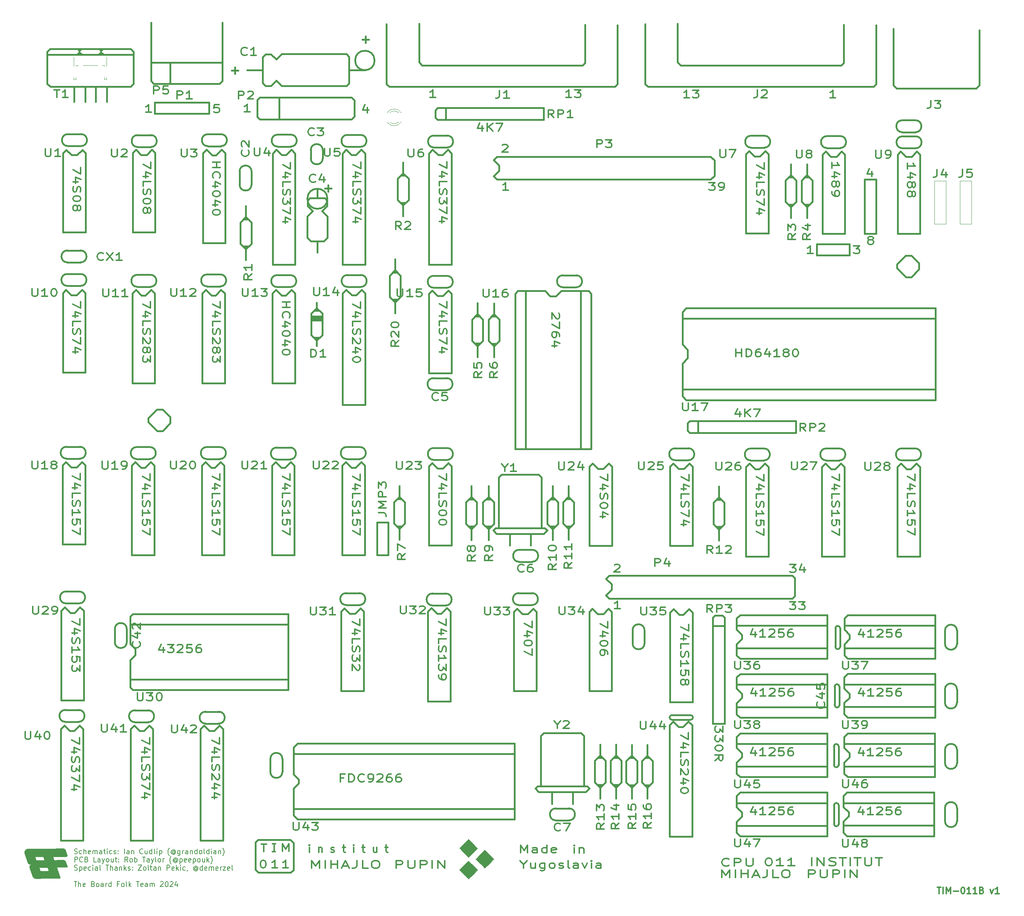
<source format=gbr>
%TF.GenerationSoftware,KiCad,Pcbnew,8.0.1*%
%TF.CreationDate,2024-03-23T23:48:47+00:00*%
%TF.ProjectId,TIM-011B,54494d2d-3031-4314-922e-6b696361645f,rev?*%
%TF.SameCoordinates,Original*%
%TF.FileFunction,Legend,Top*%
%TF.FilePolarity,Positive*%
%FSLAX46Y46*%
G04 Gerber Fmt 4.6, Leading zero omitted, Abs format (unit mm)*
G04 Created by KiCad (PCBNEW 8.0.1) date 2024-03-23 23:48:47*
%MOMM*%
%LPD*%
G01*
G04 APERTURE LIST*
%ADD10C,0.300000*%
%ADD11C,0.400000*%
%ADD12C,0.350000*%
%ADD13C,0.100000*%
%ADD14C,0.360000*%
%ADD15C,0.200000*%
%ADD16C,0.120000*%
%ADD17C,0.000000*%
G04 APERTURE END LIST*
D10*
X308840225Y-235050828D02*
X309697368Y-235050828D01*
X309268796Y-236550828D02*
X309268796Y-235050828D01*
X310197367Y-236550828D02*
X310197367Y-235050828D01*
X310911653Y-236550828D02*
X310911653Y-235050828D01*
X310911653Y-235050828D02*
X311411653Y-236122257D01*
X311411653Y-236122257D02*
X311911653Y-235050828D01*
X311911653Y-235050828D02*
X311911653Y-236550828D01*
X312625939Y-235979400D02*
X313768797Y-235979400D01*
X314768797Y-235050828D02*
X314911654Y-235050828D01*
X314911654Y-235050828D02*
X315054511Y-235122257D01*
X315054511Y-235122257D02*
X315125940Y-235193685D01*
X315125940Y-235193685D02*
X315197368Y-235336542D01*
X315197368Y-235336542D02*
X315268797Y-235622257D01*
X315268797Y-235622257D02*
X315268797Y-235979400D01*
X315268797Y-235979400D02*
X315197368Y-236265114D01*
X315197368Y-236265114D02*
X315125940Y-236407971D01*
X315125940Y-236407971D02*
X315054511Y-236479400D01*
X315054511Y-236479400D02*
X314911654Y-236550828D01*
X314911654Y-236550828D02*
X314768797Y-236550828D01*
X314768797Y-236550828D02*
X314625940Y-236479400D01*
X314625940Y-236479400D02*
X314554511Y-236407971D01*
X314554511Y-236407971D02*
X314483082Y-236265114D01*
X314483082Y-236265114D02*
X314411654Y-235979400D01*
X314411654Y-235979400D02*
X314411654Y-235622257D01*
X314411654Y-235622257D02*
X314483082Y-235336542D01*
X314483082Y-235336542D02*
X314554511Y-235193685D01*
X314554511Y-235193685D02*
X314625940Y-235122257D01*
X314625940Y-235122257D02*
X314768797Y-235050828D01*
X316697368Y-236550828D02*
X315840225Y-236550828D01*
X316268796Y-236550828D02*
X316268796Y-235050828D01*
X316268796Y-235050828D02*
X316125939Y-235265114D01*
X316125939Y-235265114D02*
X315983082Y-235407971D01*
X315983082Y-235407971D02*
X315840225Y-235479400D01*
X318125939Y-236550828D02*
X317268796Y-236550828D01*
X317697367Y-236550828D02*
X317697367Y-235050828D01*
X317697367Y-235050828D02*
X317554510Y-235265114D01*
X317554510Y-235265114D02*
X317411653Y-235407971D01*
X317411653Y-235407971D02*
X317268796Y-235479400D01*
X319268795Y-235765114D02*
X319483081Y-235836542D01*
X319483081Y-235836542D02*
X319554510Y-235907971D01*
X319554510Y-235907971D02*
X319625938Y-236050828D01*
X319625938Y-236050828D02*
X319625938Y-236265114D01*
X319625938Y-236265114D02*
X319554510Y-236407971D01*
X319554510Y-236407971D02*
X319483081Y-236479400D01*
X319483081Y-236479400D02*
X319340224Y-236550828D01*
X319340224Y-236550828D02*
X318768795Y-236550828D01*
X318768795Y-236550828D02*
X318768795Y-235050828D01*
X318768795Y-235050828D02*
X319268795Y-235050828D01*
X319268795Y-235050828D02*
X319411653Y-235122257D01*
X319411653Y-235122257D02*
X319483081Y-235193685D01*
X319483081Y-235193685D02*
X319554510Y-235336542D01*
X319554510Y-235336542D02*
X319554510Y-235479400D01*
X319554510Y-235479400D02*
X319483081Y-235622257D01*
X319483081Y-235622257D02*
X319411653Y-235693685D01*
X319411653Y-235693685D02*
X319268795Y-235765114D01*
X319268795Y-235765114D02*
X318768795Y-235765114D01*
X321268795Y-235550828D02*
X321625938Y-236550828D01*
X321625938Y-236550828D02*
X321983081Y-235550828D01*
X323340224Y-236550828D02*
X322483081Y-236550828D01*
X322911652Y-236550828D02*
X322911652Y-235050828D01*
X322911652Y-235050828D02*
X322768795Y-235265114D01*
X322768795Y-235265114D02*
X322625938Y-235407971D01*
X322625938Y-235407971D02*
X322483081Y-235479400D01*
D11*
X149890000Y-223920000D02*
X156580000Y-223920000D01*
D12*
X152325000Y-226650000D02*
X153055000Y-226650000D01*
D11*
X125240000Y-127590000D02*
X123170000Y-125520000D01*
X128340000Y-124350000D02*
X128340000Y-125800000D01*
X126510000Y-122520000D02*
X128340000Y-124350000D01*
X186850000Y-40770000D02*
X187600000Y-41520000D01*
X301355000Y-86285000D02*
X302675000Y-86285000D01*
X240055000Y-45880000D02*
X240715000Y-46540000D01*
X299335000Y-88305000D02*
X301345000Y-86295000D01*
X125190000Y-122520000D02*
X126510000Y-122520000D01*
X286825000Y-40910000D02*
X286825000Y-31940000D01*
X302715000Y-91355000D02*
X301405000Y-91355000D01*
X293815000Y-46540000D02*
X294415000Y-45940000D01*
X157310000Y-230960000D02*
X156660000Y-231610000D01*
X225350000Y-41520000D02*
X225960000Y-40910000D01*
X186850000Y-31730000D02*
X186850000Y-40770000D01*
D13*
X204470000Y-228470000D02*
X202336477Y-230603523D01*
X201755000Y-230015000D01*
X200172825Y-228432825D01*
X200735000Y-227865000D01*
X202300000Y-226300000D01*
X204470000Y-228470000D01*
G36*
X204470000Y-228470000D02*
G01*
X202336477Y-230603523D01*
X201755000Y-230015000D01*
X200172825Y-228432825D01*
X200735000Y-227865000D01*
X202300000Y-226300000D01*
X204470000Y-228470000D01*
G37*
D11*
X128340000Y-125800000D02*
X126550000Y-127590000D01*
X179850000Y-46540000D02*
X232950000Y-46540000D01*
X247715000Y-40770000D02*
X248465000Y-41520000D01*
X126550000Y-127590000D02*
X125240000Y-127590000D01*
X294415000Y-45940000D02*
X294415000Y-32000000D01*
X149890000Y-223920000D02*
X149890000Y-223920000D01*
D13*
X200645000Y-225915000D02*
X198511477Y-228048523D01*
X197930000Y-227460000D01*
X196347825Y-225877825D01*
X196910000Y-225310000D01*
X198475000Y-223745000D01*
X200645000Y-225915000D01*
G36*
X200645000Y-225915000D02*
G01*
X198511477Y-228048523D01*
X197930000Y-227460000D01*
X196347825Y-225877825D01*
X196910000Y-225310000D01*
X198475000Y-223745000D01*
X200645000Y-225915000D01*
G37*
D11*
X298460000Y-46180000D02*
X299220000Y-46940000D01*
X298460000Y-46180000D02*
X298460000Y-32910000D01*
X299220000Y-46940000D02*
X317960000Y-46940000D01*
D12*
X152345000Y-224820000D02*
X153075000Y-224820000D01*
D11*
X318710000Y-46190000D02*
X318710000Y-33260000D01*
D13*
X200650000Y-231020000D02*
X198516477Y-233153523D01*
X197935000Y-232565000D01*
X196352825Y-230982825D01*
X196915000Y-230415000D01*
X198480000Y-228850000D01*
X200650000Y-231020000D01*
G36*
X200650000Y-231020000D02*
G01*
X198516477Y-233153523D01*
X197935000Y-232565000D01*
X196352825Y-230982825D01*
X196915000Y-230415000D01*
X198480000Y-228850000D01*
X200650000Y-231020000D01*
G37*
D11*
X225960000Y-40910000D02*
X225960000Y-31940000D01*
X149070000Y-231610000D02*
X148340000Y-230880000D01*
X179190000Y-45880000D02*
X179850000Y-46540000D01*
X247715000Y-31730000D02*
X247715000Y-40770000D01*
X286215000Y-41520000D02*
X286825000Y-40910000D01*
X123170000Y-124540000D02*
X125180000Y-122530000D01*
X317960000Y-46940000D02*
X318710000Y-46190000D01*
X148340000Y-224510000D02*
X148930000Y-223920000D01*
X156660000Y-231610000D02*
X149070000Y-231610000D01*
X240715000Y-46540000D02*
X293815000Y-46540000D01*
X232950000Y-46540000D02*
X233550000Y-45940000D01*
X248465000Y-41520000D02*
X286215000Y-41520000D01*
X156580000Y-223920000D02*
X157310000Y-224650000D01*
X187600000Y-41520000D02*
X225350000Y-41520000D01*
X301405000Y-91355000D02*
X299335000Y-89285000D01*
X148930000Y-223920000D02*
X149890000Y-223920000D01*
X240055000Y-31740000D02*
X240055000Y-45880000D01*
X304505000Y-88115000D02*
X304505000Y-89565000D01*
X304505000Y-89565000D02*
X302715000Y-91355000D01*
X233550000Y-45940000D02*
X233550000Y-32000000D01*
X157310000Y-224650000D02*
X157310000Y-230960000D01*
X123170000Y-125520000D02*
X123170000Y-124540000D01*
X179190000Y-31740000D02*
X179190000Y-45880000D01*
X302675000Y-86285000D02*
X304505000Y-88115000D01*
X148340000Y-230880000D02*
X148340000Y-224510000D01*
X299335000Y-89285000D02*
X299335000Y-88305000D01*
D14*
X232824937Y-159182422D02*
X232934461Y-159096708D01*
X232934461Y-159096708D02*
X233153508Y-159010994D01*
X233153508Y-159010994D02*
X233701127Y-159010994D01*
X233701127Y-159010994D02*
X233920175Y-159096708D01*
X233920175Y-159096708D02*
X234029699Y-159182422D01*
X234029699Y-159182422D02*
X234139222Y-159353851D01*
X234139222Y-159353851D02*
X234139222Y-159525280D01*
X234139222Y-159525280D02*
X234029699Y-159782422D01*
X234029699Y-159782422D02*
X232715413Y-160810994D01*
X232715413Y-160810994D02*
X234139222Y-160810994D01*
X190759222Y-49080994D02*
X189444937Y-49080994D01*
X190102080Y-49080994D02*
X190102080Y-47280994D01*
X190102080Y-47280994D02*
X189883032Y-47538137D01*
X189883032Y-47538137D02*
X189663984Y-47709565D01*
X189663984Y-47709565D02*
X189444937Y-47795280D01*
X291390175Y-174940994D02*
X291390175Y-176140994D01*
X290842556Y-174255280D02*
X290294937Y-175540994D01*
X290294937Y-175540994D02*
X291718746Y-175540994D01*
X293799698Y-176140994D02*
X292485413Y-176140994D01*
X293142556Y-176140994D02*
X293142556Y-174340994D01*
X293142556Y-174340994D02*
X292923508Y-174598137D01*
X292923508Y-174598137D02*
X292704460Y-174769565D01*
X292704460Y-174769565D02*
X292485413Y-174855280D01*
X294675889Y-174512422D02*
X294785413Y-174426708D01*
X294785413Y-174426708D02*
X295004460Y-174340994D01*
X295004460Y-174340994D02*
X295552079Y-174340994D01*
X295552079Y-174340994D02*
X295771127Y-174426708D01*
X295771127Y-174426708D02*
X295880651Y-174512422D01*
X295880651Y-174512422D02*
X295990174Y-174683851D01*
X295990174Y-174683851D02*
X295990174Y-174855280D01*
X295990174Y-174855280D02*
X295880651Y-175112422D01*
X295880651Y-175112422D02*
X294566365Y-176140994D01*
X294566365Y-176140994D02*
X295990174Y-176140994D01*
X298071127Y-174340994D02*
X296975889Y-174340994D01*
X296975889Y-174340994D02*
X296866365Y-175198137D01*
X296866365Y-175198137D02*
X296975889Y-175112422D01*
X296975889Y-175112422D02*
X297194936Y-175026708D01*
X297194936Y-175026708D02*
X297742555Y-175026708D01*
X297742555Y-175026708D02*
X297961603Y-175112422D01*
X297961603Y-175112422D02*
X298071127Y-175198137D01*
X298071127Y-175198137D02*
X298180650Y-175369565D01*
X298180650Y-175369565D02*
X298180650Y-175798137D01*
X298180650Y-175798137D02*
X298071127Y-175969565D01*
X298071127Y-175969565D02*
X297961603Y-176055280D01*
X297961603Y-176055280D02*
X297742555Y-176140994D01*
X297742555Y-176140994D02*
X297194936Y-176140994D01*
X297194936Y-176140994D02*
X296975889Y-176055280D01*
X296975889Y-176055280D02*
X296866365Y-175969565D01*
X300152079Y-174340994D02*
X299713984Y-174340994D01*
X299713984Y-174340994D02*
X299494936Y-174426708D01*
X299494936Y-174426708D02*
X299385412Y-174512422D01*
X299385412Y-174512422D02*
X299166365Y-174769565D01*
X299166365Y-174769565D02*
X299056841Y-175112422D01*
X299056841Y-175112422D02*
X299056841Y-175798137D01*
X299056841Y-175798137D02*
X299166365Y-175969565D01*
X299166365Y-175969565D02*
X299275888Y-176055280D01*
X299275888Y-176055280D02*
X299494936Y-176140994D01*
X299494936Y-176140994D02*
X299933031Y-176140994D01*
X299933031Y-176140994D02*
X300152079Y-176055280D01*
X300152079Y-176055280D02*
X300261603Y-175969565D01*
X300261603Y-175969565D02*
X300371126Y-175798137D01*
X300371126Y-175798137D02*
X300371126Y-175369565D01*
X300371126Y-175369565D02*
X300261603Y-175198137D01*
X300261603Y-175198137D02*
X300152079Y-175112422D01*
X300152079Y-175112422D02*
X299933031Y-175026708D01*
X299933031Y-175026708D02*
X299494936Y-175026708D01*
X299494936Y-175026708D02*
X299275888Y-175112422D01*
X299275888Y-175112422D02*
X299166365Y-175198137D01*
X299166365Y-175198137D02*
X299056841Y-175369565D01*
X156529005Y-137705413D02*
X156529005Y-139238746D01*
X156529005Y-139238746D02*
X154729005Y-138253032D01*
X155929005Y-141100651D02*
X154729005Y-141100651D01*
X156614720Y-140553032D02*
X155329005Y-140005413D01*
X155329005Y-140005413D02*
X155329005Y-141429222D01*
X154729005Y-143400651D02*
X154729005Y-142305413D01*
X154729005Y-142305413D02*
X156529005Y-142305413D01*
X154814720Y-144057794D02*
X154729005Y-144386365D01*
X154729005Y-144386365D02*
X154729005Y-144933984D01*
X154729005Y-144933984D02*
X154814720Y-145153032D01*
X154814720Y-145153032D02*
X154900434Y-145262556D01*
X154900434Y-145262556D02*
X155071862Y-145372079D01*
X155071862Y-145372079D02*
X155243291Y-145372079D01*
X155243291Y-145372079D02*
X155414720Y-145262556D01*
X155414720Y-145262556D02*
X155500434Y-145153032D01*
X155500434Y-145153032D02*
X155586148Y-144933984D01*
X155586148Y-144933984D02*
X155671862Y-144495889D01*
X155671862Y-144495889D02*
X155757577Y-144276841D01*
X155757577Y-144276841D02*
X155843291Y-144167318D01*
X155843291Y-144167318D02*
X156014720Y-144057794D01*
X156014720Y-144057794D02*
X156186148Y-144057794D01*
X156186148Y-144057794D02*
X156357577Y-144167318D01*
X156357577Y-144167318D02*
X156443291Y-144276841D01*
X156443291Y-144276841D02*
X156529005Y-144495889D01*
X156529005Y-144495889D02*
X156529005Y-145043508D01*
X156529005Y-145043508D02*
X156443291Y-145372079D01*
X154729005Y-147562555D02*
X154729005Y-146248270D01*
X154729005Y-146905413D02*
X156529005Y-146905413D01*
X156529005Y-146905413D02*
X156271862Y-146686365D01*
X156271862Y-146686365D02*
X156100434Y-146467317D01*
X156100434Y-146467317D02*
X156014720Y-146248270D01*
X156529005Y-149643508D02*
X156529005Y-148548270D01*
X156529005Y-148548270D02*
X155671862Y-148438746D01*
X155671862Y-148438746D02*
X155757577Y-148548270D01*
X155757577Y-148548270D02*
X155843291Y-148767317D01*
X155843291Y-148767317D02*
X155843291Y-149314936D01*
X155843291Y-149314936D02*
X155757577Y-149533984D01*
X155757577Y-149533984D02*
X155671862Y-149643508D01*
X155671862Y-149643508D02*
X155500434Y-149753031D01*
X155500434Y-149753031D02*
X155071862Y-149753031D01*
X155071862Y-149753031D02*
X154900434Y-149643508D01*
X154900434Y-149643508D02*
X154814720Y-149533984D01*
X154814720Y-149533984D02*
X154729005Y-149314936D01*
X154729005Y-149314936D02*
X154729005Y-148767317D01*
X154729005Y-148767317D02*
X154814720Y-148548270D01*
X154814720Y-148548270D02*
X154900434Y-148438746D01*
X156529005Y-150519698D02*
X156529005Y-152053031D01*
X156529005Y-152053031D02*
X154729005Y-151067317D01*
X161025413Y-226860994D02*
X161025413Y-225660994D01*
X161025413Y-225060994D02*
X160939699Y-225146708D01*
X160939699Y-225146708D02*
X161025413Y-225232422D01*
X161025413Y-225232422D02*
X161111127Y-225146708D01*
X161111127Y-225146708D02*
X161025413Y-225060994D01*
X161025413Y-225060994D02*
X161025413Y-225232422D01*
X163253985Y-225660994D02*
X163253985Y-226860994D01*
X163253985Y-225832422D02*
X163339699Y-225746708D01*
X163339699Y-225746708D02*
X163511128Y-225660994D01*
X163511128Y-225660994D02*
X163768271Y-225660994D01*
X163768271Y-225660994D02*
X163939699Y-225746708D01*
X163939699Y-225746708D02*
X164025414Y-225918137D01*
X164025414Y-225918137D02*
X164025414Y-226860994D01*
X166168271Y-226775280D02*
X166339699Y-226860994D01*
X166339699Y-226860994D02*
X166682556Y-226860994D01*
X166682556Y-226860994D02*
X166853985Y-226775280D01*
X166853985Y-226775280D02*
X166939699Y-226603851D01*
X166939699Y-226603851D02*
X166939699Y-226518137D01*
X166939699Y-226518137D02*
X166853985Y-226346708D01*
X166853985Y-226346708D02*
X166682556Y-226260994D01*
X166682556Y-226260994D02*
X166425414Y-226260994D01*
X166425414Y-226260994D02*
X166253985Y-226175280D01*
X166253985Y-226175280D02*
X166168271Y-226003851D01*
X166168271Y-226003851D02*
X166168271Y-225918137D01*
X166168271Y-225918137D02*
X166253985Y-225746708D01*
X166253985Y-225746708D02*
X166425414Y-225660994D01*
X166425414Y-225660994D02*
X166682556Y-225660994D01*
X166682556Y-225660994D02*
X166853985Y-225746708D01*
X168825414Y-225660994D02*
X169511128Y-225660994D01*
X169082557Y-225060994D02*
X169082557Y-226603851D01*
X169082557Y-226603851D02*
X169168271Y-226775280D01*
X169168271Y-226775280D02*
X169339700Y-226860994D01*
X169339700Y-226860994D02*
X169511128Y-226860994D01*
X171482557Y-226860994D02*
X171482557Y-225660994D01*
X171482557Y-225060994D02*
X171396843Y-225146708D01*
X171396843Y-225146708D02*
X171482557Y-225232422D01*
X171482557Y-225232422D02*
X171568271Y-225146708D01*
X171568271Y-225146708D02*
X171482557Y-225060994D01*
X171482557Y-225060994D02*
X171482557Y-225232422D01*
X173453986Y-225660994D02*
X174139700Y-225660994D01*
X173711129Y-225060994D02*
X173711129Y-226603851D01*
X173711129Y-226603851D02*
X173796843Y-226775280D01*
X173796843Y-226775280D02*
X173968272Y-226860994D01*
X173968272Y-226860994D02*
X174139700Y-226860994D01*
X176882558Y-225660994D02*
X176882558Y-226860994D01*
X176111129Y-225660994D02*
X176111129Y-226603851D01*
X176111129Y-226603851D02*
X176196843Y-226775280D01*
X176196843Y-226775280D02*
X176368272Y-226860994D01*
X176368272Y-226860994D02*
X176625415Y-226860994D01*
X176625415Y-226860994D02*
X176796843Y-226775280D01*
X176796843Y-226775280D02*
X176882558Y-226689565D01*
X178853986Y-225660994D02*
X179539700Y-225660994D01*
X179111129Y-225060994D02*
X179111129Y-226603851D01*
X179111129Y-226603851D02*
X179196843Y-226775280D01*
X179196843Y-226775280D02*
X179368272Y-226860994D01*
X179368272Y-226860994D02*
X179539700Y-226860994D01*
X161573508Y-230580994D02*
X161573508Y-228780994D01*
X161573508Y-228780994D02*
X162506842Y-230066708D01*
X162506842Y-230066708D02*
X163440175Y-228780994D01*
X163440175Y-228780994D02*
X163440175Y-230580994D01*
X164773508Y-230580994D02*
X164773508Y-228780994D01*
X166106841Y-230580994D02*
X166106841Y-228780994D01*
X166106841Y-229638137D02*
X167706841Y-229638137D01*
X167706841Y-230580994D02*
X167706841Y-228780994D01*
X168906841Y-230066708D02*
X170240174Y-230066708D01*
X168640174Y-230580994D02*
X169573508Y-228780994D01*
X169573508Y-228780994D02*
X170506841Y-230580994D01*
X172240174Y-228780994D02*
X172240174Y-230066708D01*
X172240174Y-230066708D02*
X172106841Y-230323851D01*
X172106841Y-230323851D02*
X171840174Y-230495280D01*
X171840174Y-230495280D02*
X171440174Y-230580994D01*
X171440174Y-230580994D02*
X171173508Y-230580994D01*
X174906841Y-230580994D02*
X173573507Y-230580994D01*
X173573507Y-230580994D02*
X173573507Y-228780994D01*
X176373508Y-228780994D02*
X176906841Y-228780994D01*
X176906841Y-228780994D02*
X177173508Y-228866708D01*
X177173508Y-228866708D02*
X177440174Y-229038137D01*
X177440174Y-229038137D02*
X177573508Y-229380994D01*
X177573508Y-229380994D02*
X177573508Y-229980994D01*
X177573508Y-229980994D02*
X177440174Y-230323851D01*
X177440174Y-230323851D02*
X177173508Y-230495280D01*
X177173508Y-230495280D02*
X176906841Y-230580994D01*
X176906841Y-230580994D02*
X176373508Y-230580994D01*
X176373508Y-230580994D02*
X176106841Y-230495280D01*
X176106841Y-230495280D02*
X175840174Y-230323851D01*
X175840174Y-230323851D02*
X175706841Y-229980994D01*
X175706841Y-229980994D02*
X175706841Y-229380994D01*
X175706841Y-229380994D02*
X175840174Y-229038137D01*
X175840174Y-229038137D02*
X176106841Y-228866708D01*
X176106841Y-228866708D02*
X176373508Y-228780994D01*
X211458270Y-229753851D02*
X211458270Y-230610994D01*
X210624937Y-228810994D02*
X211458270Y-229753851D01*
X211458270Y-229753851D02*
X212291603Y-228810994D01*
X214196365Y-229410994D02*
X214196365Y-230610994D01*
X213124937Y-229410994D02*
X213124937Y-230353851D01*
X213124937Y-230353851D02*
X213243984Y-230525280D01*
X213243984Y-230525280D02*
X213482079Y-230610994D01*
X213482079Y-230610994D02*
X213839222Y-230610994D01*
X213839222Y-230610994D02*
X214077318Y-230525280D01*
X214077318Y-230525280D02*
X214196365Y-230439565D01*
X216458270Y-229410994D02*
X216458270Y-230868137D01*
X216458270Y-230868137D02*
X216339223Y-231039565D01*
X216339223Y-231039565D02*
X216220175Y-231125280D01*
X216220175Y-231125280D02*
X215982080Y-231210994D01*
X215982080Y-231210994D02*
X215624937Y-231210994D01*
X215624937Y-231210994D02*
X215386842Y-231125280D01*
X216458270Y-230525280D02*
X216220175Y-230610994D01*
X216220175Y-230610994D02*
X215743984Y-230610994D01*
X215743984Y-230610994D02*
X215505889Y-230525280D01*
X215505889Y-230525280D02*
X215386842Y-230439565D01*
X215386842Y-230439565D02*
X215267794Y-230268137D01*
X215267794Y-230268137D02*
X215267794Y-229753851D01*
X215267794Y-229753851D02*
X215386842Y-229582422D01*
X215386842Y-229582422D02*
X215505889Y-229496708D01*
X215505889Y-229496708D02*
X215743984Y-229410994D01*
X215743984Y-229410994D02*
X216220175Y-229410994D01*
X216220175Y-229410994D02*
X216458270Y-229496708D01*
X218005889Y-230610994D02*
X217767794Y-230525280D01*
X217767794Y-230525280D02*
X217648747Y-230439565D01*
X217648747Y-230439565D02*
X217529699Y-230268137D01*
X217529699Y-230268137D02*
X217529699Y-229753851D01*
X217529699Y-229753851D02*
X217648747Y-229582422D01*
X217648747Y-229582422D02*
X217767794Y-229496708D01*
X217767794Y-229496708D02*
X218005889Y-229410994D01*
X218005889Y-229410994D02*
X218363032Y-229410994D01*
X218363032Y-229410994D02*
X218601128Y-229496708D01*
X218601128Y-229496708D02*
X218720175Y-229582422D01*
X218720175Y-229582422D02*
X218839223Y-229753851D01*
X218839223Y-229753851D02*
X218839223Y-230268137D01*
X218839223Y-230268137D02*
X218720175Y-230439565D01*
X218720175Y-230439565D02*
X218601128Y-230525280D01*
X218601128Y-230525280D02*
X218363032Y-230610994D01*
X218363032Y-230610994D02*
X218005889Y-230610994D01*
X219791604Y-230525280D02*
X220029699Y-230610994D01*
X220029699Y-230610994D02*
X220505890Y-230610994D01*
X220505890Y-230610994D02*
X220743985Y-230525280D01*
X220743985Y-230525280D02*
X220863033Y-230353851D01*
X220863033Y-230353851D02*
X220863033Y-230268137D01*
X220863033Y-230268137D02*
X220743985Y-230096708D01*
X220743985Y-230096708D02*
X220505890Y-230010994D01*
X220505890Y-230010994D02*
X220148747Y-230010994D01*
X220148747Y-230010994D02*
X219910652Y-229925280D01*
X219910652Y-229925280D02*
X219791604Y-229753851D01*
X219791604Y-229753851D02*
X219791604Y-229668137D01*
X219791604Y-229668137D02*
X219910652Y-229496708D01*
X219910652Y-229496708D02*
X220148747Y-229410994D01*
X220148747Y-229410994D02*
X220505890Y-229410994D01*
X220505890Y-229410994D02*
X220743985Y-229496708D01*
X222291604Y-230610994D02*
X222053509Y-230525280D01*
X222053509Y-230525280D02*
X221934462Y-230353851D01*
X221934462Y-230353851D02*
X221934462Y-228810994D01*
X224315414Y-230610994D02*
X224315414Y-229668137D01*
X224315414Y-229668137D02*
X224196367Y-229496708D01*
X224196367Y-229496708D02*
X223958271Y-229410994D01*
X223958271Y-229410994D02*
X223482081Y-229410994D01*
X223482081Y-229410994D02*
X223243986Y-229496708D01*
X224315414Y-230525280D02*
X224077319Y-230610994D01*
X224077319Y-230610994D02*
X223482081Y-230610994D01*
X223482081Y-230610994D02*
X223243986Y-230525280D01*
X223243986Y-230525280D02*
X223124938Y-230353851D01*
X223124938Y-230353851D02*
X223124938Y-230182422D01*
X223124938Y-230182422D02*
X223243986Y-230010994D01*
X223243986Y-230010994D02*
X223482081Y-229925280D01*
X223482081Y-229925280D02*
X224077319Y-229925280D01*
X224077319Y-229925280D02*
X224315414Y-229839565D01*
X225267795Y-229410994D02*
X225863033Y-230610994D01*
X225863033Y-230610994D02*
X226458272Y-229410994D01*
X227410653Y-230610994D02*
X227410653Y-229410994D01*
X227410653Y-228810994D02*
X227291605Y-228896708D01*
X227291605Y-228896708D02*
X227410653Y-228982422D01*
X227410653Y-228982422D02*
X227529700Y-228896708D01*
X227529700Y-228896708D02*
X227410653Y-228810994D01*
X227410653Y-228810994D02*
X227410653Y-228982422D01*
X229672557Y-230610994D02*
X229672557Y-229668137D01*
X229672557Y-229668137D02*
X229553510Y-229496708D01*
X229553510Y-229496708D02*
X229315414Y-229410994D01*
X229315414Y-229410994D02*
X228839224Y-229410994D01*
X228839224Y-229410994D02*
X228601129Y-229496708D01*
X229672557Y-230525280D02*
X229434462Y-230610994D01*
X229434462Y-230610994D02*
X228839224Y-230610994D01*
X228839224Y-230610994D02*
X228601129Y-230525280D01*
X228601129Y-230525280D02*
X228482081Y-230353851D01*
X228482081Y-230353851D02*
X228482081Y-230182422D01*
X228482081Y-230182422D02*
X228601129Y-230010994D01*
X228601129Y-230010994D02*
X228839224Y-229925280D01*
X228839224Y-229925280D02*
X229434462Y-229925280D01*
X229434462Y-229925280D02*
X229672557Y-229839565D01*
X123869222Y-52520994D02*
X122554937Y-52520994D01*
X123212080Y-52520994D02*
X123212080Y-50720994D01*
X123212080Y-50720994D02*
X122993032Y-50978137D01*
X122993032Y-50978137D02*
X122773984Y-51149565D01*
X122773984Y-51149565D02*
X122554937Y-51235280D01*
X150082556Y-228730994D02*
X150301603Y-228730994D01*
X150301603Y-228730994D02*
X150520651Y-228816708D01*
X150520651Y-228816708D02*
X150630175Y-228902422D01*
X150630175Y-228902422D02*
X150739699Y-229073851D01*
X150739699Y-229073851D02*
X150849222Y-229416708D01*
X150849222Y-229416708D02*
X150849222Y-229845280D01*
X150849222Y-229845280D02*
X150739699Y-230188137D01*
X150739699Y-230188137D02*
X150630175Y-230359565D01*
X150630175Y-230359565D02*
X150520651Y-230445280D01*
X150520651Y-230445280D02*
X150301603Y-230530994D01*
X150301603Y-230530994D02*
X150082556Y-230530994D01*
X150082556Y-230530994D02*
X149863508Y-230445280D01*
X149863508Y-230445280D02*
X149753984Y-230359565D01*
X149753984Y-230359565D02*
X149644461Y-230188137D01*
X149644461Y-230188137D02*
X149534937Y-229845280D01*
X149534937Y-229845280D02*
X149534937Y-229416708D01*
X149534937Y-229416708D02*
X149644461Y-229073851D01*
X149644461Y-229073851D02*
X149753984Y-228902422D01*
X149753984Y-228902422D02*
X149863508Y-228816708D01*
X149863508Y-228816708D02*
X150082556Y-228730994D01*
X234189222Y-169450994D02*
X232874937Y-169450994D01*
X233532080Y-169450994D02*
X233532080Y-167650994D01*
X233532080Y-167650994D02*
X233313032Y-167908137D01*
X233313032Y-167908137D02*
X233093984Y-168079565D01*
X233093984Y-168079565D02*
X232874937Y-168165280D01*
X123589005Y-137735413D02*
X123589005Y-139268746D01*
X123589005Y-139268746D02*
X121789005Y-138283032D01*
X122989005Y-141130651D02*
X121789005Y-141130651D01*
X123674720Y-140583032D02*
X122389005Y-140035413D01*
X122389005Y-140035413D02*
X122389005Y-141459222D01*
X121789005Y-143430651D02*
X121789005Y-142335413D01*
X121789005Y-142335413D02*
X123589005Y-142335413D01*
X121874720Y-144087794D02*
X121789005Y-144416365D01*
X121789005Y-144416365D02*
X121789005Y-144963984D01*
X121789005Y-144963984D02*
X121874720Y-145183032D01*
X121874720Y-145183032D02*
X121960434Y-145292556D01*
X121960434Y-145292556D02*
X122131862Y-145402079D01*
X122131862Y-145402079D02*
X122303291Y-145402079D01*
X122303291Y-145402079D02*
X122474720Y-145292556D01*
X122474720Y-145292556D02*
X122560434Y-145183032D01*
X122560434Y-145183032D02*
X122646148Y-144963984D01*
X122646148Y-144963984D02*
X122731862Y-144525889D01*
X122731862Y-144525889D02*
X122817577Y-144306841D01*
X122817577Y-144306841D02*
X122903291Y-144197318D01*
X122903291Y-144197318D02*
X123074720Y-144087794D01*
X123074720Y-144087794D02*
X123246148Y-144087794D01*
X123246148Y-144087794D02*
X123417577Y-144197318D01*
X123417577Y-144197318D02*
X123503291Y-144306841D01*
X123503291Y-144306841D02*
X123589005Y-144525889D01*
X123589005Y-144525889D02*
X123589005Y-145073508D01*
X123589005Y-145073508D02*
X123503291Y-145402079D01*
X121789005Y-147592555D02*
X121789005Y-146278270D01*
X121789005Y-146935413D02*
X123589005Y-146935413D01*
X123589005Y-146935413D02*
X123331862Y-146716365D01*
X123331862Y-146716365D02*
X123160434Y-146497317D01*
X123160434Y-146497317D02*
X123074720Y-146278270D01*
X123589005Y-149673508D02*
X123589005Y-148578270D01*
X123589005Y-148578270D02*
X122731862Y-148468746D01*
X122731862Y-148468746D02*
X122817577Y-148578270D01*
X122817577Y-148578270D02*
X122903291Y-148797317D01*
X122903291Y-148797317D02*
X122903291Y-149344936D01*
X122903291Y-149344936D02*
X122817577Y-149563984D01*
X122817577Y-149563984D02*
X122731862Y-149673508D01*
X122731862Y-149673508D02*
X122560434Y-149783031D01*
X122560434Y-149783031D02*
X122131862Y-149783031D01*
X122131862Y-149783031D02*
X121960434Y-149673508D01*
X121960434Y-149673508D02*
X121874720Y-149563984D01*
X121874720Y-149563984D02*
X121789005Y-149344936D01*
X121789005Y-149344936D02*
X121789005Y-148797317D01*
X121789005Y-148797317D02*
X121874720Y-148578270D01*
X121874720Y-148578270D02*
X121960434Y-148468746D01*
X123589005Y-150549698D02*
X123589005Y-152083031D01*
X123589005Y-152083031D02*
X121789005Y-151097317D01*
X193419005Y-64225413D02*
X193419005Y-65758746D01*
X193419005Y-65758746D02*
X191619005Y-64773032D01*
X192819005Y-67620651D02*
X191619005Y-67620651D01*
X193504720Y-67073032D02*
X192219005Y-66525413D01*
X192219005Y-66525413D02*
X192219005Y-67949222D01*
X191619005Y-69920651D02*
X191619005Y-68825413D01*
X191619005Y-68825413D02*
X193419005Y-68825413D01*
X191704720Y-70577794D02*
X191619005Y-70906365D01*
X191619005Y-70906365D02*
X191619005Y-71453984D01*
X191619005Y-71453984D02*
X191704720Y-71673032D01*
X191704720Y-71673032D02*
X191790434Y-71782556D01*
X191790434Y-71782556D02*
X191961862Y-71892079D01*
X191961862Y-71892079D02*
X192133291Y-71892079D01*
X192133291Y-71892079D02*
X192304720Y-71782556D01*
X192304720Y-71782556D02*
X192390434Y-71673032D01*
X192390434Y-71673032D02*
X192476148Y-71453984D01*
X192476148Y-71453984D02*
X192561862Y-71015889D01*
X192561862Y-71015889D02*
X192647577Y-70796841D01*
X192647577Y-70796841D02*
X192733291Y-70687318D01*
X192733291Y-70687318D02*
X192904720Y-70577794D01*
X192904720Y-70577794D02*
X193076148Y-70577794D01*
X193076148Y-70577794D02*
X193247577Y-70687318D01*
X193247577Y-70687318D02*
X193333291Y-70796841D01*
X193333291Y-70796841D02*
X193419005Y-71015889D01*
X193419005Y-71015889D02*
X193419005Y-71563508D01*
X193419005Y-71563508D02*
X193333291Y-71892079D01*
X193419005Y-72658746D02*
X193419005Y-74082555D01*
X193419005Y-74082555D02*
X192733291Y-73315889D01*
X192733291Y-73315889D02*
X192733291Y-73644460D01*
X192733291Y-73644460D02*
X192647577Y-73863508D01*
X192647577Y-73863508D02*
X192561862Y-73973032D01*
X192561862Y-73973032D02*
X192390434Y-74082555D01*
X192390434Y-74082555D02*
X191961862Y-74082555D01*
X191961862Y-74082555D02*
X191790434Y-73973032D01*
X191790434Y-73973032D02*
X191704720Y-73863508D01*
X191704720Y-73863508D02*
X191619005Y-73644460D01*
X191619005Y-73644460D02*
X191619005Y-72987317D01*
X191619005Y-72987317D02*
X191704720Y-72768270D01*
X191704720Y-72768270D02*
X191790434Y-72658746D01*
X193419005Y-74849222D02*
X193419005Y-76382555D01*
X193419005Y-76382555D02*
X191619005Y-75396841D01*
X192819005Y-78244460D02*
X191619005Y-78244460D01*
X193504720Y-77696841D02*
X192219005Y-77149222D01*
X192219005Y-77149222D02*
X192219005Y-78573031D01*
X284019005Y-65729222D02*
X284019005Y-64414937D01*
X284019005Y-65072080D02*
X285819005Y-65072080D01*
X285819005Y-65072080D02*
X285561862Y-64853032D01*
X285561862Y-64853032D02*
X285390434Y-64633984D01*
X285390434Y-64633984D02*
X285304720Y-64414937D01*
X285219005Y-67700651D02*
X284019005Y-67700651D01*
X285904720Y-67153032D02*
X284619005Y-66605413D01*
X284619005Y-66605413D02*
X284619005Y-68029222D01*
X285047577Y-69233984D02*
X285133291Y-69014936D01*
X285133291Y-69014936D02*
X285219005Y-68905413D01*
X285219005Y-68905413D02*
X285390434Y-68795889D01*
X285390434Y-68795889D02*
X285476148Y-68795889D01*
X285476148Y-68795889D02*
X285647577Y-68905413D01*
X285647577Y-68905413D02*
X285733291Y-69014936D01*
X285733291Y-69014936D02*
X285819005Y-69233984D01*
X285819005Y-69233984D02*
X285819005Y-69672079D01*
X285819005Y-69672079D02*
X285733291Y-69891127D01*
X285733291Y-69891127D02*
X285647577Y-70000651D01*
X285647577Y-70000651D02*
X285476148Y-70110174D01*
X285476148Y-70110174D02*
X285390434Y-70110174D01*
X285390434Y-70110174D02*
X285219005Y-70000651D01*
X285219005Y-70000651D02*
X285133291Y-69891127D01*
X285133291Y-69891127D02*
X285047577Y-69672079D01*
X285047577Y-69672079D02*
X285047577Y-69233984D01*
X285047577Y-69233984D02*
X284961862Y-69014936D01*
X284961862Y-69014936D02*
X284876148Y-68905413D01*
X284876148Y-68905413D02*
X284704720Y-68795889D01*
X284704720Y-68795889D02*
X284361862Y-68795889D01*
X284361862Y-68795889D02*
X284190434Y-68905413D01*
X284190434Y-68905413D02*
X284104720Y-69014936D01*
X284104720Y-69014936D02*
X284019005Y-69233984D01*
X284019005Y-69233984D02*
X284019005Y-69672079D01*
X284019005Y-69672079D02*
X284104720Y-69891127D01*
X284104720Y-69891127D02*
X284190434Y-70000651D01*
X284190434Y-70000651D02*
X284361862Y-70110174D01*
X284361862Y-70110174D02*
X284704720Y-70110174D01*
X284704720Y-70110174D02*
X284876148Y-70000651D01*
X284876148Y-70000651D02*
X284961862Y-69891127D01*
X284961862Y-69891127D02*
X285047577Y-69672079D01*
X284019005Y-71205412D02*
X284019005Y-71643508D01*
X284019005Y-71643508D02*
X284104720Y-71862555D01*
X284104720Y-71862555D02*
X284190434Y-71972079D01*
X284190434Y-71972079D02*
X284447577Y-72191127D01*
X284447577Y-72191127D02*
X284790434Y-72300650D01*
X284790434Y-72300650D02*
X285476148Y-72300650D01*
X285476148Y-72300650D02*
X285647577Y-72191127D01*
X285647577Y-72191127D02*
X285733291Y-72081603D01*
X285733291Y-72081603D02*
X285819005Y-71862555D01*
X285819005Y-71862555D02*
X285819005Y-71424460D01*
X285819005Y-71424460D02*
X285733291Y-71205412D01*
X285733291Y-71205412D02*
X285647577Y-71095889D01*
X285647577Y-71095889D02*
X285476148Y-70986365D01*
X285476148Y-70986365D02*
X285047577Y-70986365D01*
X285047577Y-70986365D02*
X284876148Y-71095889D01*
X284876148Y-71095889D02*
X284790434Y-71205412D01*
X284790434Y-71205412D02*
X284704720Y-71424460D01*
X284704720Y-71424460D02*
X284704720Y-71862555D01*
X284704720Y-71862555D02*
X284790434Y-72081603D01*
X284790434Y-72081603D02*
X284876148Y-72191127D01*
X284876148Y-72191127D02*
X285047577Y-72300650D01*
X140059005Y-97165413D02*
X140059005Y-98698746D01*
X140059005Y-98698746D02*
X138259005Y-97713032D01*
X139459005Y-100560651D02*
X138259005Y-100560651D01*
X140144720Y-100013032D02*
X138859005Y-99465413D01*
X138859005Y-99465413D02*
X138859005Y-100889222D01*
X138259005Y-102860651D02*
X138259005Y-101765413D01*
X138259005Y-101765413D02*
X140059005Y-101765413D01*
X138344720Y-103517794D02*
X138259005Y-103846365D01*
X138259005Y-103846365D02*
X138259005Y-104393984D01*
X138259005Y-104393984D02*
X138344720Y-104613032D01*
X138344720Y-104613032D02*
X138430434Y-104722556D01*
X138430434Y-104722556D02*
X138601862Y-104832079D01*
X138601862Y-104832079D02*
X138773291Y-104832079D01*
X138773291Y-104832079D02*
X138944720Y-104722556D01*
X138944720Y-104722556D02*
X139030434Y-104613032D01*
X139030434Y-104613032D02*
X139116148Y-104393984D01*
X139116148Y-104393984D02*
X139201862Y-103955889D01*
X139201862Y-103955889D02*
X139287577Y-103736841D01*
X139287577Y-103736841D02*
X139373291Y-103627318D01*
X139373291Y-103627318D02*
X139544720Y-103517794D01*
X139544720Y-103517794D02*
X139716148Y-103517794D01*
X139716148Y-103517794D02*
X139887577Y-103627318D01*
X139887577Y-103627318D02*
X139973291Y-103736841D01*
X139973291Y-103736841D02*
X140059005Y-103955889D01*
X140059005Y-103955889D02*
X140059005Y-104503508D01*
X140059005Y-104503508D02*
X139973291Y-104832079D01*
X139887577Y-105708270D02*
X139973291Y-105817794D01*
X139973291Y-105817794D02*
X140059005Y-106036841D01*
X140059005Y-106036841D02*
X140059005Y-106584460D01*
X140059005Y-106584460D02*
X139973291Y-106803508D01*
X139973291Y-106803508D02*
X139887577Y-106913032D01*
X139887577Y-106913032D02*
X139716148Y-107022555D01*
X139716148Y-107022555D02*
X139544720Y-107022555D01*
X139544720Y-107022555D02*
X139287577Y-106913032D01*
X139287577Y-106913032D02*
X138259005Y-105598746D01*
X138259005Y-105598746D02*
X138259005Y-107022555D01*
X139287577Y-108336841D02*
X139373291Y-108117793D01*
X139373291Y-108117793D02*
X139459005Y-108008270D01*
X139459005Y-108008270D02*
X139630434Y-107898746D01*
X139630434Y-107898746D02*
X139716148Y-107898746D01*
X139716148Y-107898746D02*
X139887577Y-108008270D01*
X139887577Y-108008270D02*
X139973291Y-108117793D01*
X139973291Y-108117793D02*
X140059005Y-108336841D01*
X140059005Y-108336841D02*
X140059005Y-108774936D01*
X140059005Y-108774936D02*
X139973291Y-108993984D01*
X139973291Y-108993984D02*
X139887577Y-109103508D01*
X139887577Y-109103508D02*
X139716148Y-109213031D01*
X139716148Y-109213031D02*
X139630434Y-109213031D01*
X139630434Y-109213031D02*
X139459005Y-109103508D01*
X139459005Y-109103508D02*
X139373291Y-108993984D01*
X139373291Y-108993984D02*
X139287577Y-108774936D01*
X139287577Y-108774936D02*
X139287577Y-108336841D01*
X139287577Y-108336841D02*
X139201862Y-108117793D01*
X139201862Y-108117793D02*
X139116148Y-108008270D01*
X139116148Y-108008270D02*
X138944720Y-107898746D01*
X138944720Y-107898746D02*
X138601862Y-107898746D01*
X138601862Y-107898746D02*
X138430434Y-108008270D01*
X138430434Y-108008270D02*
X138344720Y-108117793D01*
X138344720Y-108117793D02*
X138259005Y-108336841D01*
X138259005Y-108336841D02*
X138259005Y-108774936D01*
X138259005Y-108774936D02*
X138344720Y-108993984D01*
X138344720Y-108993984D02*
X138430434Y-109103508D01*
X138430434Y-109103508D02*
X138601862Y-109213031D01*
X138601862Y-109213031D02*
X138944720Y-109213031D01*
X138944720Y-109213031D02*
X139116148Y-109103508D01*
X139116148Y-109103508D02*
X139201862Y-108993984D01*
X139201862Y-108993984D02*
X139287577Y-108774936D01*
X140059005Y-109979698D02*
X140059005Y-111403507D01*
X140059005Y-111403507D02*
X139373291Y-110636841D01*
X139373291Y-110636841D02*
X139373291Y-110965412D01*
X139373291Y-110965412D02*
X139287577Y-111184460D01*
X139287577Y-111184460D02*
X139201862Y-111293984D01*
X139201862Y-111293984D02*
X139030434Y-111403507D01*
X139030434Y-111403507D02*
X138601862Y-111403507D01*
X138601862Y-111403507D02*
X138430434Y-111293984D01*
X138430434Y-111293984D02*
X138344720Y-111184460D01*
X138344720Y-111184460D02*
X138259005Y-110965412D01*
X138259005Y-110965412D02*
X138259005Y-110308269D01*
X138259005Y-110308269D02*
X138344720Y-110089222D01*
X138344720Y-110089222D02*
X138430434Y-109979698D01*
X291390175Y-188860994D02*
X291390175Y-190060994D01*
X290842556Y-188175280D02*
X290294937Y-189460994D01*
X290294937Y-189460994D02*
X291718746Y-189460994D01*
X293799698Y-190060994D02*
X292485413Y-190060994D01*
X293142556Y-190060994D02*
X293142556Y-188260994D01*
X293142556Y-188260994D02*
X292923508Y-188518137D01*
X292923508Y-188518137D02*
X292704460Y-188689565D01*
X292704460Y-188689565D02*
X292485413Y-188775280D01*
X294675889Y-188432422D02*
X294785413Y-188346708D01*
X294785413Y-188346708D02*
X295004460Y-188260994D01*
X295004460Y-188260994D02*
X295552079Y-188260994D01*
X295552079Y-188260994D02*
X295771127Y-188346708D01*
X295771127Y-188346708D02*
X295880651Y-188432422D01*
X295880651Y-188432422D02*
X295990174Y-188603851D01*
X295990174Y-188603851D02*
X295990174Y-188775280D01*
X295990174Y-188775280D02*
X295880651Y-189032422D01*
X295880651Y-189032422D02*
X294566365Y-190060994D01*
X294566365Y-190060994D02*
X295990174Y-190060994D01*
X298071127Y-188260994D02*
X296975889Y-188260994D01*
X296975889Y-188260994D02*
X296866365Y-189118137D01*
X296866365Y-189118137D02*
X296975889Y-189032422D01*
X296975889Y-189032422D02*
X297194936Y-188946708D01*
X297194936Y-188946708D02*
X297742555Y-188946708D01*
X297742555Y-188946708D02*
X297961603Y-189032422D01*
X297961603Y-189032422D02*
X298071127Y-189118137D01*
X298071127Y-189118137D02*
X298180650Y-189289565D01*
X298180650Y-189289565D02*
X298180650Y-189718137D01*
X298180650Y-189718137D02*
X298071127Y-189889565D01*
X298071127Y-189889565D02*
X297961603Y-189975280D01*
X297961603Y-189975280D02*
X297742555Y-190060994D01*
X297742555Y-190060994D02*
X297194936Y-190060994D01*
X297194936Y-190060994D02*
X296975889Y-189975280D01*
X296975889Y-189975280D02*
X296866365Y-189889565D01*
X300152079Y-188260994D02*
X299713984Y-188260994D01*
X299713984Y-188260994D02*
X299494936Y-188346708D01*
X299494936Y-188346708D02*
X299385412Y-188432422D01*
X299385412Y-188432422D02*
X299166365Y-188689565D01*
X299166365Y-188689565D02*
X299056841Y-189032422D01*
X299056841Y-189032422D02*
X299056841Y-189718137D01*
X299056841Y-189718137D02*
X299166365Y-189889565D01*
X299166365Y-189889565D02*
X299275888Y-189975280D01*
X299275888Y-189975280D02*
X299494936Y-190060994D01*
X299494936Y-190060994D02*
X299933031Y-190060994D01*
X299933031Y-190060994D02*
X300152079Y-189975280D01*
X300152079Y-189975280D02*
X300261603Y-189889565D01*
X300261603Y-189889565D02*
X300371126Y-189718137D01*
X300371126Y-189718137D02*
X300371126Y-189289565D01*
X300371126Y-189289565D02*
X300261603Y-189118137D01*
X300261603Y-189118137D02*
X300152079Y-189032422D01*
X300152079Y-189032422D02*
X299933031Y-188946708D01*
X299933031Y-188946708D02*
X299494936Y-188946708D01*
X299494936Y-188946708D02*
X299275888Y-189032422D01*
X299275888Y-189032422D02*
X299166365Y-189118137D01*
X299166365Y-189118137D02*
X299056841Y-189289565D01*
X210742080Y-226960994D02*
X210742080Y-225160994D01*
X210742080Y-225160994D02*
X211575413Y-226446708D01*
X211575413Y-226446708D02*
X212408746Y-225160994D01*
X212408746Y-225160994D02*
X212408746Y-226960994D01*
X214670651Y-226960994D02*
X214670651Y-226018137D01*
X214670651Y-226018137D02*
X214551604Y-225846708D01*
X214551604Y-225846708D02*
X214313508Y-225760994D01*
X214313508Y-225760994D02*
X213837318Y-225760994D01*
X213837318Y-225760994D02*
X213599223Y-225846708D01*
X214670651Y-226875280D02*
X214432556Y-226960994D01*
X214432556Y-226960994D02*
X213837318Y-226960994D01*
X213837318Y-226960994D02*
X213599223Y-226875280D01*
X213599223Y-226875280D02*
X213480175Y-226703851D01*
X213480175Y-226703851D02*
X213480175Y-226532422D01*
X213480175Y-226532422D02*
X213599223Y-226360994D01*
X213599223Y-226360994D02*
X213837318Y-226275280D01*
X213837318Y-226275280D02*
X214432556Y-226275280D01*
X214432556Y-226275280D02*
X214670651Y-226189565D01*
X216932556Y-226960994D02*
X216932556Y-225160994D01*
X216932556Y-226875280D02*
X216694461Y-226960994D01*
X216694461Y-226960994D02*
X216218270Y-226960994D01*
X216218270Y-226960994D02*
X215980175Y-226875280D01*
X215980175Y-226875280D02*
X215861128Y-226789565D01*
X215861128Y-226789565D02*
X215742080Y-226618137D01*
X215742080Y-226618137D02*
X215742080Y-226103851D01*
X215742080Y-226103851D02*
X215861128Y-225932422D01*
X215861128Y-225932422D02*
X215980175Y-225846708D01*
X215980175Y-225846708D02*
X216218270Y-225760994D01*
X216218270Y-225760994D02*
X216694461Y-225760994D01*
X216694461Y-225760994D02*
X216932556Y-225846708D01*
X219075414Y-226875280D02*
X218837318Y-226960994D01*
X218837318Y-226960994D02*
X218361128Y-226960994D01*
X218361128Y-226960994D02*
X218123033Y-226875280D01*
X218123033Y-226875280D02*
X218003985Y-226703851D01*
X218003985Y-226703851D02*
X218003985Y-226018137D01*
X218003985Y-226018137D02*
X218123033Y-225846708D01*
X218123033Y-225846708D02*
X218361128Y-225760994D01*
X218361128Y-225760994D02*
X218837318Y-225760994D01*
X218837318Y-225760994D02*
X219075414Y-225846708D01*
X219075414Y-225846708D02*
X219194461Y-226018137D01*
X219194461Y-226018137D02*
X219194461Y-226189565D01*
X219194461Y-226189565D02*
X218003985Y-226360994D01*
X231259005Y-137815413D02*
X231259005Y-139348746D01*
X231259005Y-139348746D02*
X229459005Y-138363032D01*
X230659005Y-141210651D02*
X229459005Y-141210651D01*
X231344720Y-140663032D02*
X230059005Y-140115413D01*
X230059005Y-140115413D02*
X230059005Y-141539222D01*
X229544720Y-142305889D02*
X229459005Y-142634460D01*
X229459005Y-142634460D02*
X229459005Y-143182079D01*
X229459005Y-143182079D02*
X229544720Y-143401127D01*
X229544720Y-143401127D02*
X229630434Y-143510651D01*
X229630434Y-143510651D02*
X229801862Y-143620174D01*
X229801862Y-143620174D02*
X229973291Y-143620174D01*
X229973291Y-143620174D02*
X230144720Y-143510651D01*
X230144720Y-143510651D02*
X230230434Y-143401127D01*
X230230434Y-143401127D02*
X230316148Y-143182079D01*
X230316148Y-143182079D02*
X230401862Y-142743984D01*
X230401862Y-142743984D02*
X230487577Y-142524936D01*
X230487577Y-142524936D02*
X230573291Y-142415413D01*
X230573291Y-142415413D02*
X230744720Y-142305889D01*
X230744720Y-142305889D02*
X230916148Y-142305889D01*
X230916148Y-142305889D02*
X231087577Y-142415413D01*
X231087577Y-142415413D02*
X231173291Y-142524936D01*
X231173291Y-142524936D02*
X231259005Y-142743984D01*
X231259005Y-142743984D02*
X231259005Y-143291603D01*
X231259005Y-143291603D02*
X231173291Y-143620174D01*
X231259005Y-145043984D02*
X231259005Y-145263031D01*
X231259005Y-145263031D02*
X231173291Y-145482079D01*
X231173291Y-145482079D02*
X231087577Y-145591603D01*
X231087577Y-145591603D02*
X230916148Y-145701127D01*
X230916148Y-145701127D02*
X230573291Y-145810650D01*
X230573291Y-145810650D02*
X230144720Y-145810650D01*
X230144720Y-145810650D02*
X229801862Y-145701127D01*
X229801862Y-145701127D02*
X229630434Y-145591603D01*
X229630434Y-145591603D02*
X229544720Y-145482079D01*
X229544720Y-145482079D02*
X229459005Y-145263031D01*
X229459005Y-145263031D02*
X229459005Y-145043984D01*
X229459005Y-145043984D02*
X229544720Y-144824936D01*
X229544720Y-144824936D02*
X229630434Y-144715412D01*
X229630434Y-144715412D02*
X229801862Y-144605889D01*
X229801862Y-144605889D02*
X230144720Y-144496365D01*
X230144720Y-144496365D02*
X230573291Y-144496365D01*
X230573291Y-144496365D02*
X230916148Y-144605889D01*
X230916148Y-144605889D02*
X231087577Y-144715412D01*
X231087577Y-144715412D02*
X231173291Y-144824936D01*
X231173291Y-144824936D02*
X231259005Y-145043984D01*
X230659005Y-147782079D02*
X229459005Y-147782079D01*
X231344720Y-147234460D02*
X230059005Y-146686841D01*
X230059005Y-146686841D02*
X230059005Y-148110650D01*
X274075413Y-159070994D02*
X275499222Y-159070994D01*
X275499222Y-159070994D02*
X274732556Y-159756708D01*
X274732556Y-159756708D02*
X275061127Y-159756708D01*
X275061127Y-159756708D02*
X275280175Y-159842422D01*
X275280175Y-159842422D02*
X275389699Y-159928137D01*
X275389699Y-159928137D02*
X275499222Y-160099565D01*
X275499222Y-160099565D02*
X275499222Y-160528137D01*
X275499222Y-160528137D02*
X275389699Y-160699565D01*
X275389699Y-160699565D02*
X275280175Y-160785280D01*
X275280175Y-160785280D02*
X275061127Y-160870994D01*
X275061127Y-160870994D02*
X274403984Y-160870994D01*
X274403984Y-160870994D02*
X274184937Y-160785280D01*
X274184937Y-160785280D02*
X274075413Y-160699565D01*
X277470651Y-159670994D02*
X277470651Y-160870994D01*
X276923032Y-158985280D02*
X276375413Y-160270994D01*
X276375413Y-160270994D02*
X277799222Y-160270994D01*
X206454937Y-60332422D02*
X206564461Y-60246708D01*
X206564461Y-60246708D02*
X206783508Y-60160994D01*
X206783508Y-60160994D02*
X207331127Y-60160994D01*
X207331127Y-60160994D02*
X207550175Y-60246708D01*
X207550175Y-60246708D02*
X207659699Y-60332422D01*
X207659699Y-60332422D02*
X207769222Y-60503851D01*
X207769222Y-60503851D02*
X207769222Y-60675280D01*
X207769222Y-60675280D02*
X207659699Y-60932422D01*
X207659699Y-60932422D02*
X206345413Y-61960994D01*
X206345413Y-61960994D02*
X207769222Y-61960994D01*
X107019005Y-171845413D02*
X107019005Y-173378746D01*
X107019005Y-173378746D02*
X105219005Y-172393032D01*
X106419005Y-175240651D02*
X105219005Y-175240651D01*
X107104720Y-174693032D02*
X105819005Y-174145413D01*
X105819005Y-174145413D02*
X105819005Y-175569222D01*
X105304720Y-176335889D02*
X105219005Y-176664460D01*
X105219005Y-176664460D02*
X105219005Y-177212079D01*
X105219005Y-177212079D02*
X105304720Y-177431127D01*
X105304720Y-177431127D02*
X105390434Y-177540651D01*
X105390434Y-177540651D02*
X105561862Y-177650174D01*
X105561862Y-177650174D02*
X105733291Y-177650174D01*
X105733291Y-177650174D02*
X105904720Y-177540651D01*
X105904720Y-177540651D02*
X105990434Y-177431127D01*
X105990434Y-177431127D02*
X106076148Y-177212079D01*
X106076148Y-177212079D02*
X106161862Y-176773984D01*
X106161862Y-176773984D02*
X106247577Y-176554936D01*
X106247577Y-176554936D02*
X106333291Y-176445413D01*
X106333291Y-176445413D02*
X106504720Y-176335889D01*
X106504720Y-176335889D02*
X106676148Y-176335889D01*
X106676148Y-176335889D02*
X106847577Y-176445413D01*
X106847577Y-176445413D02*
X106933291Y-176554936D01*
X106933291Y-176554936D02*
X107019005Y-176773984D01*
X107019005Y-176773984D02*
X107019005Y-177321603D01*
X107019005Y-177321603D02*
X106933291Y-177650174D01*
X105219005Y-179840650D02*
X105219005Y-178526365D01*
X105219005Y-179183508D02*
X107019005Y-179183508D01*
X107019005Y-179183508D02*
X106761862Y-178964460D01*
X106761862Y-178964460D02*
X106590434Y-178745412D01*
X106590434Y-178745412D02*
X106504720Y-178526365D01*
X107019005Y-181921603D02*
X107019005Y-180826365D01*
X107019005Y-180826365D02*
X106161862Y-180716841D01*
X106161862Y-180716841D02*
X106247577Y-180826365D01*
X106247577Y-180826365D02*
X106333291Y-181045412D01*
X106333291Y-181045412D02*
X106333291Y-181593031D01*
X106333291Y-181593031D02*
X106247577Y-181812079D01*
X106247577Y-181812079D02*
X106161862Y-181921603D01*
X106161862Y-181921603D02*
X105990434Y-182031126D01*
X105990434Y-182031126D02*
X105561862Y-182031126D01*
X105561862Y-182031126D02*
X105390434Y-181921603D01*
X105390434Y-181921603D02*
X105304720Y-181812079D01*
X105304720Y-181812079D02*
X105219005Y-181593031D01*
X105219005Y-181593031D02*
X105219005Y-181045412D01*
X105219005Y-181045412D02*
X105304720Y-180826365D01*
X105304720Y-180826365D02*
X105390434Y-180716841D01*
X107019005Y-182797793D02*
X107019005Y-184221602D01*
X107019005Y-184221602D02*
X106333291Y-183454936D01*
X106333291Y-183454936D02*
X106333291Y-183783507D01*
X106333291Y-183783507D02*
X106247577Y-184002555D01*
X106247577Y-184002555D02*
X106161862Y-184112079D01*
X106161862Y-184112079D02*
X105990434Y-184221602D01*
X105990434Y-184221602D02*
X105561862Y-184221602D01*
X105561862Y-184221602D02*
X105390434Y-184112079D01*
X105390434Y-184112079D02*
X105304720Y-184002555D01*
X105304720Y-184002555D02*
X105219005Y-183783507D01*
X105219005Y-183783507D02*
X105219005Y-183126364D01*
X105219005Y-183126364D02*
X105304720Y-182907317D01*
X105304720Y-182907317D02*
X105390434Y-182797793D01*
X285779005Y-137815413D02*
X285779005Y-139348746D01*
X285779005Y-139348746D02*
X283979005Y-138363032D01*
X285179005Y-141210651D02*
X283979005Y-141210651D01*
X285864720Y-140663032D02*
X284579005Y-140115413D01*
X284579005Y-140115413D02*
X284579005Y-141539222D01*
X283979005Y-143510651D02*
X283979005Y-142415413D01*
X283979005Y-142415413D02*
X285779005Y-142415413D01*
X284064720Y-144167794D02*
X283979005Y-144496365D01*
X283979005Y-144496365D02*
X283979005Y-145043984D01*
X283979005Y-145043984D02*
X284064720Y-145263032D01*
X284064720Y-145263032D02*
X284150434Y-145372556D01*
X284150434Y-145372556D02*
X284321862Y-145482079D01*
X284321862Y-145482079D02*
X284493291Y-145482079D01*
X284493291Y-145482079D02*
X284664720Y-145372556D01*
X284664720Y-145372556D02*
X284750434Y-145263032D01*
X284750434Y-145263032D02*
X284836148Y-145043984D01*
X284836148Y-145043984D02*
X284921862Y-144605889D01*
X284921862Y-144605889D02*
X285007577Y-144386841D01*
X285007577Y-144386841D02*
X285093291Y-144277318D01*
X285093291Y-144277318D02*
X285264720Y-144167794D01*
X285264720Y-144167794D02*
X285436148Y-144167794D01*
X285436148Y-144167794D02*
X285607577Y-144277318D01*
X285607577Y-144277318D02*
X285693291Y-144386841D01*
X285693291Y-144386841D02*
X285779005Y-144605889D01*
X285779005Y-144605889D02*
X285779005Y-145153508D01*
X285779005Y-145153508D02*
X285693291Y-145482079D01*
X283979005Y-147672555D02*
X283979005Y-146358270D01*
X283979005Y-147015413D02*
X285779005Y-147015413D01*
X285779005Y-147015413D02*
X285521862Y-146796365D01*
X285521862Y-146796365D02*
X285350434Y-146577317D01*
X285350434Y-146577317D02*
X285264720Y-146358270D01*
X285779005Y-149753508D02*
X285779005Y-148658270D01*
X285779005Y-148658270D02*
X284921862Y-148548746D01*
X284921862Y-148548746D02*
X285007577Y-148658270D01*
X285007577Y-148658270D02*
X285093291Y-148877317D01*
X285093291Y-148877317D02*
X285093291Y-149424936D01*
X285093291Y-149424936D02*
X285007577Y-149643984D01*
X285007577Y-149643984D02*
X284921862Y-149753508D01*
X284921862Y-149753508D02*
X284750434Y-149863031D01*
X284750434Y-149863031D02*
X284321862Y-149863031D01*
X284321862Y-149863031D02*
X284150434Y-149753508D01*
X284150434Y-149753508D02*
X284064720Y-149643984D01*
X284064720Y-149643984D02*
X283979005Y-149424936D01*
X283979005Y-149424936D02*
X283979005Y-148877317D01*
X283979005Y-148877317D02*
X284064720Y-148658270D01*
X284064720Y-148658270D02*
X284150434Y-148548746D01*
X285779005Y-150629698D02*
X285779005Y-152163031D01*
X285779005Y-152163031D02*
X283979005Y-151177317D01*
X262340175Y-123040994D02*
X262340175Y-124240994D01*
X261792556Y-122355280D02*
X261244937Y-123640994D01*
X261244937Y-123640994D02*
X262668746Y-123640994D01*
X263544937Y-124240994D02*
X263544937Y-122440994D01*
X264859222Y-124240994D02*
X263873508Y-123212422D01*
X264859222Y-122440994D02*
X263544937Y-123469565D01*
X265625889Y-122440994D02*
X267159222Y-122440994D01*
X267159222Y-122440994D02*
X266173508Y-124240994D01*
X107189005Y-97175413D02*
X107189005Y-98708746D01*
X107189005Y-98708746D02*
X105389005Y-97723032D01*
X106589005Y-100570651D02*
X105389005Y-100570651D01*
X107274720Y-100023032D02*
X105989005Y-99475413D01*
X105989005Y-99475413D02*
X105989005Y-100899222D01*
X105389005Y-102870651D02*
X105389005Y-101775413D01*
X105389005Y-101775413D02*
X107189005Y-101775413D01*
X105474720Y-103527794D02*
X105389005Y-103856365D01*
X105389005Y-103856365D02*
X105389005Y-104403984D01*
X105389005Y-104403984D02*
X105474720Y-104623032D01*
X105474720Y-104623032D02*
X105560434Y-104732556D01*
X105560434Y-104732556D02*
X105731862Y-104842079D01*
X105731862Y-104842079D02*
X105903291Y-104842079D01*
X105903291Y-104842079D02*
X106074720Y-104732556D01*
X106074720Y-104732556D02*
X106160434Y-104623032D01*
X106160434Y-104623032D02*
X106246148Y-104403984D01*
X106246148Y-104403984D02*
X106331862Y-103965889D01*
X106331862Y-103965889D02*
X106417577Y-103746841D01*
X106417577Y-103746841D02*
X106503291Y-103637318D01*
X106503291Y-103637318D02*
X106674720Y-103527794D01*
X106674720Y-103527794D02*
X106846148Y-103527794D01*
X106846148Y-103527794D02*
X107017577Y-103637318D01*
X107017577Y-103637318D02*
X107103291Y-103746841D01*
X107103291Y-103746841D02*
X107189005Y-103965889D01*
X107189005Y-103965889D02*
X107189005Y-104513508D01*
X107189005Y-104513508D02*
X107103291Y-104842079D01*
X107189005Y-105608746D02*
X107189005Y-107142079D01*
X107189005Y-107142079D02*
X105389005Y-106156365D01*
X106589005Y-109003984D02*
X105389005Y-109003984D01*
X107274720Y-108456365D02*
X105989005Y-107908746D01*
X105989005Y-107908746D02*
X105989005Y-109332555D01*
X222729222Y-49080994D02*
X221414937Y-49080994D01*
X222072080Y-49080994D02*
X222072080Y-47280994D01*
X222072080Y-47280994D02*
X221853032Y-47538137D01*
X221853032Y-47538137D02*
X221633984Y-47709565D01*
X221633984Y-47709565D02*
X221414937Y-47795280D01*
X223495889Y-47280994D02*
X224919698Y-47280994D01*
X224919698Y-47280994D02*
X224153032Y-47966708D01*
X224153032Y-47966708D02*
X224481603Y-47966708D01*
X224481603Y-47966708D02*
X224700651Y-48052422D01*
X224700651Y-48052422D02*
X224810175Y-48138137D01*
X224810175Y-48138137D02*
X224919698Y-48309565D01*
X224919698Y-48309565D02*
X224919698Y-48738137D01*
X224919698Y-48738137D02*
X224810175Y-48909565D01*
X224810175Y-48909565D02*
X224700651Y-48995280D01*
X224700651Y-48995280D02*
X224481603Y-49080994D01*
X224481603Y-49080994D02*
X223824460Y-49080994D01*
X223824460Y-49080994D02*
X223605413Y-48995280D01*
X223605413Y-48995280D02*
X223495889Y-48909565D01*
X250479222Y-49140994D02*
X249164937Y-49140994D01*
X249822080Y-49140994D02*
X249822080Y-47340994D01*
X249822080Y-47340994D02*
X249603032Y-47598137D01*
X249603032Y-47598137D02*
X249383984Y-47769565D01*
X249383984Y-47769565D02*
X249164937Y-47855280D01*
X251245889Y-47340994D02*
X252669698Y-47340994D01*
X252669698Y-47340994D02*
X251903032Y-48026708D01*
X251903032Y-48026708D02*
X252231603Y-48026708D01*
X252231603Y-48026708D02*
X252450651Y-48112422D01*
X252450651Y-48112422D02*
X252560175Y-48198137D01*
X252560175Y-48198137D02*
X252669698Y-48369565D01*
X252669698Y-48369565D02*
X252669698Y-48798137D01*
X252669698Y-48798137D02*
X252560175Y-48969565D01*
X252560175Y-48969565D02*
X252450651Y-49055280D01*
X252450651Y-49055280D02*
X252231603Y-49140994D01*
X252231603Y-49140994D02*
X251574460Y-49140994D01*
X251574460Y-49140994D02*
X251355413Y-49055280D01*
X251355413Y-49055280D02*
X251245889Y-48969565D01*
X193309005Y-137695413D02*
X193309005Y-139228746D01*
X193309005Y-139228746D02*
X191509005Y-138243032D01*
X192709005Y-141090651D02*
X191509005Y-141090651D01*
X193394720Y-140543032D02*
X192109005Y-139995413D01*
X192109005Y-139995413D02*
X192109005Y-141419222D01*
X191509005Y-143390651D02*
X191509005Y-142295413D01*
X191509005Y-142295413D02*
X193309005Y-142295413D01*
X191594720Y-144047794D02*
X191509005Y-144376365D01*
X191509005Y-144376365D02*
X191509005Y-144923984D01*
X191509005Y-144923984D02*
X191594720Y-145143032D01*
X191594720Y-145143032D02*
X191680434Y-145252556D01*
X191680434Y-145252556D02*
X191851862Y-145362079D01*
X191851862Y-145362079D02*
X192023291Y-145362079D01*
X192023291Y-145362079D02*
X192194720Y-145252556D01*
X192194720Y-145252556D02*
X192280434Y-145143032D01*
X192280434Y-145143032D02*
X192366148Y-144923984D01*
X192366148Y-144923984D02*
X192451862Y-144485889D01*
X192451862Y-144485889D02*
X192537577Y-144266841D01*
X192537577Y-144266841D02*
X192623291Y-144157318D01*
X192623291Y-144157318D02*
X192794720Y-144047794D01*
X192794720Y-144047794D02*
X192966148Y-144047794D01*
X192966148Y-144047794D02*
X193137577Y-144157318D01*
X193137577Y-144157318D02*
X193223291Y-144266841D01*
X193223291Y-144266841D02*
X193309005Y-144485889D01*
X193309005Y-144485889D02*
X193309005Y-145033508D01*
X193309005Y-145033508D02*
X193223291Y-145362079D01*
X193309005Y-146785889D02*
X193309005Y-147004936D01*
X193309005Y-147004936D02*
X193223291Y-147223984D01*
X193223291Y-147223984D02*
X193137577Y-147333508D01*
X193137577Y-147333508D02*
X192966148Y-147443032D01*
X192966148Y-147443032D02*
X192623291Y-147552555D01*
X192623291Y-147552555D02*
X192194720Y-147552555D01*
X192194720Y-147552555D02*
X191851862Y-147443032D01*
X191851862Y-147443032D02*
X191680434Y-147333508D01*
X191680434Y-147333508D02*
X191594720Y-147223984D01*
X191594720Y-147223984D02*
X191509005Y-147004936D01*
X191509005Y-147004936D02*
X191509005Y-146785889D01*
X191509005Y-146785889D02*
X191594720Y-146566841D01*
X191594720Y-146566841D02*
X191680434Y-146457317D01*
X191680434Y-146457317D02*
X191851862Y-146347794D01*
X191851862Y-146347794D02*
X192194720Y-146238270D01*
X192194720Y-146238270D02*
X192623291Y-146238270D01*
X192623291Y-146238270D02*
X192966148Y-146347794D01*
X192966148Y-146347794D02*
X193137577Y-146457317D01*
X193137577Y-146457317D02*
X193223291Y-146566841D01*
X193223291Y-146566841D02*
X193309005Y-146785889D01*
X193309005Y-148976365D02*
X193309005Y-149195412D01*
X193309005Y-149195412D02*
X193223291Y-149414460D01*
X193223291Y-149414460D02*
X193137577Y-149523984D01*
X193137577Y-149523984D02*
X192966148Y-149633508D01*
X192966148Y-149633508D02*
X192623291Y-149743031D01*
X192623291Y-149743031D02*
X192194720Y-149743031D01*
X192194720Y-149743031D02*
X191851862Y-149633508D01*
X191851862Y-149633508D02*
X191680434Y-149523984D01*
X191680434Y-149523984D02*
X191594720Y-149414460D01*
X191594720Y-149414460D02*
X191509005Y-149195412D01*
X191509005Y-149195412D02*
X191509005Y-148976365D01*
X191509005Y-148976365D02*
X191594720Y-148757317D01*
X191594720Y-148757317D02*
X191680434Y-148647793D01*
X191680434Y-148647793D02*
X191851862Y-148538270D01*
X191851862Y-148538270D02*
X192194720Y-148428746D01*
X192194720Y-148428746D02*
X192623291Y-148428746D01*
X192623291Y-148428746D02*
X192966148Y-148538270D01*
X192966148Y-148538270D02*
X193137577Y-148647793D01*
X193137577Y-148647793D02*
X193223291Y-148757317D01*
X193223291Y-148757317D02*
X193309005Y-148976365D01*
X269006842Y-228220994D02*
X269273508Y-228220994D01*
X269273508Y-228220994D02*
X269540175Y-228306708D01*
X269540175Y-228306708D02*
X269673508Y-228392422D01*
X269673508Y-228392422D02*
X269806842Y-228563851D01*
X269806842Y-228563851D02*
X269940175Y-228906708D01*
X269940175Y-228906708D02*
X269940175Y-229335280D01*
X269940175Y-229335280D02*
X269806842Y-229678137D01*
X269806842Y-229678137D02*
X269673508Y-229849565D01*
X269673508Y-229849565D02*
X269540175Y-229935280D01*
X269540175Y-229935280D02*
X269273508Y-230020994D01*
X269273508Y-230020994D02*
X269006842Y-230020994D01*
X269006842Y-230020994D02*
X268740175Y-229935280D01*
X268740175Y-229935280D02*
X268606842Y-229849565D01*
X268606842Y-229849565D02*
X268473508Y-229678137D01*
X268473508Y-229678137D02*
X268340175Y-229335280D01*
X268340175Y-229335280D02*
X268340175Y-228906708D01*
X268340175Y-228906708D02*
X268473508Y-228563851D01*
X268473508Y-228563851D02*
X268606842Y-228392422D01*
X268606842Y-228392422D02*
X268740175Y-228306708D01*
X268740175Y-228306708D02*
X269006842Y-228220994D01*
X272606842Y-230020994D02*
X271006842Y-230020994D01*
X271806842Y-230020994D02*
X271806842Y-228220994D01*
X271806842Y-228220994D02*
X271540175Y-228478137D01*
X271540175Y-228478137D02*
X271273509Y-228649565D01*
X271273509Y-228649565D02*
X271006842Y-228735280D01*
X275273509Y-230020994D02*
X273673509Y-230020994D01*
X274473509Y-230020994D02*
X274473509Y-228220994D01*
X274473509Y-228220994D02*
X274206842Y-228478137D01*
X274206842Y-228478137D02*
X273940176Y-228649565D01*
X273940176Y-228649565D02*
X273673509Y-228735280D01*
X201690175Y-55770994D02*
X201690175Y-56970994D01*
X201142556Y-55085280D02*
X200594937Y-56370994D01*
X200594937Y-56370994D02*
X202018746Y-56370994D01*
X202894937Y-56970994D02*
X202894937Y-55170994D01*
X204209222Y-56970994D02*
X203223508Y-55942422D01*
X204209222Y-55170994D02*
X202894937Y-56199565D01*
X204975889Y-55170994D02*
X206509222Y-55170994D01*
X206509222Y-55170994D02*
X205523508Y-56970994D01*
X250219005Y-198695413D02*
X250219005Y-200228746D01*
X250219005Y-200228746D02*
X248419005Y-199243032D01*
X249619005Y-202090651D02*
X248419005Y-202090651D01*
X250304720Y-201543032D02*
X249019005Y-200995413D01*
X249019005Y-200995413D02*
X249019005Y-202419222D01*
X248419005Y-204390651D02*
X248419005Y-203295413D01*
X248419005Y-203295413D02*
X250219005Y-203295413D01*
X248504720Y-205047794D02*
X248419005Y-205376365D01*
X248419005Y-205376365D02*
X248419005Y-205923984D01*
X248419005Y-205923984D02*
X248504720Y-206143032D01*
X248504720Y-206143032D02*
X248590434Y-206252556D01*
X248590434Y-206252556D02*
X248761862Y-206362079D01*
X248761862Y-206362079D02*
X248933291Y-206362079D01*
X248933291Y-206362079D02*
X249104720Y-206252556D01*
X249104720Y-206252556D02*
X249190434Y-206143032D01*
X249190434Y-206143032D02*
X249276148Y-205923984D01*
X249276148Y-205923984D02*
X249361862Y-205485889D01*
X249361862Y-205485889D02*
X249447577Y-205266841D01*
X249447577Y-205266841D02*
X249533291Y-205157318D01*
X249533291Y-205157318D02*
X249704720Y-205047794D01*
X249704720Y-205047794D02*
X249876148Y-205047794D01*
X249876148Y-205047794D02*
X250047577Y-205157318D01*
X250047577Y-205157318D02*
X250133291Y-205266841D01*
X250133291Y-205266841D02*
X250219005Y-205485889D01*
X250219005Y-205485889D02*
X250219005Y-206033508D01*
X250219005Y-206033508D02*
X250133291Y-206362079D01*
X250047577Y-207238270D02*
X250133291Y-207347794D01*
X250133291Y-207347794D02*
X250219005Y-207566841D01*
X250219005Y-207566841D02*
X250219005Y-208114460D01*
X250219005Y-208114460D02*
X250133291Y-208333508D01*
X250133291Y-208333508D02*
X250047577Y-208443032D01*
X250047577Y-208443032D02*
X249876148Y-208552555D01*
X249876148Y-208552555D02*
X249704720Y-208552555D01*
X249704720Y-208552555D02*
X249447577Y-208443032D01*
X249447577Y-208443032D02*
X248419005Y-207128746D01*
X248419005Y-207128746D02*
X248419005Y-208552555D01*
X249619005Y-210523984D02*
X248419005Y-210523984D01*
X250304720Y-209976365D02*
X249019005Y-209428746D01*
X249019005Y-209428746D02*
X249019005Y-210852555D01*
X250219005Y-212166841D02*
X250219005Y-212385888D01*
X250219005Y-212385888D02*
X250133291Y-212604936D01*
X250133291Y-212604936D02*
X250047577Y-212714460D01*
X250047577Y-212714460D02*
X249876148Y-212823984D01*
X249876148Y-212823984D02*
X249533291Y-212933507D01*
X249533291Y-212933507D02*
X249104720Y-212933507D01*
X249104720Y-212933507D02*
X248761862Y-212823984D01*
X248761862Y-212823984D02*
X248590434Y-212714460D01*
X248590434Y-212714460D02*
X248504720Y-212604936D01*
X248504720Y-212604936D02*
X248419005Y-212385888D01*
X248419005Y-212385888D02*
X248419005Y-212166841D01*
X248419005Y-212166841D02*
X248504720Y-211947793D01*
X248504720Y-211947793D02*
X248590434Y-211838269D01*
X248590434Y-211838269D02*
X248761862Y-211728746D01*
X248761862Y-211728746D02*
X249104720Y-211619222D01*
X249104720Y-211619222D02*
X249533291Y-211619222D01*
X249533291Y-211619222D02*
X249876148Y-211728746D01*
X249876148Y-211728746D02*
X250047577Y-211838269D01*
X250047577Y-211838269D02*
X250133291Y-211947793D01*
X250133291Y-211947793D02*
X250219005Y-212166841D01*
X107099005Y-137635413D02*
X107099005Y-139168746D01*
X107099005Y-139168746D02*
X105299005Y-138183032D01*
X106499005Y-141030651D02*
X105299005Y-141030651D01*
X107184720Y-140483032D02*
X105899005Y-139935413D01*
X105899005Y-139935413D02*
X105899005Y-141359222D01*
X105299005Y-143330651D02*
X105299005Y-142235413D01*
X105299005Y-142235413D02*
X107099005Y-142235413D01*
X105384720Y-143987794D02*
X105299005Y-144316365D01*
X105299005Y-144316365D02*
X105299005Y-144863984D01*
X105299005Y-144863984D02*
X105384720Y-145083032D01*
X105384720Y-145083032D02*
X105470434Y-145192556D01*
X105470434Y-145192556D02*
X105641862Y-145302079D01*
X105641862Y-145302079D02*
X105813291Y-145302079D01*
X105813291Y-145302079D02*
X105984720Y-145192556D01*
X105984720Y-145192556D02*
X106070434Y-145083032D01*
X106070434Y-145083032D02*
X106156148Y-144863984D01*
X106156148Y-144863984D02*
X106241862Y-144425889D01*
X106241862Y-144425889D02*
X106327577Y-144206841D01*
X106327577Y-144206841D02*
X106413291Y-144097318D01*
X106413291Y-144097318D02*
X106584720Y-143987794D01*
X106584720Y-143987794D02*
X106756148Y-143987794D01*
X106756148Y-143987794D02*
X106927577Y-144097318D01*
X106927577Y-144097318D02*
X107013291Y-144206841D01*
X107013291Y-144206841D02*
X107099005Y-144425889D01*
X107099005Y-144425889D02*
X107099005Y-144973508D01*
X107099005Y-144973508D02*
X107013291Y-145302079D01*
X105299005Y-147492555D02*
X105299005Y-146178270D01*
X105299005Y-146835413D02*
X107099005Y-146835413D01*
X107099005Y-146835413D02*
X106841862Y-146616365D01*
X106841862Y-146616365D02*
X106670434Y-146397317D01*
X106670434Y-146397317D02*
X106584720Y-146178270D01*
X107099005Y-149573508D02*
X107099005Y-148478270D01*
X107099005Y-148478270D02*
X106241862Y-148368746D01*
X106241862Y-148368746D02*
X106327577Y-148478270D01*
X106327577Y-148478270D02*
X106413291Y-148697317D01*
X106413291Y-148697317D02*
X106413291Y-149244936D01*
X106413291Y-149244936D02*
X106327577Y-149463984D01*
X106327577Y-149463984D02*
X106241862Y-149573508D01*
X106241862Y-149573508D02*
X106070434Y-149683031D01*
X106070434Y-149683031D02*
X105641862Y-149683031D01*
X105641862Y-149683031D02*
X105470434Y-149573508D01*
X105470434Y-149573508D02*
X105384720Y-149463984D01*
X105384720Y-149463984D02*
X105299005Y-149244936D01*
X105299005Y-149244936D02*
X105299005Y-148697317D01*
X105299005Y-148697317D02*
X105384720Y-148478270D01*
X105384720Y-148478270D02*
X105470434Y-148368746D01*
X107099005Y-150449698D02*
X107099005Y-151983031D01*
X107099005Y-151983031D02*
X105299005Y-150997317D01*
X268029005Y-137865413D02*
X268029005Y-139398746D01*
X268029005Y-139398746D02*
X266229005Y-138413032D01*
X267429005Y-141260651D02*
X266229005Y-141260651D01*
X268114720Y-140713032D02*
X266829005Y-140165413D01*
X266829005Y-140165413D02*
X266829005Y-141589222D01*
X266229005Y-143560651D02*
X266229005Y-142465413D01*
X266229005Y-142465413D02*
X268029005Y-142465413D01*
X266314720Y-144217794D02*
X266229005Y-144546365D01*
X266229005Y-144546365D02*
X266229005Y-145093984D01*
X266229005Y-145093984D02*
X266314720Y-145313032D01*
X266314720Y-145313032D02*
X266400434Y-145422556D01*
X266400434Y-145422556D02*
X266571862Y-145532079D01*
X266571862Y-145532079D02*
X266743291Y-145532079D01*
X266743291Y-145532079D02*
X266914720Y-145422556D01*
X266914720Y-145422556D02*
X267000434Y-145313032D01*
X267000434Y-145313032D02*
X267086148Y-145093984D01*
X267086148Y-145093984D02*
X267171862Y-144655889D01*
X267171862Y-144655889D02*
X267257577Y-144436841D01*
X267257577Y-144436841D02*
X267343291Y-144327318D01*
X267343291Y-144327318D02*
X267514720Y-144217794D01*
X267514720Y-144217794D02*
X267686148Y-144217794D01*
X267686148Y-144217794D02*
X267857577Y-144327318D01*
X267857577Y-144327318D02*
X267943291Y-144436841D01*
X267943291Y-144436841D02*
X268029005Y-144655889D01*
X268029005Y-144655889D02*
X268029005Y-145203508D01*
X268029005Y-145203508D02*
X267943291Y-145532079D01*
X266229005Y-147722555D02*
X266229005Y-146408270D01*
X266229005Y-147065413D02*
X268029005Y-147065413D01*
X268029005Y-147065413D02*
X267771862Y-146846365D01*
X267771862Y-146846365D02*
X267600434Y-146627317D01*
X267600434Y-146627317D02*
X267514720Y-146408270D01*
X268029005Y-149803508D02*
X268029005Y-148708270D01*
X268029005Y-148708270D02*
X267171862Y-148598746D01*
X267171862Y-148598746D02*
X267257577Y-148708270D01*
X267257577Y-148708270D02*
X267343291Y-148927317D01*
X267343291Y-148927317D02*
X267343291Y-149474936D01*
X267343291Y-149474936D02*
X267257577Y-149693984D01*
X267257577Y-149693984D02*
X267171862Y-149803508D01*
X267171862Y-149803508D02*
X267000434Y-149913031D01*
X267000434Y-149913031D02*
X266571862Y-149913031D01*
X266571862Y-149913031D02*
X266400434Y-149803508D01*
X266400434Y-149803508D02*
X266314720Y-149693984D01*
X266314720Y-149693984D02*
X266229005Y-149474936D01*
X266229005Y-149474936D02*
X266229005Y-148927317D01*
X266229005Y-148927317D02*
X266314720Y-148708270D01*
X266314720Y-148708270D02*
X266400434Y-148598746D01*
X268029005Y-150679698D02*
X268029005Y-152213031D01*
X268029005Y-152213031D02*
X266229005Y-151227317D01*
X172939005Y-171935413D02*
X172939005Y-173468746D01*
X172939005Y-173468746D02*
X171139005Y-172483032D01*
X172339005Y-175330651D02*
X171139005Y-175330651D01*
X173024720Y-174783032D02*
X171739005Y-174235413D01*
X171739005Y-174235413D02*
X171739005Y-175659222D01*
X171139005Y-177630651D02*
X171139005Y-176535413D01*
X171139005Y-176535413D02*
X172939005Y-176535413D01*
X171224720Y-178287794D02*
X171139005Y-178616365D01*
X171139005Y-178616365D02*
X171139005Y-179163984D01*
X171139005Y-179163984D02*
X171224720Y-179383032D01*
X171224720Y-179383032D02*
X171310434Y-179492556D01*
X171310434Y-179492556D02*
X171481862Y-179602079D01*
X171481862Y-179602079D02*
X171653291Y-179602079D01*
X171653291Y-179602079D02*
X171824720Y-179492556D01*
X171824720Y-179492556D02*
X171910434Y-179383032D01*
X171910434Y-179383032D02*
X171996148Y-179163984D01*
X171996148Y-179163984D02*
X172081862Y-178725889D01*
X172081862Y-178725889D02*
X172167577Y-178506841D01*
X172167577Y-178506841D02*
X172253291Y-178397318D01*
X172253291Y-178397318D02*
X172424720Y-178287794D01*
X172424720Y-178287794D02*
X172596148Y-178287794D01*
X172596148Y-178287794D02*
X172767577Y-178397318D01*
X172767577Y-178397318D02*
X172853291Y-178506841D01*
X172853291Y-178506841D02*
X172939005Y-178725889D01*
X172939005Y-178725889D02*
X172939005Y-179273508D01*
X172939005Y-179273508D02*
X172853291Y-179602079D01*
X172939005Y-180368746D02*
X172939005Y-181792555D01*
X172939005Y-181792555D02*
X172253291Y-181025889D01*
X172253291Y-181025889D02*
X172253291Y-181354460D01*
X172253291Y-181354460D02*
X172167577Y-181573508D01*
X172167577Y-181573508D02*
X172081862Y-181683032D01*
X172081862Y-181683032D02*
X171910434Y-181792555D01*
X171910434Y-181792555D02*
X171481862Y-181792555D01*
X171481862Y-181792555D02*
X171310434Y-181683032D01*
X171310434Y-181683032D02*
X171224720Y-181573508D01*
X171224720Y-181573508D02*
X171139005Y-181354460D01*
X171139005Y-181354460D02*
X171139005Y-180697317D01*
X171139005Y-180697317D02*
X171224720Y-180478270D01*
X171224720Y-180478270D02*
X171310434Y-180368746D01*
X172767577Y-182668746D02*
X172853291Y-182778270D01*
X172853291Y-182778270D02*
X172939005Y-182997317D01*
X172939005Y-182997317D02*
X172939005Y-183544936D01*
X172939005Y-183544936D02*
X172853291Y-183763984D01*
X172853291Y-183763984D02*
X172767577Y-183873508D01*
X172767577Y-183873508D02*
X172596148Y-183983031D01*
X172596148Y-183983031D02*
X172424720Y-183983031D01*
X172424720Y-183983031D02*
X172167577Y-183873508D01*
X172167577Y-183873508D02*
X171139005Y-182559222D01*
X171139005Y-182559222D02*
X171139005Y-183983031D01*
X231249005Y-172455413D02*
X231249005Y-173988746D01*
X231249005Y-173988746D02*
X229449005Y-173003032D01*
X230649005Y-175850651D02*
X229449005Y-175850651D01*
X231334720Y-175303032D02*
X230049005Y-174755413D01*
X230049005Y-174755413D02*
X230049005Y-176179222D01*
X231249005Y-177493508D02*
X231249005Y-177712555D01*
X231249005Y-177712555D02*
X231163291Y-177931603D01*
X231163291Y-177931603D02*
X231077577Y-178041127D01*
X231077577Y-178041127D02*
X230906148Y-178150651D01*
X230906148Y-178150651D02*
X230563291Y-178260174D01*
X230563291Y-178260174D02*
X230134720Y-178260174D01*
X230134720Y-178260174D02*
X229791862Y-178150651D01*
X229791862Y-178150651D02*
X229620434Y-178041127D01*
X229620434Y-178041127D02*
X229534720Y-177931603D01*
X229534720Y-177931603D02*
X229449005Y-177712555D01*
X229449005Y-177712555D02*
X229449005Y-177493508D01*
X229449005Y-177493508D02*
X229534720Y-177274460D01*
X229534720Y-177274460D02*
X229620434Y-177164936D01*
X229620434Y-177164936D02*
X229791862Y-177055413D01*
X229791862Y-177055413D02*
X230134720Y-176945889D01*
X230134720Y-176945889D02*
X230563291Y-176945889D01*
X230563291Y-176945889D02*
X230906148Y-177055413D01*
X230906148Y-177055413D02*
X231077577Y-177164936D01*
X231077577Y-177164936D02*
X231163291Y-177274460D01*
X231163291Y-177274460D02*
X231249005Y-177493508D01*
X231249005Y-180231603D02*
X231249005Y-179793508D01*
X231249005Y-179793508D02*
X231163291Y-179574460D01*
X231163291Y-179574460D02*
X231077577Y-179464936D01*
X231077577Y-179464936D02*
X230820434Y-179245889D01*
X230820434Y-179245889D02*
X230477577Y-179136365D01*
X230477577Y-179136365D02*
X229791862Y-179136365D01*
X229791862Y-179136365D02*
X229620434Y-179245889D01*
X229620434Y-179245889D02*
X229534720Y-179355412D01*
X229534720Y-179355412D02*
X229449005Y-179574460D01*
X229449005Y-179574460D02*
X229449005Y-180012555D01*
X229449005Y-180012555D02*
X229534720Y-180231603D01*
X229534720Y-180231603D02*
X229620434Y-180341127D01*
X229620434Y-180341127D02*
X229791862Y-180450650D01*
X229791862Y-180450650D02*
X230220434Y-180450650D01*
X230220434Y-180450650D02*
X230391862Y-180341127D01*
X230391862Y-180341127D02*
X230477577Y-180231603D01*
X230477577Y-180231603D02*
X230563291Y-180012555D01*
X230563291Y-180012555D02*
X230563291Y-179574460D01*
X230563291Y-179574460D02*
X230477577Y-179355412D01*
X230477577Y-179355412D02*
X230391862Y-179245889D01*
X230391862Y-179245889D02*
X230220434Y-179136365D01*
X207899222Y-70910994D02*
X206584937Y-70910994D01*
X207242080Y-70910994D02*
X207242080Y-69110994D01*
X207242080Y-69110994D02*
X207023032Y-69368137D01*
X207023032Y-69368137D02*
X206803984Y-69539565D01*
X206803984Y-69539565D02*
X206584937Y-69625280D01*
X181433508Y-230600994D02*
X181433508Y-228800994D01*
X181433508Y-228800994D02*
X182500175Y-228800994D01*
X182500175Y-228800994D02*
X182766842Y-228886708D01*
X182766842Y-228886708D02*
X182900175Y-228972422D01*
X182900175Y-228972422D02*
X183033508Y-229143851D01*
X183033508Y-229143851D02*
X183033508Y-229400994D01*
X183033508Y-229400994D02*
X182900175Y-229572422D01*
X182900175Y-229572422D02*
X182766842Y-229658137D01*
X182766842Y-229658137D02*
X182500175Y-229743851D01*
X182500175Y-229743851D02*
X181433508Y-229743851D01*
X184233508Y-228800994D02*
X184233508Y-230258137D01*
X184233508Y-230258137D02*
X184366842Y-230429565D01*
X184366842Y-230429565D02*
X184500175Y-230515280D01*
X184500175Y-230515280D02*
X184766842Y-230600994D01*
X184766842Y-230600994D02*
X185300175Y-230600994D01*
X185300175Y-230600994D02*
X185566842Y-230515280D01*
X185566842Y-230515280D02*
X185700175Y-230429565D01*
X185700175Y-230429565D02*
X185833508Y-230258137D01*
X185833508Y-230258137D02*
X185833508Y-228800994D01*
X187166841Y-230600994D02*
X187166841Y-228800994D01*
X187166841Y-228800994D02*
X188233508Y-228800994D01*
X188233508Y-228800994D02*
X188500175Y-228886708D01*
X188500175Y-228886708D02*
X188633508Y-228972422D01*
X188633508Y-228972422D02*
X188766841Y-229143851D01*
X188766841Y-229143851D02*
X188766841Y-229400994D01*
X188766841Y-229400994D02*
X188633508Y-229572422D01*
X188633508Y-229572422D02*
X188500175Y-229658137D01*
X188500175Y-229658137D02*
X188233508Y-229743851D01*
X188233508Y-229743851D02*
X187166841Y-229743851D01*
X189966841Y-230600994D02*
X189966841Y-228800994D01*
X191300174Y-230600994D02*
X191300174Y-228800994D01*
X191300174Y-228800994D02*
X192900174Y-230600994D01*
X192900174Y-230600994D02*
X192900174Y-228800994D01*
X173009005Y-137745413D02*
X173009005Y-139278746D01*
X173009005Y-139278746D02*
X171209005Y-138293032D01*
X172409005Y-141140651D02*
X171209005Y-141140651D01*
X173094720Y-140593032D02*
X171809005Y-140045413D01*
X171809005Y-140045413D02*
X171809005Y-141469222D01*
X171209005Y-143440651D02*
X171209005Y-142345413D01*
X171209005Y-142345413D02*
X173009005Y-142345413D01*
X171294720Y-144097794D02*
X171209005Y-144426365D01*
X171209005Y-144426365D02*
X171209005Y-144973984D01*
X171209005Y-144973984D02*
X171294720Y-145193032D01*
X171294720Y-145193032D02*
X171380434Y-145302556D01*
X171380434Y-145302556D02*
X171551862Y-145412079D01*
X171551862Y-145412079D02*
X171723291Y-145412079D01*
X171723291Y-145412079D02*
X171894720Y-145302556D01*
X171894720Y-145302556D02*
X171980434Y-145193032D01*
X171980434Y-145193032D02*
X172066148Y-144973984D01*
X172066148Y-144973984D02*
X172151862Y-144535889D01*
X172151862Y-144535889D02*
X172237577Y-144316841D01*
X172237577Y-144316841D02*
X172323291Y-144207318D01*
X172323291Y-144207318D02*
X172494720Y-144097794D01*
X172494720Y-144097794D02*
X172666148Y-144097794D01*
X172666148Y-144097794D02*
X172837577Y-144207318D01*
X172837577Y-144207318D02*
X172923291Y-144316841D01*
X172923291Y-144316841D02*
X173009005Y-144535889D01*
X173009005Y-144535889D02*
X173009005Y-145083508D01*
X173009005Y-145083508D02*
X172923291Y-145412079D01*
X171209005Y-147602555D02*
X171209005Y-146288270D01*
X171209005Y-146945413D02*
X173009005Y-146945413D01*
X173009005Y-146945413D02*
X172751862Y-146726365D01*
X172751862Y-146726365D02*
X172580434Y-146507317D01*
X172580434Y-146507317D02*
X172494720Y-146288270D01*
X173009005Y-149683508D02*
X173009005Y-148588270D01*
X173009005Y-148588270D02*
X172151862Y-148478746D01*
X172151862Y-148478746D02*
X172237577Y-148588270D01*
X172237577Y-148588270D02*
X172323291Y-148807317D01*
X172323291Y-148807317D02*
X172323291Y-149354936D01*
X172323291Y-149354936D02*
X172237577Y-149573984D01*
X172237577Y-149573984D02*
X172151862Y-149683508D01*
X172151862Y-149683508D02*
X171980434Y-149793031D01*
X171980434Y-149793031D02*
X171551862Y-149793031D01*
X171551862Y-149793031D02*
X171380434Y-149683508D01*
X171380434Y-149683508D02*
X171294720Y-149573984D01*
X171294720Y-149573984D02*
X171209005Y-149354936D01*
X171209005Y-149354936D02*
X171209005Y-148807317D01*
X171209005Y-148807317D02*
X171294720Y-148588270D01*
X171294720Y-148588270D02*
X171380434Y-148478746D01*
X173009005Y-150559698D02*
X173009005Y-152093031D01*
X173009005Y-152093031D02*
X171209005Y-151107317D01*
X169131127Y-209288137D02*
X168364461Y-209288137D01*
X168364461Y-210230994D02*
X168364461Y-208430994D01*
X168364461Y-208430994D02*
X169459699Y-208430994D01*
X170335890Y-210230994D02*
X170335890Y-208430994D01*
X170335890Y-208430994D02*
X170883509Y-208430994D01*
X170883509Y-208430994D02*
X171212080Y-208516708D01*
X171212080Y-208516708D02*
X171431128Y-208688137D01*
X171431128Y-208688137D02*
X171540651Y-208859565D01*
X171540651Y-208859565D02*
X171650175Y-209202422D01*
X171650175Y-209202422D02*
X171650175Y-209459565D01*
X171650175Y-209459565D02*
X171540651Y-209802422D01*
X171540651Y-209802422D02*
X171431128Y-209973851D01*
X171431128Y-209973851D02*
X171212080Y-210145280D01*
X171212080Y-210145280D02*
X170883509Y-210230994D01*
X170883509Y-210230994D02*
X170335890Y-210230994D01*
X173950175Y-210059565D02*
X173840651Y-210145280D01*
X173840651Y-210145280D02*
X173512080Y-210230994D01*
X173512080Y-210230994D02*
X173293032Y-210230994D01*
X173293032Y-210230994D02*
X172964461Y-210145280D01*
X172964461Y-210145280D02*
X172745413Y-209973851D01*
X172745413Y-209973851D02*
X172635890Y-209802422D01*
X172635890Y-209802422D02*
X172526366Y-209459565D01*
X172526366Y-209459565D02*
X172526366Y-209202422D01*
X172526366Y-209202422D02*
X172635890Y-208859565D01*
X172635890Y-208859565D02*
X172745413Y-208688137D01*
X172745413Y-208688137D02*
X172964461Y-208516708D01*
X172964461Y-208516708D02*
X173293032Y-208430994D01*
X173293032Y-208430994D02*
X173512080Y-208430994D01*
X173512080Y-208430994D02*
X173840651Y-208516708D01*
X173840651Y-208516708D02*
X173950175Y-208602422D01*
X175045413Y-210230994D02*
X175483509Y-210230994D01*
X175483509Y-210230994D02*
X175702556Y-210145280D01*
X175702556Y-210145280D02*
X175812080Y-210059565D01*
X175812080Y-210059565D02*
X176031128Y-209802422D01*
X176031128Y-209802422D02*
X176140651Y-209459565D01*
X176140651Y-209459565D02*
X176140651Y-208773851D01*
X176140651Y-208773851D02*
X176031128Y-208602422D01*
X176031128Y-208602422D02*
X175921604Y-208516708D01*
X175921604Y-208516708D02*
X175702556Y-208430994D01*
X175702556Y-208430994D02*
X175264461Y-208430994D01*
X175264461Y-208430994D02*
X175045413Y-208516708D01*
X175045413Y-208516708D02*
X174935890Y-208602422D01*
X174935890Y-208602422D02*
X174826366Y-208773851D01*
X174826366Y-208773851D02*
X174826366Y-209202422D01*
X174826366Y-209202422D02*
X174935890Y-209373851D01*
X174935890Y-209373851D02*
X175045413Y-209459565D01*
X175045413Y-209459565D02*
X175264461Y-209545280D01*
X175264461Y-209545280D02*
X175702556Y-209545280D01*
X175702556Y-209545280D02*
X175921604Y-209459565D01*
X175921604Y-209459565D02*
X176031128Y-209373851D01*
X176031128Y-209373851D02*
X176140651Y-209202422D01*
X177016842Y-208602422D02*
X177126366Y-208516708D01*
X177126366Y-208516708D02*
X177345413Y-208430994D01*
X177345413Y-208430994D02*
X177893032Y-208430994D01*
X177893032Y-208430994D02*
X178112080Y-208516708D01*
X178112080Y-208516708D02*
X178221604Y-208602422D01*
X178221604Y-208602422D02*
X178331127Y-208773851D01*
X178331127Y-208773851D02*
X178331127Y-208945280D01*
X178331127Y-208945280D02*
X178221604Y-209202422D01*
X178221604Y-209202422D02*
X176907318Y-210230994D01*
X176907318Y-210230994D02*
X178331127Y-210230994D01*
X180302556Y-208430994D02*
X179864461Y-208430994D01*
X179864461Y-208430994D02*
X179645413Y-208516708D01*
X179645413Y-208516708D02*
X179535889Y-208602422D01*
X179535889Y-208602422D02*
X179316842Y-208859565D01*
X179316842Y-208859565D02*
X179207318Y-209202422D01*
X179207318Y-209202422D02*
X179207318Y-209888137D01*
X179207318Y-209888137D02*
X179316842Y-210059565D01*
X179316842Y-210059565D02*
X179426365Y-210145280D01*
X179426365Y-210145280D02*
X179645413Y-210230994D01*
X179645413Y-210230994D02*
X180083508Y-210230994D01*
X180083508Y-210230994D02*
X180302556Y-210145280D01*
X180302556Y-210145280D02*
X180412080Y-210059565D01*
X180412080Y-210059565D02*
X180521603Y-209888137D01*
X180521603Y-209888137D02*
X180521603Y-209459565D01*
X180521603Y-209459565D02*
X180412080Y-209288137D01*
X180412080Y-209288137D02*
X180302556Y-209202422D01*
X180302556Y-209202422D02*
X180083508Y-209116708D01*
X180083508Y-209116708D02*
X179645413Y-209116708D01*
X179645413Y-209116708D02*
X179426365Y-209202422D01*
X179426365Y-209202422D02*
X179316842Y-209288137D01*
X179316842Y-209288137D02*
X179207318Y-209459565D01*
X182493032Y-208430994D02*
X182054937Y-208430994D01*
X182054937Y-208430994D02*
X181835889Y-208516708D01*
X181835889Y-208516708D02*
X181726365Y-208602422D01*
X181726365Y-208602422D02*
X181507318Y-208859565D01*
X181507318Y-208859565D02*
X181397794Y-209202422D01*
X181397794Y-209202422D02*
X181397794Y-209888137D01*
X181397794Y-209888137D02*
X181507318Y-210059565D01*
X181507318Y-210059565D02*
X181616841Y-210145280D01*
X181616841Y-210145280D02*
X181835889Y-210230994D01*
X181835889Y-210230994D02*
X182273984Y-210230994D01*
X182273984Y-210230994D02*
X182493032Y-210145280D01*
X182493032Y-210145280D02*
X182602556Y-210059565D01*
X182602556Y-210059565D02*
X182712079Y-209888137D01*
X182712079Y-209888137D02*
X182712079Y-209459565D01*
X182712079Y-209459565D02*
X182602556Y-209288137D01*
X182602556Y-209288137D02*
X182493032Y-209202422D01*
X182493032Y-209202422D02*
X182273984Y-209116708D01*
X182273984Y-209116708D02*
X181835889Y-209116708D01*
X181835889Y-209116708D02*
X181616841Y-209202422D01*
X181616841Y-209202422D02*
X181507318Y-209288137D01*
X181507318Y-209288137D02*
X181397794Y-209459565D01*
X154719005Y-97204461D02*
X156519005Y-97204461D01*
X155661862Y-97204461D02*
X155661862Y-98518746D01*
X154719005Y-98518746D02*
X156519005Y-98518746D01*
X154890434Y-100928270D02*
X154804720Y-100818746D01*
X154804720Y-100818746D02*
X154719005Y-100490175D01*
X154719005Y-100490175D02*
X154719005Y-100271127D01*
X154719005Y-100271127D02*
X154804720Y-99942556D01*
X154804720Y-99942556D02*
X154976148Y-99723508D01*
X154976148Y-99723508D02*
X155147577Y-99613985D01*
X155147577Y-99613985D02*
X155490434Y-99504461D01*
X155490434Y-99504461D02*
X155747577Y-99504461D01*
X155747577Y-99504461D02*
X156090434Y-99613985D01*
X156090434Y-99613985D02*
X156261862Y-99723508D01*
X156261862Y-99723508D02*
X156433291Y-99942556D01*
X156433291Y-99942556D02*
X156519005Y-100271127D01*
X156519005Y-100271127D02*
X156519005Y-100490175D01*
X156519005Y-100490175D02*
X156433291Y-100818746D01*
X156433291Y-100818746D02*
X156347577Y-100928270D01*
X155919005Y-102899699D02*
X154719005Y-102899699D01*
X156604720Y-102352080D02*
X155319005Y-101804461D01*
X155319005Y-101804461D02*
X155319005Y-103228270D01*
X156519005Y-104542556D02*
X156519005Y-104761603D01*
X156519005Y-104761603D02*
X156433291Y-104980651D01*
X156433291Y-104980651D02*
X156347577Y-105090175D01*
X156347577Y-105090175D02*
X156176148Y-105199699D01*
X156176148Y-105199699D02*
X155833291Y-105309222D01*
X155833291Y-105309222D02*
X155404720Y-105309222D01*
X155404720Y-105309222D02*
X155061862Y-105199699D01*
X155061862Y-105199699D02*
X154890434Y-105090175D01*
X154890434Y-105090175D02*
X154804720Y-104980651D01*
X154804720Y-104980651D02*
X154719005Y-104761603D01*
X154719005Y-104761603D02*
X154719005Y-104542556D01*
X154719005Y-104542556D02*
X154804720Y-104323508D01*
X154804720Y-104323508D02*
X154890434Y-104213984D01*
X154890434Y-104213984D02*
X155061862Y-104104461D01*
X155061862Y-104104461D02*
X155404720Y-103994937D01*
X155404720Y-103994937D02*
X155833291Y-103994937D01*
X155833291Y-103994937D02*
X156176148Y-104104461D01*
X156176148Y-104104461D02*
X156347577Y-104213984D01*
X156347577Y-104213984D02*
X156433291Y-104323508D01*
X156433291Y-104323508D02*
X156519005Y-104542556D01*
X155919005Y-107280651D02*
X154719005Y-107280651D01*
X156604720Y-106733032D02*
X155319005Y-106185413D01*
X155319005Y-106185413D02*
X155319005Y-107609222D01*
X156519005Y-108923508D02*
X156519005Y-109142555D01*
X156519005Y-109142555D02*
X156433291Y-109361603D01*
X156433291Y-109361603D02*
X156347577Y-109471127D01*
X156347577Y-109471127D02*
X156176148Y-109580651D01*
X156176148Y-109580651D02*
X155833291Y-109690174D01*
X155833291Y-109690174D02*
X155404720Y-109690174D01*
X155404720Y-109690174D02*
X155061862Y-109580651D01*
X155061862Y-109580651D02*
X154890434Y-109471127D01*
X154890434Y-109471127D02*
X154804720Y-109361603D01*
X154804720Y-109361603D02*
X154719005Y-109142555D01*
X154719005Y-109142555D02*
X154719005Y-108923508D01*
X154719005Y-108923508D02*
X154804720Y-108704460D01*
X154804720Y-108704460D02*
X154890434Y-108594936D01*
X154890434Y-108594936D02*
X155061862Y-108485413D01*
X155061862Y-108485413D02*
X155404720Y-108375889D01*
X155404720Y-108375889D02*
X155833291Y-108375889D01*
X155833291Y-108375889D02*
X156176148Y-108485413D01*
X156176148Y-108485413D02*
X156347577Y-108594936D01*
X156347577Y-108594936D02*
X156433291Y-108704460D01*
X156433291Y-108704460D02*
X156519005Y-108923508D01*
X107209005Y-65545413D02*
X107209005Y-67078746D01*
X107209005Y-67078746D02*
X105409005Y-66093032D01*
X106609005Y-68940651D02*
X105409005Y-68940651D01*
X107294720Y-68393032D02*
X106009005Y-67845413D01*
X106009005Y-67845413D02*
X106009005Y-69269222D01*
X105494720Y-70035889D02*
X105409005Y-70364460D01*
X105409005Y-70364460D02*
X105409005Y-70912079D01*
X105409005Y-70912079D02*
X105494720Y-71131127D01*
X105494720Y-71131127D02*
X105580434Y-71240651D01*
X105580434Y-71240651D02*
X105751862Y-71350174D01*
X105751862Y-71350174D02*
X105923291Y-71350174D01*
X105923291Y-71350174D02*
X106094720Y-71240651D01*
X106094720Y-71240651D02*
X106180434Y-71131127D01*
X106180434Y-71131127D02*
X106266148Y-70912079D01*
X106266148Y-70912079D02*
X106351862Y-70473984D01*
X106351862Y-70473984D02*
X106437577Y-70254936D01*
X106437577Y-70254936D02*
X106523291Y-70145413D01*
X106523291Y-70145413D02*
X106694720Y-70035889D01*
X106694720Y-70035889D02*
X106866148Y-70035889D01*
X106866148Y-70035889D02*
X107037577Y-70145413D01*
X107037577Y-70145413D02*
X107123291Y-70254936D01*
X107123291Y-70254936D02*
X107209005Y-70473984D01*
X107209005Y-70473984D02*
X107209005Y-71021603D01*
X107209005Y-71021603D02*
X107123291Y-71350174D01*
X107209005Y-72773984D02*
X107209005Y-72993031D01*
X107209005Y-72993031D02*
X107123291Y-73212079D01*
X107123291Y-73212079D02*
X107037577Y-73321603D01*
X107037577Y-73321603D02*
X106866148Y-73431127D01*
X106866148Y-73431127D02*
X106523291Y-73540650D01*
X106523291Y-73540650D02*
X106094720Y-73540650D01*
X106094720Y-73540650D02*
X105751862Y-73431127D01*
X105751862Y-73431127D02*
X105580434Y-73321603D01*
X105580434Y-73321603D02*
X105494720Y-73212079D01*
X105494720Y-73212079D02*
X105409005Y-72993031D01*
X105409005Y-72993031D02*
X105409005Y-72773984D01*
X105409005Y-72773984D02*
X105494720Y-72554936D01*
X105494720Y-72554936D02*
X105580434Y-72445412D01*
X105580434Y-72445412D02*
X105751862Y-72335889D01*
X105751862Y-72335889D02*
X106094720Y-72226365D01*
X106094720Y-72226365D02*
X106523291Y-72226365D01*
X106523291Y-72226365D02*
X106866148Y-72335889D01*
X106866148Y-72335889D02*
X107037577Y-72445412D01*
X107037577Y-72445412D02*
X107123291Y-72554936D01*
X107123291Y-72554936D02*
X107209005Y-72773984D01*
X106437577Y-74854936D02*
X106523291Y-74635888D01*
X106523291Y-74635888D02*
X106609005Y-74526365D01*
X106609005Y-74526365D02*
X106780434Y-74416841D01*
X106780434Y-74416841D02*
X106866148Y-74416841D01*
X106866148Y-74416841D02*
X107037577Y-74526365D01*
X107037577Y-74526365D02*
X107123291Y-74635888D01*
X107123291Y-74635888D02*
X107209005Y-74854936D01*
X107209005Y-74854936D02*
X107209005Y-75293031D01*
X107209005Y-75293031D02*
X107123291Y-75512079D01*
X107123291Y-75512079D02*
X107037577Y-75621603D01*
X107037577Y-75621603D02*
X106866148Y-75731126D01*
X106866148Y-75731126D02*
X106780434Y-75731126D01*
X106780434Y-75731126D02*
X106609005Y-75621603D01*
X106609005Y-75621603D02*
X106523291Y-75512079D01*
X106523291Y-75512079D02*
X106437577Y-75293031D01*
X106437577Y-75293031D02*
X106437577Y-74854936D01*
X106437577Y-74854936D02*
X106351862Y-74635888D01*
X106351862Y-74635888D02*
X106266148Y-74526365D01*
X106266148Y-74526365D02*
X106094720Y-74416841D01*
X106094720Y-74416841D02*
X105751862Y-74416841D01*
X105751862Y-74416841D02*
X105580434Y-74526365D01*
X105580434Y-74526365D02*
X105494720Y-74635888D01*
X105494720Y-74635888D02*
X105409005Y-74854936D01*
X105409005Y-74854936D02*
X105409005Y-75293031D01*
X105409005Y-75293031D02*
X105494720Y-75512079D01*
X105494720Y-75512079D02*
X105580434Y-75621603D01*
X105580434Y-75621603D02*
X105751862Y-75731126D01*
X105751862Y-75731126D02*
X106094720Y-75731126D01*
X106094720Y-75731126D02*
X106266148Y-75621603D01*
X106266148Y-75621603D02*
X106351862Y-75512079D01*
X106351862Y-75512079D02*
X106437577Y-75293031D01*
X156109222Y-230480994D02*
X154794937Y-230480994D01*
X155452080Y-230480994D02*
X155452080Y-228680994D01*
X155452080Y-228680994D02*
X155233032Y-228938137D01*
X155233032Y-228938137D02*
X155013984Y-229109565D01*
X155013984Y-229109565D02*
X154794937Y-229195280D01*
X279559222Y-85780994D02*
X278244937Y-85780994D01*
X278902080Y-85780994D02*
X278902080Y-83980994D01*
X278902080Y-83980994D02*
X278683032Y-84238137D01*
X278683032Y-84238137D02*
X278463984Y-84409565D01*
X278463984Y-84409565D02*
X278244937Y-84495280D01*
X293360175Y-66480994D02*
X293360175Y-67680994D01*
X292812556Y-65795280D02*
X292264937Y-67080994D01*
X292264937Y-67080994D02*
X293688746Y-67080994D01*
X153559222Y-230480994D02*
X152244937Y-230480994D01*
X152902080Y-230480994D02*
X152902080Y-228680994D01*
X152902080Y-228680994D02*
X152683032Y-228938137D01*
X152683032Y-228938137D02*
X152463984Y-229109565D01*
X152463984Y-229109565D02*
X152244937Y-229195280D01*
X152744461Y-226620994D02*
X152744461Y-224820994D01*
X213449005Y-172385413D02*
X213449005Y-173918746D01*
X213449005Y-173918746D02*
X211649005Y-172933032D01*
X212849005Y-175780651D02*
X211649005Y-175780651D01*
X213534720Y-175233032D02*
X212249005Y-174685413D01*
X212249005Y-174685413D02*
X212249005Y-176109222D01*
X213449005Y-177423508D02*
X213449005Y-177642555D01*
X213449005Y-177642555D02*
X213363291Y-177861603D01*
X213363291Y-177861603D02*
X213277577Y-177971127D01*
X213277577Y-177971127D02*
X213106148Y-178080651D01*
X213106148Y-178080651D02*
X212763291Y-178190174D01*
X212763291Y-178190174D02*
X212334720Y-178190174D01*
X212334720Y-178190174D02*
X211991862Y-178080651D01*
X211991862Y-178080651D02*
X211820434Y-177971127D01*
X211820434Y-177971127D02*
X211734720Y-177861603D01*
X211734720Y-177861603D02*
X211649005Y-177642555D01*
X211649005Y-177642555D02*
X211649005Y-177423508D01*
X211649005Y-177423508D02*
X211734720Y-177204460D01*
X211734720Y-177204460D02*
X211820434Y-177094936D01*
X211820434Y-177094936D02*
X211991862Y-176985413D01*
X211991862Y-176985413D02*
X212334720Y-176875889D01*
X212334720Y-176875889D02*
X212763291Y-176875889D01*
X212763291Y-176875889D02*
X213106148Y-176985413D01*
X213106148Y-176985413D02*
X213277577Y-177094936D01*
X213277577Y-177094936D02*
X213363291Y-177204460D01*
X213363291Y-177204460D02*
X213449005Y-177423508D01*
X213449005Y-178956841D02*
X213449005Y-180490174D01*
X213449005Y-180490174D02*
X211649005Y-179504460D01*
X284889222Y-49150994D02*
X283574937Y-49150994D01*
X284232080Y-49150994D02*
X284232080Y-47350994D01*
X284232080Y-47350994D02*
X284013032Y-47608137D01*
X284013032Y-47608137D02*
X283793984Y-47779565D01*
X283793984Y-47779565D02*
X283574937Y-47865280D01*
X266040175Y-188830994D02*
X266040175Y-190030994D01*
X265492556Y-188145280D02*
X264944937Y-189430994D01*
X264944937Y-189430994D02*
X266368746Y-189430994D01*
X268449698Y-190030994D02*
X267135413Y-190030994D01*
X267792556Y-190030994D02*
X267792556Y-188230994D01*
X267792556Y-188230994D02*
X267573508Y-188488137D01*
X267573508Y-188488137D02*
X267354460Y-188659565D01*
X267354460Y-188659565D02*
X267135413Y-188745280D01*
X269325889Y-188402422D02*
X269435413Y-188316708D01*
X269435413Y-188316708D02*
X269654460Y-188230994D01*
X269654460Y-188230994D02*
X270202079Y-188230994D01*
X270202079Y-188230994D02*
X270421127Y-188316708D01*
X270421127Y-188316708D02*
X270530651Y-188402422D01*
X270530651Y-188402422D02*
X270640174Y-188573851D01*
X270640174Y-188573851D02*
X270640174Y-188745280D01*
X270640174Y-188745280D02*
X270530651Y-189002422D01*
X270530651Y-189002422D02*
X269216365Y-190030994D01*
X269216365Y-190030994D02*
X270640174Y-190030994D01*
X272721127Y-188230994D02*
X271625889Y-188230994D01*
X271625889Y-188230994D02*
X271516365Y-189088137D01*
X271516365Y-189088137D02*
X271625889Y-189002422D01*
X271625889Y-189002422D02*
X271844936Y-188916708D01*
X271844936Y-188916708D02*
X272392555Y-188916708D01*
X272392555Y-188916708D02*
X272611603Y-189002422D01*
X272611603Y-189002422D02*
X272721127Y-189088137D01*
X272721127Y-189088137D02*
X272830650Y-189259565D01*
X272830650Y-189259565D02*
X272830650Y-189688137D01*
X272830650Y-189688137D02*
X272721127Y-189859565D01*
X272721127Y-189859565D02*
X272611603Y-189945280D01*
X272611603Y-189945280D02*
X272392555Y-190030994D01*
X272392555Y-190030994D02*
X271844936Y-190030994D01*
X271844936Y-190030994D02*
X271625889Y-189945280D01*
X271625889Y-189945280D02*
X271516365Y-189859565D01*
X274802079Y-188230994D02*
X274363984Y-188230994D01*
X274363984Y-188230994D02*
X274144936Y-188316708D01*
X274144936Y-188316708D02*
X274035412Y-188402422D01*
X274035412Y-188402422D02*
X273816365Y-188659565D01*
X273816365Y-188659565D02*
X273706841Y-189002422D01*
X273706841Y-189002422D02*
X273706841Y-189688137D01*
X273706841Y-189688137D02*
X273816365Y-189859565D01*
X273816365Y-189859565D02*
X273925888Y-189945280D01*
X273925888Y-189945280D02*
X274144936Y-190030994D01*
X274144936Y-190030994D02*
X274583031Y-190030994D01*
X274583031Y-190030994D02*
X274802079Y-189945280D01*
X274802079Y-189945280D02*
X274911603Y-189859565D01*
X274911603Y-189859565D02*
X275021126Y-189688137D01*
X275021126Y-189688137D02*
X275021126Y-189259565D01*
X275021126Y-189259565D02*
X274911603Y-189088137D01*
X274911603Y-189088137D02*
X274802079Y-189002422D01*
X274802079Y-189002422D02*
X274583031Y-188916708D01*
X274583031Y-188916708D02*
X274144936Y-188916708D01*
X274144936Y-188916708D02*
X273925888Y-189002422D01*
X273925888Y-189002422D02*
X273816365Y-189088137D01*
X273816365Y-189088137D02*
X273706841Y-189259565D01*
X126700175Y-178550994D02*
X126700175Y-179750994D01*
X126152556Y-177865280D02*
X125604937Y-179150994D01*
X125604937Y-179150994D02*
X127028746Y-179150994D01*
X127685889Y-177950994D02*
X129109698Y-177950994D01*
X129109698Y-177950994D02*
X128343032Y-178636708D01*
X128343032Y-178636708D02*
X128671603Y-178636708D01*
X128671603Y-178636708D02*
X128890651Y-178722422D01*
X128890651Y-178722422D02*
X129000175Y-178808137D01*
X129000175Y-178808137D02*
X129109698Y-178979565D01*
X129109698Y-178979565D02*
X129109698Y-179408137D01*
X129109698Y-179408137D02*
X129000175Y-179579565D01*
X129000175Y-179579565D02*
X128890651Y-179665280D01*
X128890651Y-179665280D02*
X128671603Y-179750994D01*
X128671603Y-179750994D02*
X128014460Y-179750994D01*
X128014460Y-179750994D02*
X127795413Y-179665280D01*
X127795413Y-179665280D02*
X127685889Y-179579565D01*
X129985889Y-178122422D02*
X130095413Y-178036708D01*
X130095413Y-178036708D02*
X130314460Y-177950994D01*
X130314460Y-177950994D02*
X130862079Y-177950994D01*
X130862079Y-177950994D02*
X131081127Y-178036708D01*
X131081127Y-178036708D02*
X131190651Y-178122422D01*
X131190651Y-178122422D02*
X131300174Y-178293851D01*
X131300174Y-178293851D02*
X131300174Y-178465280D01*
X131300174Y-178465280D02*
X131190651Y-178722422D01*
X131190651Y-178722422D02*
X129876365Y-179750994D01*
X129876365Y-179750994D02*
X131300174Y-179750994D01*
X133381127Y-177950994D02*
X132285889Y-177950994D01*
X132285889Y-177950994D02*
X132176365Y-178808137D01*
X132176365Y-178808137D02*
X132285889Y-178722422D01*
X132285889Y-178722422D02*
X132504936Y-178636708D01*
X132504936Y-178636708D02*
X133052555Y-178636708D01*
X133052555Y-178636708D02*
X133271603Y-178722422D01*
X133271603Y-178722422D02*
X133381127Y-178808137D01*
X133381127Y-178808137D02*
X133490650Y-178979565D01*
X133490650Y-178979565D02*
X133490650Y-179408137D01*
X133490650Y-179408137D02*
X133381127Y-179579565D01*
X133381127Y-179579565D02*
X133271603Y-179665280D01*
X133271603Y-179665280D02*
X133052555Y-179750994D01*
X133052555Y-179750994D02*
X132504936Y-179750994D01*
X132504936Y-179750994D02*
X132285889Y-179665280D01*
X132285889Y-179665280D02*
X132176365Y-179579565D01*
X135462079Y-177950994D02*
X135023984Y-177950994D01*
X135023984Y-177950994D02*
X134804936Y-178036708D01*
X134804936Y-178036708D02*
X134695412Y-178122422D01*
X134695412Y-178122422D02*
X134476365Y-178379565D01*
X134476365Y-178379565D02*
X134366841Y-178722422D01*
X134366841Y-178722422D02*
X134366841Y-179408137D01*
X134366841Y-179408137D02*
X134476365Y-179579565D01*
X134476365Y-179579565D02*
X134585888Y-179665280D01*
X134585888Y-179665280D02*
X134804936Y-179750994D01*
X134804936Y-179750994D02*
X135243031Y-179750994D01*
X135243031Y-179750994D02*
X135462079Y-179665280D01*
X135462079Y-179665280D02*
X135571603Y-179579565D01*
X135571603Y-179579565D02*
X135681126Y-179408137D01*
X135681126Y-179408137D02*
X135681126Y-178979565D01*
X135681126Y-178979565D02*
X135571603Y-178808137D01*
X135571603Y-178808137D02*
X135462079Y-178722422D01*
X135462079Y-178722422D02*
X135243031Y-178636708D01*
X135243031Y-178636708D02*
X134804936Y-178636708D01*
X134804936Y-178636708D02*
X134585888Y-178722422D01*
X134585888Y-178722422D02*
X134476365Y-178808137D01*
X134476365Y-178808137D02*
X134366841Y-178979565D01*
X258329005Y-197135413D02*
X258329005Y-198559222D01*
X258329005Y-198559222D02*
X257643291Y-197792556D01*
X257643291Y-197792556D02*
X257643291Y-198121127D01*
X257643291Y-198121127D02*
X257557577Y-198340175D01*
X257557577Y-198340175D02*
X257471862Y-198449699D01*
X257471862Y-198449699D02*
X257300434Y-198559222D01*
X257300434Y-198559222D02*
X256871862Y-198559222D01*
X256871862Y-198559222D02*
X256700434Y-198449699D01*
X256700434Y-198449699D02*
X256614720Y-198340175D01*
X256614720Y-198340175D02*
X256529005Y-198121127D01*
X256529005Y-198121127D02*
X256529005Y-197463984D01*
X256529005Y-197463984D02*
X256614720Y-197244937D01*
X256614720Y-197244937D02*
X256700434Y-197135413D01*
X258329005Y-199325889D02*
X258329005Y-200749698D01*
X258329005Y-200749698D02*
X257643291Y-199983032D01*
X257643291Y-199983032D02*
X257643291Y-200311603D01*
X257643291Y-200311603D02*
X257557577Y-200530651D01*
X257557577Y-200530651D02*
X257471862Y-200640175D01*
X257471862Y-200640175D02*
X257300434Y-200749698D01*
X257300434Y-200749698D02*
X256871862Y-200749698D01*
X256871862Y-200749698D02*
X256700434Y-200640175D01*
X256700434Y-200640175D02*
X256614720Y-200530651D01*
X256614720Y-200530651D02*
X256529005Y-200311603D01*
X256529005Y-200311603D02*
X256529005Y-199654460D01*
X256529005Y-199654460D02*
X256614720Y-199435413D01*
X256614720Y-199435413D02*
X256700434Y-199325889D01*
X258329005Y-202173508D02*
X258329005Y-202392555D01*
X258329005Y-202392555D02*
X258243291Y-202611603D01*
X258243291Y-202611603D02*
X258157577Y-202721127D01*
X258157577Y-202721127D02*
X257986148Y-202830651D01*
X257986148Y-202830651D02*
X257643291Y-202940174D01*
X257643291Y-202940174D02*
X257214720Y-202940174D01*
X257214720Y-202940174D02*
X256871862Y-202830651D01*
X256871862Y-202830651D02*
X256700434Y-202721127D01*
X256700434Y-202721127D02*
X256614720Y-202611603D01*
X256614720Y-202611603D02*
X256529005Y-202392555D01*
X256529005Y-202392555D02*
X256529005Y-202173508D01*
X256529005Y-202173508D02*
X256614720Y-201954460D01*
X256614720Y-201954460D02*
X256700434Y-201844936D01*
X256700434Y-201844936D02*
X256871862Y-201735413D01*
X256871862Y-201735413D02*
X257214720Y-201625889D01*
X257214720Y-201625889D02*
X257643291Y-201625889D01*
X257643291Y-201625889D02*
X257986148Y-201735413D01*
X257986148Y-201735413D02*
X258157577Y-201844936D01*
X258157577Y-201844936D02*
X258243291Y-201954460D01*
X258243291Y-201954460D02*
X258329005Y-202173508D01*
X256529005Y-205240174D02*
X257386148Y-204473508D01*
X256529005Y-203925889D02*
X258329005Y-203925889D01*
X258329005Y-203925889D02*
X258329005Y-204802079D01*
X258329005Y-204802079D02*
X258243291Y-205021127D01*
X258243291Y-205021127D02*
X258157577Y-205130650D01*
X258157577Y-205130650D02*
X257986148Y-205240174D01*
X257986148Y-205240174D02*
X257729005Y-205240174D01*
X257729005Y-205240174D02*
X257557577Y-205130650D01*
X257557577Y-205130650D02*
X257471862Y-205021127D01*
X257471862Y-205021127D02*
X257386148Y-204802079D01*
X257386148Y-204802079D02*
X257386148Y-203925889D01*
X174680175Y-51450994D02*
X174680175Y-52650994D01*
X174132556Y-50765280D02*
X173584937Y-52050994D01*
X173584937Y-52050994D02*
X175008746Y-52050994D01*
X140009005Y-137725413D02*
X140009005Y-139258746D01*
X140009005Y-139258746D02*
X138209005Y-138273032D01*
X139409005Y-141120651D02*
X138209005Y-141120651D01*
X140094720Y-140573032D02*
X138809005Y-140025413D01*
X138809005Y-140025413D02*
X138809005Y-141449222D01*
X138209005Y-143420651D02*
X138209005Y-142325413D01*
X138209005Y-142325413D02*
X140009005Y-142325413D01*
X138294720Y-144077794D02*
X138209005Y-144406365D01*
X138209005Y-144406365D02*
X138209005Y-144953984D01*
X138209005Y-144953984D02*
X138294720Y-145173032D01*
X138294720Y-145173032D02*
X138380434Y-145282556D01*
X138380434Y-145282556D02*
X138551862Y-145392079D01*
X138551862Y-145392079D02*
X138723291Y-145392079D01*
X138723291Y-145392079D02*
X138894720Y-145282556D01*
X138894720Y-145282556D02*
X138980434Y-145173032D01*
X138980434Y-145173032D02*
X139066148Y-144953984D01*
X139066148Y-144953984D02*
X139151862Y-144515889D01*
X139151862Y-144515889D02*
X139237577Y-144296841D01*
X139237577Y-144296841D02*
X139323291Y-144187318D01*
X139323291Y-144187318D02*
X139494720Y-144077794D01*
X139494720Y-144077794D02*
X139666148Y-144077794D01*
X139666148Y-144077794D02*
X139837577Y-144187318D01*
X139837577Y-144187318D02*
X139923291Y-144296841D01*
X139923291Y-144296841D02*
X140009005Y-144515889D01*
X140009005Y-144515889D02*
X140009005Y-145063508D01*
X140009005Y-145063508D02*
X139923291Y-145392079D01*
X138209005Y-147582555D02*
X138209005Y-146268270D01*
X138209005Y-146925413D02*
X140009005Y-146925413D01*
X140009005Y-146925413D02*
X139751862Y-146706365D01*
X139751862Y-146706365D02*
X139580434Y-146487317D01*
X139580434Y-146487317D02*
X139494720Y-146268270D01*
X140009005Y-149663508D02*
X140009005Y-148568270D01*
X140009005Y-148568270D02*
X139151862Y-148458746D01*
X139151862Y-148458746D02*
X139237577Y-148568270D01*
X139237577Y-148568270D02*
X139323291Y-148787317D01*
X139323291Y-148787317D02*
X139323291Y-149334936D01*
X139323291Y-149334936D02*
X139237577Y-149553984D01*
X139237577Y-149553984D02*
X139151862Y-149663508D01*
X139151862Y-149663508D02*
X138980434Y-149773031D01*
X138980434Y-149773031D02*
X138551862Y-149773031D01*
X138551862Y-149773031D02*
X138380434Y-149663508D01*
X138380434Y-149663508D02*
X138294720Y-149553984D01*
X138294720Y-149553984D02*
X138209005Y-149334936D01*
X138209005Y-149334936D02*
X138209005Y-148787317D01*
X138209005Y-148787317D02*
X138294720Y-148568270D01*
X138294720Y-148568270D02*
X138380434Y-148458746D01*
X140009005Y-150539698D02*
X140009005Y-152073031D01*
X140009005Y-152073031D02*
X138209005Y-151087317D01*
X123719005Y-64265413D02*
X123719005Y-65798746D01*
X123719005Y-65798746D02*
X121919005Y-64813032D01*
X123119005Y-67660651D02*
X121919005Y-67660651D01*
X123804720Y-67113032D02*
X122519005Y-66565413D01*
X122519005Y-66565413D02*
X122519005Y-67989222D01*
X121919005Y-69960651D02*
X121919005Y-68865413D01*
X121919005Y-68865413D02*
X123719005Y-68865413D01*
X122004720Y-70617794D02*
X121919005Y-70946365D01*
X121919005Y-70946365D02*
X121919005Y-71493984D01*
X121919005Y-71493984D02*
X122004720Y-71713032D01*
X122004720Y-71713032D02*
X122090434Y-71822556D01*
X122090434Y-71822556D02*
X122261862Y-71932079D01*
X122261862Y-71932079D02*
X122433291Y-71932079D01*
X122433291Y-71932079D02*
X122604720Y-71822556D01*
X122604720Y-71822556D02*
X122690434Y-71713032D01*
X122690434Y-71713032D02*
X122776148Y-71493984D01*
X122776148Y-71493984D02*
X122861862Y-71055889D01*
X122861862Y-71055889D02*
X122947577Y-70836841D01*
X122947577Y-70836841D02*
X123033291Y-70727318D01*
X123033291Y-70727318D02*
X123204720Y-70617794D01*
X123204720Y-70617794D02*
X123376148Y-70617794D01*
X123376148Y-70617794D02*
X123547577Y-70727318D01*
X123547577Y-70727318D02*
X123633291Y-70836841D01*
X123633291Y-70836841D02*
X123719005Y-71055889D01*
X123719005Y-71055889D02*
X123719005Y-71603508D01*
X123719005Y-71603508D02*
X123633291Y-71932079D01*
X123719005Y-73355889D02*
X123719005Y-73574936D01*
X123719005Y-73574936D02*
X123633291Y-73793984D01*
X123633291Y-73793984D02*
X123547577Y-73903508D01*
X123547577Y-73903508D02*
X123376148Y-74013032D01*
X123376148Y-74013032D02*
X123033291Y-74122555D01*
X123033291Y-74122555D02*
X122604720Y-74122555D01*
X122604720Y-74122555D02*
X122261862Y-74013032D01*
X122261862Y-74013032D02*
X122090434Y-73903508D01*
X122090434Y-73903508D02*
X122004720Y-73793984D01*
X122004720Y-73793984D02*
X121919005Y-73574936D01*
X121919005Y-73574936D02*
X121919005Y-73355889D01*
X121919005Y-73355889D02*
X122004720Y-73136841D01*
X122004720Y-73136841D02*
X122090434Y-73027317D01*
X122090434Y-73027317D02*
X122261862Y-72917794D01*
X122261862Y-72917794D02*
X122604720Y-72808270D01*
X122604720Y-72808270D02*
X123033291Y-72808270D01*
X123033291Y-72808270D02*
X123376148Y-72917794D01*
X123376148Y-72917794D02*
X123547577Y-73027317D01*
X123547577Y-73027317D02*
X123633291Y-73136841D01*
X123633291Y-73136841D02*
X123719005Y-73355889D01*
X122947577Y-75436841D02*
X123033291Y-75217793D01*
X123033291Y-75217793D02*
X123119005Y-75108270D01*
X123119005Y-75108270D02*
X123290434Y-74998746D01*
X123290434Y-74998746D02*
X123376148Y-74998746D01*
X123376148Y-74998746D02*
X123547577Y-75108270D01*
X123547577Y-75108270D02*
X123633291Y-75217793D01*
X123633291Y-75217793D02*
X123719005Y-75436841D01*
X123719005Y-75436841D02*
X123719005Y-75874936D01*
X123719005Y-75874936D02*
X123633291Y-76093984D01*
X123633291Y-76093984D02*
X123547577Y-76203508D01*
X123547577Y-76203508D02*
X123376148Y-76313031D01*
X123376148Y-76313031D02*
X123290434Y-76313031D01*
X123290434Y-76313031D02*
X123119005Y-76203508D01*
X123119005Y-76203508D02*
X123033291Y-76093984D01*
X123033291Y-76093984D02*
X122947577Y-75874936D01*
X122947577Y-75874936D02*
X122947577Y-75436841D01*
X122947577Y-75436841D02*
X122861862Y-75217793D01*
X122861862Y-75217793D02*
X122776148Y-75108270D01*
X122776148Y-75108270D02*
X122604720Y-74998746D01*
X122604720Y-74998746D02*
X122261862Y-74998746D01*
X122261862Y-74998746D02*
X122090434Y-75108270D01*
X122090434Y-75108270D02*
X122004720Y-75217793D01*
X122004720Y-75217793D02*
X121919005Y-75436841D01*
X121919005Y-75436841D02*
X121919005Y-75874936D01*
X121919005Y-75874936D02*
X122004720Y-76093984D01*
X122004720Y-76093984D02*
X122090434Y-76203508D01*
X122090434Y-76203508D02*
X122261862Y-76313031D01*
X122261862Y-76313031D02*
X122604720Y-76313031D01*
X122604720Y-76313031D02*
X122776148Y-76203508D01*
X122776148Y-76203508D02*
X122861862Y-76093984D01*
X122861862Y-76093984D02*
X122947577Y-75874936D01*
X303559005Y-137775413D02*
X303559005Y-139308746D01*
X303559005Y-139308746D02*
X301759005Y-138323032D01*
X302959005Y-141170651D02*
X301759005Y-141170651D01*
X303644720Y-140623032D02*
X302359005Y-140075413D01*
X302359005Y-140075413D02*
X302359005Y-141499222D01*
X301759005Y-143470651D02*
X301759005Y-142375413D01*
X301759005Y-142375413D02*
X303559005Y-142375413D01*
X301844720Y-144127794D02*
X301759005Y-144456365D01*
X301759005Y-144456365D02*
X301759005Y-145003984D01*
X301759005Y-145003984D02*
X301844720Y-145223032D01*
X301844720Y-145223032D02*
X301930434Y-145332556D01*
X301930434Y-145332556D02*
X302101862Y-145442079D01*
X302101862Y-145442079D02*
X302273291Y-145442079D01*
X302273291Y-145442079D02*
X302444720Y-145332556D01*
X302444720Y-145332556D02*
X302530434Y-145223032D01*
X302530434Y-145223032D02*
X302616148Y-145003984D01*
X302616148Y-145003984D02*
X302701862Y-144565889D01*
X302701862Y-144565889D02*
X302787577Y-144346841D01*
X302787577Y-144346841D02*
X302873291Y-144237318D01*
X302873291Y-144237318D02*
X303044720Y-144127794D01*
X303044720Y-144127794D02*
X303216148Y-144127794D01*
X303216148Y-144127794D02*
X303387577Y-144237318D01*
X303387577Y-144237318D02*
X303473291Y-144346841D01*
X303473291Y-144346841D02*
X303559005Y-144565889D01*
X303559005Y-144565889D02*
X303559005Y-145113508D01*
X303559005Y-145113508D02*
X303473291Y-145442079D01*
X301759005Y-147632555D02*
X301759005Y-146318270D01*
X301759005Y-146975413D02*
X303559005Y-146975413D01*
X303559005Y-146975413D02*
X303301862Y-146756365D01*
X303301862Y-146756365D02*
X303130434Y-146537317D01*
X303130434Y-146537317D02*
X303044720Y-146318270D01*
X303559005Y-149713508D02*
X303559005Y-148618270D01*
X303559005Y-148618270D02*
X302701862Y-148508746D01*
X302701862Y-148508746D02*
X302787577Y-148618270D01*
X302787577Y-148618270D02*
X302873291Y-148837317D01*
X302873291Y-148837317D02*
X302873291Y-149384936D01*
X302873291Y-149384936D02*
X302787577Y-149603984D01*
X302787577Y-149603984D02*
X302701862Y-149713508D01*
X302701862Y-149713508D02*
X302530434Y-149823031D01*
X302530434Y-149823031D02*
X302101862Y-149823031D01*
X302101862Y-149823031D02*
X301930434Y-149713508D01*
X301930434Y-149713508D02*
X301844720Y-149603984D01*
X301844720Y-149603984D02*
X301759005Y-149384936D01*
X301759005Y-149384936D02*
X301759005Y-148837317D01*
X301759005Y-148837317D02*
X301844720Y-148618270D01*
X301844720Y-148618270D02*
X301930434Y-148508746D01*
X303559005Y-150589698D02*
X303559005Y-152123031D01*
X303559005Y-152123031D02*
X301759005Y-151137317D01*
X291310175Y-216770994D02*
X291310175Y-217970994D01*
X290762556Y-216085280D02*
X290214937Y-217370994D01*
X290214937Y-217370994D02*
X291638746Y-217370994D01*
X293719698Y-217970994D02*
X292405413Y-217970994D01*
X293062556Y-217970994D02*
X293062556Y-216170994D01*
X293062556Y-216170994D02*
X292843508Y-216428137D01*
X292843508Y-216428137D02*
X292624460Y-216599565D01*
X292624460Y-216599565D02*
X292405413Y-216685280D01*
X294595889Y-216342422D02*
X294705413Y-216256708D01*
X294705413Y-216256708D02*
X294924460Y-216170994D01*
X294924460Y-216170994D02*
X295472079Y-216170994D01*
X295472079Y-216170994D02*
X295691127Y-216256708D01*
X295691127Y-216256708D02*
X295800651Y-216342422D01*
X295800651Y-216342422D02*
X295910174Y-216513851D01*
X295910174Y-216513851D02*
X295910174Y-216685280D01*
X295910174Y-216685280D02*
X295800651Y-216942422D01*
X295800651Y-216942422D02*
X294486365Y-217970994D01*
X294486365Y-217970994D02*
X295910174Y-217970994D01*
X297991127Y-216170994D02*
X296895889Y-216170994D01*
X296895889Y-216170994D02*
X296786365Y-217028137D01*
X296786365Y-217028137D02*
X296895889Y-216942422D01*
X296895889Y-216942422D02*
X297114936Y-216856708D01*
X297114936Y-216856708D02*
X297662555Y-216856708D01*
X297662555Y-216856708D02*
X297881603Y-216942422D01*
X297881603Y-216942422D02*
X297991127Y-217028137D01*
X297991127Y-217028137D02*
X298100650Y-217199565D01*
X298100650Y-217199565D02*
X298100650Y-217628137D01*
X298100650Y-217628137D02*
X297991127Y-217799565D01*
X297991127Y-217799565D02*
X297881603Y-217885280D01*
X297881603Y-217885280D02*
X297662555Y-217970994D01*
X297662555Y-217970994D02*
X297114936Y-217970994D01*
X297114936Y-217970994D02*
X296895889Y-217885280D01*
X296895889Y-217885280D02*
X296786365Y-217799565D01*
X300072079Y-216170994D02*
X299633984Y-216170994D01*
X299633984Y-216170994D02*
X299414936Y-216256708D01*
X299414936Y-216256708D02*
X299305412Y-216342422D01*
X299305412Y-216342422D02*
X299086365Y-216599565D01*
X299086365Y-216599565D02*
X298976841Y-216942422D01*
X298976841Y-216942422D02*
X298976841Y-217628137D01*
X298976841Y-217628137D02*
X299086365Y-217799565D01*
X299086365Y-217799565D02*
X299195888Y-217885280D01*
X299195888Y-217885280D02*
X299414936Y-217970994D01*
X299414936Y-217970994D02*
X299853031Y-217970994D01*
X299853031Y-217970994D02*
X300072079Y-217885280D01*
X300072079Y-217885280D02*
X300181603Y-217799565D01*
X300181603Y-217799565D02*
X300291126Y-217628137D01*
X300291126Y-217628137D02*
X300291126Y-217199565D01*
X300291126Y-217199565D02*
X300181603Y-217028137D01*
X300181603Y-217028137D02*
X300072079Y-216942422D01*
X300072079Y-216942422D02*
X299853031Y-216856708D01*
X299853031Y-216856708D02*
X299414936Y-216856708D01*
X299414936Y-216856708D02*
X299195888Y-216942422D01*
X299195888Y-216942422D02*
X299086365Y-217028137D01*
X299086365Y-217028137D02*
X298976841Y-217199565D01*
X255065413Y-69110994D02*
X256489222Y-69110994D01*
X256489222Y-69110994D02*
X255722556Y-69796708D01*
X255722556Y-69796708D02*
X256051127Y-69796708D01*
X256051127Y-69796708D02*
X256270175Y-69882422D01*
X256270175Y-69882422D02*
X256379699Y-69968137D01*
X256379699Y-69968137D02*
X256489222Y-70139565D01*
X256489222Y-70139565D02*
X256489222Y-70568137D01*
X256489222Y-70568137D02*
X256379699Y-70739565D01*
X256379699Y-70739565D02*
X256270175Y-70825280D01*
X256270175Y-70825280D02*
X256051127Y-70910994D01*
X256051127Y-70910994D02*
X255393984Y-70910994D01*
X255393984Y-70910994D02*
X255174937Y-70825280D01*
X255174937Y-70825280D02*
X255065413Y-70739565D01*
X257584460Y-70910994D02*
X258022556Y-70910994D01*
X258022556Y-70910994D02*
X258241603Y-70825280D01*
X258241603Y-70825280D02*
X258351127Y-70739565D01*
X258351127Y-70739565D02*
X258570175Y-70482422D01*
X258570175Y-70482422D02*
X258679698Y-70139565D01*
X258679698Y-70139565D02*
X258679698Y-69453851D01*
X258679698Y-69453851D02*
X258570175Y-69282422D01*
X258570175Y-69282422D02*
X258460651Y-69196708D01*
X258460651Y-69196708D02*
X258241603Y-69110994D01*
X258241603Y-69110994D02*
X257803508Y-69110994D01*
X257803508Y-69110994D02*
X257584460Y-69196708D01*
X257584460Y-69196708D02*
X257474937Y-69282422D01*
X257474937Y-69282422D02*
X257365413Y-69453851D01*
X257365413Y-69453851D02*
X257365413Y-69882422D01*
X257365413Y-69882422D02*
X257474937Y-70053851D01*
X257474937Y-70053851D02*
X257584460Y-70139565D01*
X257584460Y-70139565D02*
X257803508Y-70225280D01*
X257803508Y-70225280D02*
X258241603Y-70225280D01*
X258241603Y-70225280D02*
X258460651Y-70139565D01*
X258460651Y-70139565D02*
X258570175Y-70053851D01*
X258570175Y-70053851D02*
X258679698Y-69882422D01*
D15*
X105770149Y-227134868D02*
X105941578Y-227192010D01*
X105941578Y-227192010D02*
X106227292Y-227192010D01*
X106227292Y-227192010D02*
X106341578Y-227134868D01*
X106341578Y-227134868D02*
X106398720Y-227077725D01*
X106398720Y-227077725D02*
X106455863Y-226963439D01*
X106455863Y-226963439D02*
X106455863Y-226849153D01*
X106455863Y-226849153D02*
X106398720Y-226734868D01*
X106398720Y-226734868D02*
X106341578Y-226677725D01*
X106341578Y-226677725D02*
X106227292Y-226620582D01*
X106227292Y-226620582D02*
X105998720Y-226563439D01*
X105998720Y-226563439D02*
X105884435Y-226506296D01*
X105884435Y-226506296D02*
X105827292Y-226449153D01*
X105827292Y-226449153D02*
X105770149Y-226334868D01*
X105770149Y-226334868D02*
X105770149Y-226220582D01*
X105770149Y-226220582D02*
X105827292Y-226106296D01*
X105827292Y-226106296D02*
X105884435Y-226049153D01*
X105884435Y-226049153D02*
X105998720Y-225992010D01*
X105998720Y-225992010D02*
X106284435Y-225992010D01*
X106284435Y-225992010D02*
X106455863Y-226049153D01*
X107484435Y-227134868D02*
X107370149Y-227192010D01*
X107370149Y-227192010D02*
X107141577Y-227192010D01*
X107141577Y-227192010D02*
X107027292Y-227134868D01*
X107027292Y-227134868D02*
X106970149Y-227077725D01*
X106970149Y-227077725D02*
X106913006Y-226963439D01*
X106913006Y-226963439D02*
X106913006Y-226620582D01*
X106913006Y-226620582D02*
X106970149Y-226506296D01*
X106970149Y-226506296D02*
X107027292Y-226449153D01*
X107027292Y-226449153D02*
X107141577Y-226392010D01*
X107141577Y-226392010D02*
X107370149Y-226392010D01*
X107370149Y-226392010D02*
X107484435Y-226449153D01*
X107998720Y-227192010D02*
X107998720Y-225992010D01*
X108513006Y-227192010D02*
X108513006Y-226563439D01*
X108513006Y-226563439D02*
X108455863Y-226449153D01*
X108455863Y-226449153D02*
X108341577Y-226392010D01*
X108341577Y-226392010D02*
X108170148Y-226392010D01*
X108170148Y-226392010D02*
X108055863Y-226449153D01*
X108055863Y-226449153D02*
X107998720Y-226506296D01*
X109541577Y-227134868D02*
X109427291Y-227192010D01*
X109427291Y-227192010D02*
X109198720Y-227192010D01*
X109198720Y-227192010D02*
X109084434Y-227134868D01*
X109084434Y-227134868D02*
X109027291Y-227020582D01*
X109027291Y-227020582D02*
X109027291Y-226563439D01*
X109027291Y-226563439D02*
X109084434Y-226449153D01*
X109084434Y-226449153D02*
X109198720Y-226392010D01*
X109198720Y-226392010D02*
X109427291Y-226392010D01*
X109427291Y-226392010D02*
X109541577Y-226449153D01*
X109541577Y-226449153D02*
X109598720Y-226563439D01*
X109598720Y-226563439D02*
X109598720Y-226677725D01*
X109598720Y-226677725D02*
X109027291Y-226792010D01*
X110113005Y-227192010D02*
X110113005Y-226392010D01*
X110113005Y-226506296D02*
X110170148Y-226449153D01*
X110170148Y-226449153D02*
X110284433Y-226392010D01*
X110284433Y-226392010D02*
X110455862Y-226392010D01*
X110455862Y-226392010D02*
X110570148Y-226449153D01*
X110570148Y-226449153D02*
X110627291Y-226563439D01*
X110627291Y-226563439D02*
X110627291Y-227192010D01*
X110627291Y-226563439D02*
X110684433Y-226449153D01*
X110684433Y-226449153D02*
X110798719Y-226392010D01*
X110798719Y-226392010D02*
X110970148Y-226392010D01*
X110970148Y-226392010D02*
X111084433Y-226449153D01*
X111084433Y-226449153D02*
X111141576Y-226563439D01*
X111141576Y-226563439D02*
X111141576Y-227192010D01*
X112227291Y-227192010D02*
X112227291Y-226563439D01*
X112227291Y-226563439D02*
X112170148Y-226449153D01*
X112170148Y-226449153D02*
X112055862Y-226392010D01*
X112055862Y-226392010D02*
X111827291Y-226392010D01*
X111827291Y-226392010D02*
X111713005Y-226449153D01*
X112227291Y-227134868D02*
X112113005Y-227192010D01*
X112113005Y-227192010D02*
X111827291Y-227192010D01*
X111827291Y-227192010D02*
X111713005Y-227134868D01*
X111713005Y-227134868D02*
X111655862Y-227020582D01*
X111655862Y-227020582D02*
X111655862Y-226906296D01*
X111655862Y-226906296D02*
X111713005Y-226792010D01*
X111713005Y-226792010D02*
X111827291Y-226734868D01*
X111827291Y-226734868D02*
X112113005Y-226734868D01*
X112113005Y-226734868D02*
X112227291Y-226677725D01*
X112627290Y-226392010D02*
X113084433Y-226392010D01*
X112798719Y-225992010D02*
X112798719Y-227020582D01*
X112798719Y-227020582D02*
X112855862Y-227134868D01*
X112855862Y-227134868D02*
X112970147Y-227192010D01*
X112970147Y-227192010D02*
X113084433Y-227192010D01*
X113484433Y-227192010D02*
X113484433Y-226392010D01*
X113484433Y-225992010D02*
X113427290Y-226049153D01*
X113427290Y-226049153D02*
X113484433Y-226106296D01*
X113484433Y-226106296D02*
X113541576Y-226049153D01*
X113541576Y-226049153D02*
X113484433Y-225992010D01*
X113484433Y-225992010D02*
X113484433Y-226106296D01*
X114570148Y-227134868D02*
X114455862Y-227192010D01*
X114455862Y-227192010D02*
X114227290Y-227192010D01*
X114227290Y-227192010D02*
X114113005Y-227134868D01*
X114113005Y-227134868D02*
X114055862Y-227077725D01*
X114055862Y-227077725D02*
X113998719Y-226963439D01*
X113998719Y-226963439D02*
X113998719Y-226620582D01*
X113998719Y-226620582D02*
X114055862Y-226506296D01*
X114055862Y-226506296D02*
X114113005Y-226449153D01*
X114113005Y-226449153D02*
X114227290Y-226392010D01*
X114227290Y-226392010D02*
X114455862Y-226392010D01*
X114455862Y-226392010D02*
X114570148Y-226449153D01*
X115027290Y-227134868D02*
X115141576Y-227192010D01*
X115141576Y-227192010D02*
X115370147Y-227192010D01*
X115370147Y-227192010D02*
X115484433Y-227134868D01*
X115484433Y-227134868D02*
X115541576Y-227020582D01*
X115541576Y-227020582D02*
X115541576Y-226963439D01*
X115541576Y-226963439D02*
X115484433Y-226849153D01*
X115484433Y-226849153D02*
X115370147Y-226792010D01*
X115370147Y-226792010D02*
X115198719Y-226792010D01*
X115198719Y-226792010D02*
X115084433Y-226734868D01*
X115084433Y-226734868D02*
X115027290Y-226620582D01*
X115027290Y-226620582D02*
X115027290Y-226563439D01*
X115027290Y-226563439D02*
X115084433Y-226449153D01*
X115084433Y-226449153D02*
X115198719Y-226392010D01*
X115198719Y-226392010D02*
X115370147Y-226392010D01*
X115370147Y-226392010D02*
X115484433Y-226449153D01*
X116055862Y-227077725D02*
X116113005Y-227134868D01*
X116113005Y-227134868D02*
X116055862Y-227192010D01*
X116055862Y-227192010D02*
X115998719Y-227134868D01*
X115998719Y-227134868D02*
X116055862Y-227077725D01*
X116055862Y-227077725D02*
X116055862Y-227192010D01*
X116055862Y-226449153D02*
X116113005Y-226506296D01*
X116113005Y-226506296D02*
X116055862Y-226563439D01*
X116055862Y-226563439D02*
X115998719Y-226506296D01*
X115998719Y-226506296D02*
X116055862Y-226449153D01*
X116055862Y-226449153D02*
X116055862Y-226563439D01*
X117541577Y-227192010D02*
X117541577Y-225992010D01*
X118627292Y-227192010D02*
X118627292Y-226563439D01*
X118627292Y-226563439D02*
X118570149Y-226449153D01*
X118570149Y-226449153D02*
X118455863Y-226392010D01*
X118455863Y-226392010D02*
X118227292Y-226392010D01*
X118227292Y-226392010D02*
X118113006Y-226449153D01*
X118627292Y-227134868D02*
X118513006Y-227192010D01*
X118513006Y-227192010D02*
X118227292Y-227192010D01*
X118227292Y-227192010D02*
X118113006Y-227134868D01*
X118113006Y-227134868D02*
X118055863Y-227020582D01*
X118055863Y-227020582D02*
X118055863Y-226906296D01*
X118055863Y-226906296D02*
X118113006Y-226792010D01*
X118113006Y-226792010D02*
X118227292Y-226734868D01*
X118227292Y-226734868D02*
X118513006Y-226734868D01*
X118513006Y-226734868D02*
X118627292Y-226677725D01*
X119198720Y-226392010D02*
X119198720Y-227192010D01*
X119198720Y-226506296D02*
X119255863Y-226449153D01*
X119255863Y-226449153D02*
X119370148Y-226392010D01*
X119370148Y-226392010D02*
X119541577Y-226392010D01*
X119541577Y-226392010D02*
X119655863Y-226449153D01*
X119655863Y-226449153D02*
X119713006Y-226563439D01*
X119713006Y-226563439D02*
X119713006Y-227192010D01*
X121884434Y-227077725D02*
X121827291Y-227134868D01*
X121827291Y-227134868D02*
X121655863Y-227192010D01*
X121655863Y-227192010D02*
X121541577Y-227192010D01*
X121541577Y-227192010D02*
X121370148Y-227134868D01*
X121370148Y-227134868D02*
X121255863Y-227020582D01*
X121255863Y-227020582D02*
X121198720Y-226906296D01*
X121198720Y-226906296D02*
X121141577Y-226677725D01*
X121141577Y-226677725D02*
X121141577Y-226506296D01*
X121141577Y-226506296D02*
X121198720Y-226277725D01*
X121198720Y-226277725D02*
X121255863Y-226163439D01*
X121255863Y-226163439D02*
X121370148Y-226049153D01*
X121370148Y-226049153D02*
X121541577Y-225992010D01*
X121541577Y-225992010D02*
X121655863Y-225992010D01*
X121655863Y-225992010D02*
X121827291Y-226049153D01*
X121827291Y-226049153D02*
X121884434Y-226106296D01*
X122913006Y-226392010D02*
X122913006Y-227192010D01*
X122398720Y-226392010D02*
X122398720Y-227020582D01*
X122398720Y-227020582D02*
X122455863Y-227134868D01*
X122455863Y-227134868D02*
X122570148Y-227192010D01*
X122570148Y-227192010D02*
X122741577Y-227192010D01*
X122741577Y-227192010D02*
X122855863Y-227134868D01*
X122855863Y-227134868D02*
X122913006Y-227077725D01*
X123998720Y-227192010D02*
X123998720Y-225992010D01*
X123998720Y-227134868D02*
X123884434Y-227192010D01*
X123884434Y-227192010D02*
X123655862Y-227192010D01*
X123655862Y-227192010D02*
X123541577Y-227134868D01*
X123541577Y-227134868D02*
X123484434Y-227077725D01*
X123484434Y-227077725D02*
X123427291Y-226963439D01*
X123427291Y-226963439D02*
X123427291Y-226620582D01*
X123427291Y-226620582D02*
X123484434Y-226506296D01*
X123484434Y-226506296D02*
X123541577Y-226449153D01*
X123541577Y-226449153D02*
X123655862Y-226392010D01*
X123655862Y-226392010D02*
X123884434Y-226392010D01*
X123884434Y-226392010D02*
X123998720Y-226449153D01*
X124741576Y-227192010D02*
X124627291Y-227134868D01*
X124627291Y-227134868D02*
X124570148Y-227020582D01*
X124570148Y-227020582D02*
X124570148Y-225992010D01*
X125198719Y-227192010D02*
X125198719Y-226392010D01*
X125198719Y-225992010D02*
X125141576Y-226049153D01*
X125141576Y-226049153D02*
X125198719Y-226106296D01*
X125198719Y-226106296D02*
X125255862Y-226049153D01*
X125255862Y-226049153D02*
X125198719Y-225992010D01*
X125198719Y-225992010D02*
X125198719Y-226106296D01*
X125770148Y-226392010D02*
X125770148Y-227592010D01*
X125770148Y-226449153D02*
X125884434Y-226392010D01*
X125884434Y-226392010D02*
X126113005Y-226392010D01*
X126113005Y-226392010D02*
X126227291Y-226449153D01*
X126227291Y-226449153D02*
X126284434Y-226506296D01*
X126284434Y-226506296D02*
X126341576Y-226620582D01*
X126341576Y-226620582D02*
X126341576Y-226963439D01*
X126341576Y-226963439D02*
X126284434Y-227077725D01*
X126284434Y-227077725D02*
X126227291Y-227134868D01*
X126227291Y-227134868D02*
X126113005Y-227192010D01*
X126113005Y-227192010D02*
X125884434Y-227192010D01*
X125884434Y-227192010D02*
X125770148Y-227134868D01*
X128113005Y-227649153D02*
X128055862Y-227592010D01*
X128055862Y-227592010D02*
X127941576Y-227420582D01*
X127941576Y-227420582D02*
X127884434Y-227306296D01*
X127884434Y-227306296D02*
X127827291Y-227134868D01*
X127827291Y-227134868D02*
X127770148Y-226849153D01*
X127770148Y-226849153D02*
X127770148Y-226620582D01*
X127770148Y-226620582D02*
X127827291Y-226334868D01*
X127827291Y-226334868D02*
X127884434Y-226163439D01*
X127884434Y-226163439D02*
X127941576Y-226049153D01*
X127941576Y-226049153D02*
X128055862Y-225877725D01*
X128055862Y-225877725D02*
X128113005Y-225820582D01*
X129313005Y-226620582D02*
X129255862Y-226563439D01*
X129255862Y-226563439D02*
X129141576Y-226506296D01*
X129141576Y-226506296D02*
X129027291Y-226506296D01*
X129027291Y-226506296D02*
X128913005Y-226563439D01*
X128913005Y-226563439D02*
X128855862Y-226620582D01*
X128855862Y-226620582D02*
X128798719Y-226734868D01*
X128798719Y-226734868D02*
X128798719Y-226849153D01*
X128798719Y-226849153D02*
X128855862Y-226963439D01*
X128855862Y-226963439D02*
X128913005Y-227020582D01*
X128913005Y-227020582D02*
X129027291Y-227077725D01*
X129027291Y-227077725D02*
X129141576Y-227077725D01*
X129141576Y-227077725D02*
X129255862Y-227020582D01*
X129255862Y-227020582D02*
X129313005Y-226963439D01*
X129313005Y-226506296D02*
X129313005Y-226963439D01*
X129313005Y-226963439D02*
X129370148Y-227020582D01*
X129370148Y-227020582D02*
X129427291Y-227020582D01*
X129427291Y-227020582D02*
X129541576Y-226963439D01*
X129541576Y-226963439D02*
X129598719Y-226849153D01*
X129598719Y-226849153D02*
X129598719Y-226563439D01*
X129598719Y-226563439D02*
X129484434Y-226392010D01*
X129484434Y-226392010D02*
X129313005Y-226277725D01*
X129313005Y-226277725D02*
X129084434Y-226220582D01*
X129084434Y-226220582D02*
X128855862Y-226277725D01*
X128855862Y-226277725D02*
X128684434Y-226392010D01*
X128684434Y-226392010D02*
X128570148Y-226563439D01*
X128570148Y-226563439D02*
X128513005Y-226792010D01*
X128513005Y-226792010D02*
X128570148Y-227020582D01*
X128570148Y-227020582D02*
X128684434Y-227192010D01*
X128684434Y-227192010D02*
X128855862Y-227306296D01*
X128855862Y-227306296D02*
X129084434Y-227363439D01*
X129084434Y-227363439D02*
X129313005Y-227306296D01*
X129313005Y-227306296D02*
X129484434Y-227192010D01*
X130627291Y-226392010D02*
X130627291Y-227363439D01*
X130627291Y-227363439D02*
X130570148Y-227477725D01*
X130570148Y-227477725D02*
X130513005Y-227534868D01*
X130513005Y-227534868D02*
X130398719Y-227592010D01*
X130398719Y-227592010D02*
X130227291Y-227592010D01*
X130227291Y-227592010D02*
X130113005Y-227534868D01*
X130627291Y-227134868D02*
X130513005Y-227192010D01*
X130513005Y-227192010D02*
X130284433Y-227192010D01*
X130284433Y-227192010D02*
X130170148Y-227134868D01*
X130170148Y-227134868D02*
X130113005Y-227077725D01*
X130113005Y-227077725D02*
X130055862Y-226963439D01*
X130055862Y-226963439D02*
X130055862Y-226620582D01*
X130055862Y-226620582D02*
X130113005Y-226506296D01*
X130113005Y-226506296D02*
X130170148Y-226449153D01*
X130170148Y-226449153D02*
X130284433Y-226392010D01*
X130284433Y-226392010D02*
X130513005Y-226392010D01*
X130513005Y-226392010D02*
X130627291Y-226449153D01*
X131198719Y-227192010D02*
X131198719Y-226392010D01*
X131198719Y-226620582D02*
X131255862Y-226506296D01*
X131255862Y-226506296D02*
X131313005Y-226449153D01*
X131313005Y-226449153D02*
X131427290Y-226392010D01*
X131427290Y-226392010D02*
X131541576Y-226392010D01*
X132455862Y-227192010D02*
X132455862Y-226563439D01*
X132455862Y-226563439D02*
X132398719Y-226449153D01*
X132398719Y-226449153D02*
X132284433Y-226392010D01*
X132284433Y-226392010D02*
X132055862Y-226392010D01*
X132055862Y-226392010D02*
X131941576Y-226449153D01*
X132455862Y-227134868D02*
X132341576Y-227192010D01*
X132341576Y-227192010D02*
X132055862Y-227192010D01*
X132055862Y-227192010D02*
X131941576Y-227134868D01*
X131941576Y-227134868D02*
X131884433Y-227020582D01*
X131884433Y-227020582D02*
X131884433Y-226906296D01*
X131884433Y-226906296D02*
X131941576Y-226792010D01*
X131941576Y-226792010D02*
X132055862Y-226734868D01*
X132055862Y-226734868D02*
X132341576Y-226734868D01*
X132341576Y-226734868D02*
X132455862Y-226677725D01*
X133027290Y-226392010D02*
X133027290Y-227192010D01*
X133027290Y-226506296D02*
X133084433Y-226449153D01*
X133084433Y-226449153D02*
X133198718Y-226392010D01*
X133198718Y-226392010D02*
X133370147Y-226392010D01*
X133370147Y-226392010D02*
X133484433Y-226449153D01*
X133484433Y-226449153D02*
X133541576Y-226563439D01*
X133541576Y-226563439D02*
X133541576Y-227192010D01*
X134627290Y-227192010D02*
X134627290Y-225992010D01*
X134627290Y-227134868D02*
X134513004Y-227192010D01*
X134513004Y-227192010D02*
X134284432Y-227192010D01*
X134284432Y-227192010D02*
X134170147Y-227134868D01*
X134170147Y-227134868D02*
X134113004Y-227077725D01*
X134113004Y-227077725D02*
X134055861Y-226963439D01*
X134055861Y-226963439D02*
X134055861Y-226620582D01*
X134055861Y-226620582D02*
X134113004Y-226506296D01*
X134113004Y-226506296D02*
X134170147Y-226449153D01*
X134170147Y-226449153D02*
X134284432Y-226392010D01*
X134284432Y-226392010D02*
X134513004Y-226392010D01*
X134513004Y-226392010D02*
X134627290Y-226449153D01*
X135370146Y-227192010D02*
X135255861Y-227134868D01*
X135255861Y-227134868D02*
X135198718Y-227077725D01*
X135198718Y-227077725D02*
X135141575Y-226963439D01*
X135141575Y-226963439D02*
X135141575Y-226620582D01*
X135141575Y-226620582D02*
X135198718Y-226506296D01*
X135198718Y-226506296D02*
X135255861Y-226449153D01*
X135255861Y-226449153D02*
X135370146Y-226392010D01*
X135370146Y-226392010D02*
X135541575Y-226392010D01*
X135541575Y-226392010D02*
X135655861Y-226449153D01*
X135655861Y-226449153D02*
X135713004Y-226506296D01*
X135713004Y-226506296D02*
X135770146Y-226620582D01*
X135770146Y-226620582D02*
X135770146Y-226963439D01*
X135770146Y-226963439D02*
X135713004Y-227077725D01*
X135713004Y-227077725D02*
X135655861Y-227134868D01*
X135655861Y-227134868D02*
X135541575Y-227192010D01*
X135541575Y-227192010D02*
X135370146Y-227192010D01*
X136455860Y-227192010D02*
X136341575Y-227134868D01*
X136341575Y-227134868D02*
X136284432Y-227020582D01*
X136284432Y-227020582D02*
X136284432Y-225992010D01*
X137427289Y-227192010D02*
X137427289Y-225992010D01*
X137427289Y-227134868D02*
X137313003Y-227192010D01*
X137313003Y-227192010D02*
X137084431Y-227192010D01*
X137084431Y-227192010D02*
X136970146Y-227134868D01*
X136970146Y-227134868D02*
X136913003Y-227077725D01*
X136913003Y-227077725D02*
X136855860Y-226963439D01*
X136855860Y-226963439D02*
X136855860Y-226620582D01*
X136855860Y-226620582D02*
X136913003Y-226506296D01*
X136913003Y-226506296D02*
X136970146Y-226449153D01*
X136970146Y-226449153D02*
X137084431Y-226392010D01*
X137084431Y-226392010D02*
X137313003Y-226392010D01*
X137313003Y-226392010D02*
X137427289Y-226449153D01*
X137998717Y-227192010D02*
X137998717Y-226392010D01*
X137998717Y-225992010D02*
X137941574Y-226049153D01*
X137941574Y-226049153D02*
X137998717Y-226106296D01*
X137998717Y-226106296D02*
X138055860Y-226049153D01*
X138055860Y-226049153D02*
X137998717Y-225992010D01*
X137998717Y-225992010D02*
X137998717Y-226106296D01*
X139084432Y-227192010D02*
X139084432Y-226563439D01*
X139084432Y-226563439D02*
X139027289Y-226449153D01*
X139027289Y-226449153D02*
X138913003Y-226392010D01*
X138913003Y-226392010D02*
X138684432Y-226392010D01*
X138684432Y-226392010D02*
X138570146Y-226449153D01*
X139084432Y-227134868D02*
X138970146Y-227192010D01*
X138970146Y-227192010D02*
X138684432Y-227192010D01*
X138684432Y-227192010D02*
X138570146Y-227134868D01*
X138570146Y-227134868D02*
X138513003Y-227020582D01*
X138513003Y-227020582D02*
X138513003Y-226906296D01*
X138513003Y-226906296D02*
X138570146Y-226792010D01*
X138570146Y-226792010D02*
X138684432Y-226734868D01*
X138684432Y-226734868D02*
X138970146Y-226734868D01*
X138970146Y-226734868D02*
X139084432Y-226677725D01*
X139655860Y-226392010D02*
X139655860Y-227192010D01*
X139655860Y-226506296D02*
X139713003Y-226449153D01*
X139713003Y-226449153D02*
X139827288Y-226392010D01*
X139827288Y-226392010D02*
X139998717Y-226392010D01*
X139998717Y-226392010D02*
X140113003Y-226449153D01*
X140113003Y-226449153D02*
X140170146Y-226563439D01*
X140170146Y-226563439D02*
X140170146Y-227192010D01*
X140627288Y-227649153D02*
X140684431Y-227592010D01*
X140684431Y-227592010D02*
X140798717Y-227420582D01*
X140798717Y-227420582D02*
X140855860Y-227306296D01*
X140855860Y-227306296D02*
X140913002Y-227134868D01*
X140913002Y-227134868D02*
X140970145Y-226849153D01*
X140970145Y-226849153D02*
X140970145Y-226620582D01*
X140970145Y-226620582D02*
X140913002Y-226334868D01*
X140913002Y-226334868D02*
X140855860Y-226163439D01*
X140855860Y-226163439D02*
X140798717Y-226049153D01*
X140798717Y-226049153D02*
X140684431Y-225877725D01*
X140684431Y-225877725D02*
X140627288Y-225820582D01*
X105827292Y-229123943D02*
X105827292Y-227923943D01*
X105827292Y-227923943D02*
X106284435Y-227923943D01*
X106284435Y-227923943D02*
X106398720Y-227981086D01*
X106398720Y-227981086D02*
X106455863Y-228038229D01*
X106455863Y-228038229D02*
X106513006Y-228152515D01*
X106513006Y-228152515D02*
X106513006Y-228323943D01*
X106513006Y-228323943D02*
X106455863Y-228438229D01*
X106455863Y-228438229D02*
X106398720Y-228495372D01*
X106398720Y-228495372D02*
X106284435Y-228552515D01*
X106284435Y-228552515D02*
X105827292Y-228552515D01*
X107713006Y-229009658D02*
X107655863Y-229066801D01*
X107655863Y-229066801D02*
X107484435Y-229123943D01*
X107484435Y-229123943D02*
X107370149Y-229123943D01*
X107370149Y-229123943D02*
X107198720Y-229066801D01*
X107198720Y-229066801D02*
X107084435Y-228952515D01*
X107084435Y-228952515D02*
X107027292Y-228838229D01*
X107027292Y-228838229D02*
X106970149Y-228609658D01*
X106970149Y-228609658D02*
X106970149Y-228438229D01*
X106970149Y-228438229D02*
X107027292Y-228209658D01*
X107027292Y-228209658D02*
X107084435Y-228095372D01*
X107084435Y-228095372D02*
X107198720Y-227981086D01*
X107198720Y-227981086D02*
X107370149Y-227923943D01*
X107370149Y-227923943D02*
X107484435Y-227923943D01*
X107484435Y-227923943D02*
X107655863Y-227981086D01*
X107655863Y-227981086D02*
X107713006Y-228038229D01*
X108627292Y-228495372D02*
X108798720Y-228552515D01*
X108798720Y-228552515D02*
X108855863Y-228609658D01*
X108855863Y-228609658D02*
X108913006Y-228723943D01*
X108913006Y-228723943D02*
X108913006Y-228895372D01*
X108913006Y-228895372D02*
X108855863Y-229009658D01*
X108855863Y-229009658D02*
X108798720Y-229066801D01*
X108798720Y-229066801D02*
X108684435Y-229123943D01*
X108684435Y-229123943D02*
X108227292Y-229123943D01*
X108227292Y-229123943D02*
X108227292Y-227923943D01*
X108227292Y-227923943D02*
X108627292Y-227923943D01*
X108627292Y-227923943D02*
X108741578Y-227981086D01*
X108741578Y-227981086D02*
X108798720Y-228038229D01*
X108798720Y-228038229D02*
X108855863Y-228152515D01*
X108855863Y-228152515D02*
X108855863Y-228266801D01*
X108855863Y-228266801D02*
X108798720Y-228381086D01*
X108798720Y-228381086D02*
X108741578Y-228438229D01*
X108741578Y-228438229D02*
X108627292Y-228495372D01*
X108627292Y-228495372D02*
X108227292Y-228495372D01*
X110913006Y-229123943D02*
X110341578Y-229123943D01*
X110341578Y-229123943D02*
X110341578Y-227923943D01*
X111827293Y-229123943D02*
X111827293Y-228495372D01*
X111827293Y-228495372D02*
X111770150Y-228381086D01*
X111770150Y-228381086D02*
X111655864Y-228323943D01*
X111655864Y-228323943D02*
X111427293Y-228323943D01*
X111427293Y-228323943D02*
X111313007Y-228381086D01*
X111827293Y-229066801D02*
X111713007Y-229123943D01*
X111713007Y-229123943D02*
X111427293Y-229123943D01*
X111427293Y-229123943D02*
X111313007Y-229066801D01*
X111313007Y-229066801D02*
X111255864Y-228952515D01*
X111255864Y-228952515D02*
X111255864Y-228838229D01*
X111255864Y-228838229D02*
X111313007Y-228723943D01*
X111313007Y-228723943D02*
X111427293Y-228666801D01*
X111427293Y-228666801D02*
X111713007Y-228666801D01*
X111713007Y-228666801D02*
X111827293Y-228609658D01*
X112284435Y-228323943D02*
X112570149Y-229123943D01*
X112855864Y-228323943D02*
X112570149Y-229123943D01*
X112570149Y-229123943D02*
X112455864Y-229409658D01*
X112455864Y-229409658D02*
X112398721Y-229466801D01*
X112398721Y-229466801D02*
X112284435Y-229523943D01*
X113484435Y-229123943D02*
X113370150Y-229066801D01*
X113370150Y-229066801D02*
X113313007Y-229009658D01*
X113313007Y-229009658D02*
X113255864Y-228895372D01*
X113255864Y-228895372D02*
X113255864Y-228552515D01*
X113255864Y-228552515D02*
X113313007Y-228438229D01*
X113313007Y-228438229D02*
X113370150Y-228381086D01*
X113370150Y-228381086D02*
X113484435Y-228323943D01*
X113484435Y-228323943D02*
X113655864Y-228323943D01*
X113655864Y-228323943D02*
X113770150Y-228381086D01*
X113770150Y-228381086D02*
X113827293Y-228438229D01*
X113827293Y-228438229D02*
X113884435Y-228552515D01*
X113884435Y-228552515D02*
X113884435Y-228895372D01*
X113884435Y-228895372D02*
X113827293Y-229009658D01*
X113827293Y-229009658D02*
X113770150Y-229066801D01*
X113770150Y-229066801D02*
X113655864Y-229123943D01*
X113655864Y-229123943D02*
X113484435Y-229123943D01*
X114913007Y-228323943D02*
X114913007Y-229123943D01*
X114398721Y-228323943D02*
X114398721Y-228952515D01*
X114398721Y-228952515D02*
X114455864Y-229066801D01*
X114455864Y-229066801D02*
X114570149Y-229123943D01*
X114570149Y-229123943D02*
X114741578Y-229123943D01*
X114741578Y-229123943D02*
X114855864Y-229066801D01*
X114855864Y-229066801D02*
X114913007Y-229009658D01*
X115313006Y-228323943D02*
X115770149Y-228323943D01*
X115484435Y-227923943D02*
X115484435Y-228952515D01*
X115484435Y-228952515D02*
X115541578Y-229066801D01*
X115541578Y-229066801D02*
X115655863Y-229123943D01*
X115655863Y-229123943D02*
X115770149Y-229123943D01*
X116170149Y-229009658D02*
X116227292Y-229066801D01*
X116227292Y-229066801D02*
X116170149Y-229123943D01*
X116170149Y-229123943D02*
X116113006Y-229066801D01*
X116113006Y-229066801D02*
X116170149Y-229009658D01*
X116170149Y-229009658D02*
X116170149Y-229123943D01*
X116170149Y-228381086D02*
X116227292Y-228438229D01*
X116227292Y-228438229D02*
X116170149Y-228495372D01*
X116170149Y-228495372D02*
X116113006Y-228438229D01*
X116113006Y-228438229D02*
X116170149Y-228381086D01*
X116170149Y-228381086D02*
X116170149Y-228495372D01*
X118341578Y-229123943D02*
X117941578Y-228552515D01*
X117655864Y-229123943D02*
X117655864Y-227923943D01*
X117655864Y-227923943D02*
X118113007Y-227923943D01*
X118113007Y-227923943D02*
X118227292Y-227981086D01*
X118227292Y-227981086D02*
X118284435Y-228038229D01*
X118284435Y-228038229D02*
X118341578Y-228152515D01*
X118341578Y-228152515D02*
X118341578Y-228323943D01*
X118341578Y-228323943D02*
X118284435Y-228438229D01*
X118284435Y-228438229D02*
X118227292Y-228495372D01*
X118227292Y-228495372D02*
X118113007Y-228552515D01*
X118113007Y-228552515D02*
X117655864Y-228552515D01*
X119027292Y-229123943D02*
X118913007Y-229066801D01*
X118913007Y-229066801D02*
X118855864Y-229009658D01*
X118855864Y-229009658D02*
X118798721Y-228895372D01*
X118798721Y-228895372D02*
X118798721Y-228552515D01*
X118798721Y-228552515D02*
X118855864Y-228438229D01*
X118855864Y-228438229D02*
X118913007Y-228381086D01*
X118913007Y-228381086D02*
X119027292Y-228323943D01*
X119027292Y-228323943D02*
X119198721Y-228323943D01*
X119198721Y-228323943D02*
X119313007Y-228381086D01*
X119313007Y-228381086D02*
X119370150Y-228438229D01*
X119370150Y-228438229D02*
X119427292Y-228552515D01*
X119427292Y-228552515D02*
X119427292Y-228895372D01*
X119427292Y-228895372D02*
X119370150Y-229009658D01*
X119370150Y-229009658D02*
X119313007Y-229066801D01*
X119313007Y-229066801D02*
X119198721Y-229123943D01*
X119198721Y-229123943D02*
X119027292Y-229123943D01*
X119941578Y-229123943D02*
X119941578Y-227923943D01*
X119941578Y-228381086D02*
X120055864Y-228323943D01*
X120055864Y-228323943D02*
X120284435Y-228323943D01*
X120284435Y-228323943D02*
X120398721Y-228381086D01*
X120398721Y-228381086D02*
X120455864Y-228438229D01*
X120455864Y-228438229D02*
X120513006Y-228552515D01*
X120513006Y-228552515D02*
X120513006Y-228895372D01*
X120513006Y-228895372D02*
X120455864Y-229009658D01*
X120455864Y-229009658D02*
X120398721Y-229066801D01*
X120398721Y-229066801D02*
X120284435Y-229123943D01*
X120284435Y-229123943D02*
X120055864Y-229123943D01*
X120055864Y-229123943D02*
X119941578Y-229066801D01*
X121770149Y-227923943D02*
X122455864Y-227923943D01*
X122113006Y-229123943D02*
X122113006Y-227923943D01*
X123370150Y-229123943D02*
X123370150Y-228495372D01*
X123370150Y-228495372D02*
X123313007Y-228381086D01*
X123313007Y-228381086D02*
X123198721Y-228323943D01*
X123198721Y-228323943D02*
X122970150Y-228323943D01*
X122970150Y-228323943D02*
X122855864Y-228381086D01*
X123370150Y-229066801D02*
X123255864Y-229123943D01*
X123255864Y-229123943D02*
X122970150Y-229123943D01*
X122970150Y-229123943D02*
X122855864Y-229066801D01*
X122855864Y-229066801D02*
X122798721Y-228952515D01*
X122798721Y-228952515D02*
X122798721Y-228838229D01*
X122798721Y-228838229D02*
X122855864Y-228723943D01*
X122855864Y-228723943D02*
X122970150Y-228666801D01*
X122970150Y-228666801D02*
X123255864Y-228666801D01*
X123255864Y-228666801D02*
X123370150Y-228609658D01*
X123827292Y-228323943D02*
X124113006Y-229123943D01*
X124398721Y-228323943D02*
X124113006Y-229123943D01*
X124113006Y-229123943D02*
X123998721Y-229409658D01*
X123998721Y-229409658D02*
X123941578Y-229466801D01*
X123941578Y-229466801D02*
X123827292Y-229523943D01*
X125027292Y-229123943D02*
X124913007Y-229066801D01*
X124913007Y-229066801D02*
X124855864Y-228952515D01*
X124855864Y-228952515D02*
X124855864Y-227923943D01*
X125655863Y-229123943D02*
X125541578Y-229066801D01*
X125541578Y-229066801D02*
X125484435Y-229009658D01*
X125484435Y-229009658D02*
X125427292Y-228895372D01*
X125427292Y-228895372D02*
X125427292Y-228552515D01*
X125427292Y-228552515D02*
X125484435Y-228438229D01*
X125484435Y-228438229D02*
X125541578Y-228381086D01*
X125541578Y-228381086D02*
X125655863Y-228323943D01*
X125655863Y-228323943D02*
X125827292Y-228323943D01*
X125827292Y-228323943D02*
X125941578Y-228381086D01*
X125941578Y-228381086D02*
X125998721Y-228438229D01*
X125998721Y-228438229D02*
X126055863Y-228552515D01*
X126055863Y-228552515D02*
X126055863Y-228895372D01*
X126055863Y-228895372D02*
X125998721Y-229009658D01*
X125998721Y-229009658D02*
X125941578Y-229066801D01*
X125941578Y-229066801D02*
X125827292Y-229123943D01*
X125827292Y-229123943D02*
X125655863Y-229123943D01*
X126570149Y-229123943D02*
X126570149Y-228323943D01*
X126570149Y-228552515D02*
X126627292Y-228438229D01*
X126627292Y-228438229D02*
X126684435Y-228381086D01*
X126684435Y-228381086D02*
X126798720Y-228323943D01*
X126798720Y-228323943D02*
X126913006Y-228323943D01*
X128570149Y-229581086D02*
X128513006Y-229523943D01*
X128513006Y-229523943D02*
X128398720Y-229352515D01*
X128398720Y-229352515D02*
X128341578Y-229238229D01*
X128341578Y-229238229D02*
X128284435Y-229066801D01*
X128284435Y-229066801D02*
X128227292Y-228781086D01*
X128227292Y-228781086D02*
X128227292Y-228552515D01*
X128227292Y-228552515D02*
X128284435Y-228266801D01*
X128284435Y-228266801D02*
X128341578Y-228095372D01*
X128341578Y-228095372D02*
X128398720Y-227981086D01*
X128398720Y-227981086D02*
X128513006Y-227809658D01*
X128513006Y-227809658D02*
X128570149Y-227752515D01*
X129770149Y-228552515D02*
X129713006Y-228495372D01*
X129713006Y-228495372D02*
X129598720Y-228438229D01*
X129598720Y-228438229D02*
X129484435Y-228438229D01*
X129484435Y-228438229D02*
X129370149Y-228495372D01*
X129370149Y-228495372D02*
X129313006Y-228552515D01*
X129313006Y-228552515D02*
X129255863Y-228666801D01*
X129255863Y-228666801D02*
X129255863Y-228781086D01*
X129255863Y-228781086D02*
X129313006Y-228895372D01*
X129313006Y-228895372D02*
X129370149Y-228952515D01*
X129370149Y-228952515D02*
X129484435Y-229009658D01*
X129484435Y-229009658D02*
X129598720Y-229009658D01*
X129598720Y-229009658D02*
X129713006Y-228952515D01*
X129713006Y-228952515D02*
X129770149Y-228895372D01*
X129770149Y-228438229D02*
X129770149Y-228895372D01*
X129770149Y-228895372D02*
X129827292Y-228952515D01*
X129827292Y-228952515D02*
X129884435Y-228952515D01*
X129884435Y-228952515D02*
X129998720Y-228895372D01*
X129998720Y-228895372D02*
X130055863Y-228781086D01*
X130055863Y-228781086D02*
X130055863Y-228495372D01*
X130055863Y-228495372D02*
X129941578Y-228323943D01*
X129941578Y-228323943D02*
X129770149Y-228209658D01*
X129770149Y-228209658D02*
X129541578Y-228152515D01*
X129541578Y-228152515D02*
X129313006Y-228209658D01*
X129313006Y-228209658D02*
X129141578Y-228323943D01*
X129141578Y-228323943D02*
X129027292Y-228495372D01*
X129027292Y-228495372D02*
X128970149Y-228723943D01*
X128970149Y-228723943D02*
X129027292Y-228952515D01*
X129027292Y-228952515D02*
X129141578Y-229123943D01*
X129141578Y-229123943D02*
X129313006Y-229238229D01*
X129313006Y-229238229D02*
X129541578Y-229295372D01*
X129541578Y-229295372D02*
X129770149Y-229238229D01*
X129770149Y-229238229D02*
X129941578Y-229123943D01*
X130570149Y-228323943D02*
X130570149Y-229523943D01*
X130570149Y-228381086D02*
X130684435Y-228323943D01*
X130684435Y-228323943D02*
X130913006Y-228323943D01*
X130913006Y-228323943D02*
X131027292Y-228381086D01*
X131027292Y-228381086D02*
X131084435Y-228438229D01*
X131084435Y-228438229D02*
X131141577Y-228552515D01*
X131141577Y-228552515D02*
X131141577Y-228895372D01*
X131141577Y-228895372D02*
X131084435Y-229009658D01*
X131084435Y-229009658D02*
X131027292Y-229066801D01*
X131027292Y-229066801D02*
X130913006Y-229123943D01*
X130913006Y-229123943D02*
X130684435Y-229123943D01*
X130684435Y-229123943D02*
X130570149Y-229066801D01*
X132113006Y-229066801D02*
X131998720Y-229123943D01*
X131998720Y-229123943D02*
X131770149Y-229123943D01*
X131770149Y-229123943D02*
X131655863Y-229066801D01*
X131655863Y-229066801D02*
X131598720Y-228952515D01*
X131598720Y-228952515D02*
X131598720Y-228495372D01*
X131598720Y-228495372D02*
X131655863Y-228381086D01*
X131655863Y-228381086D02*
X131770149Y-228323943D01*
X131770149Y-228323943D02*
X131998720Y-228323943D01*
X131998720Y-228323943D02*
X132113006Y-228381086D01*
X132113006Y-228381086D02*
X132170149Y-228495372D01*
X132170149Y-228495372D02*
X132170149Y-228609658D01*
X132170149Y-228609658D02*
X131598720Y-228723943D01*
X133141577Y-229066801D02*
X133027291Y-229123943D01*
X133027291Y-229123943D02*
X132798720Y-229123943D01*
X132798720Y-229123943D02*
X132684434Y-229066801D01*
X132684434Y-229066801D02*
X132627291Y-228952515D01*
X132627291Y-228952515D02*
X132627291Y-228495372D01*
X132627291Y-228495372D02*
X132684434Y-228381086D01*
X132684434Y-228381086D02*
X132798720Y-228323943D01*
X132798720Y-228323943D02*
X133027291Y-228323943D01*
X133027291Y-228323943D02*
X133141577Y-228381086D01*
X133141577Y-228381086D02*
X133198720Y-228495372D01*
X133198720Y-228495372D02*
X133198720Y-228609658D01*
X133198720Y-228609658D02*
X132627291Y-228723943D01*
X133713005Y-228323943D02*
X133713005Y-229523943D01*
X133713005Y-228381086D02*
X133827291Y-228323943D01*
X133827291Y-228323943D02*
X134055862Y-228323943D01*
X134055862Y-228323943D02*
X134170148Y-228381086D01*
X134170148Y-228381086D02*
X134227291Y-228438229D01*
X134227291Y-228438229D02*
X134284433Y-228552515D01*
X134284433Y-228552515D02*
X134284433Y-228895372D01*
X134284433Y-228895372D02*
X134227291Y-229009658D01*
X134227291Y-229009658D02*
X134170148Y-229066801D01*
X134170148Y-229066801D02*
X134055862Y-229123943D01*
X134055862Y-229123943D02*
X133827291Y-229123943D01*
X133827291Y-229123943D02*
X133713005Y-229066801D01*
X134970147Y-229123943D02*
X134855862Y-229066801D01*
X134855862Y-229066801D02*
X134798719Y-229009658D01*
X134798719Y-229009658D02*
X134741576Y-228895372D01*
X134741576Y-228895372D02*
X134741576Y-228552515D01*
X134741576Y-228552515D02*
X134798719Y-228438229D01*
X134798719Y-228438229D02*
X134855862Y-228381086D01*
X134855862Y-228381086D02*
X134970147Y-228323943D01*
X134970147Y-228323943D02*
X135141576Y-228323943D01*
X135141576Y-228323943D02*
X135255862Y-228381086D01*
X135255862Y-228381086D02*
X135313005Y-228438229D01*
X135313005Y-228438229D02*
X135370147Y-228552515D01*
X135370147Y-228552515D02*
X135370147Y-228895372D01*
X135370147Y-228895372D02*
X135313005Y-229009658D01*
X135313005Y-229009658D02*
X135255862Y-229066801D01*
X135255862Y-229066801D02*
X135141576Y-229123943D01*
X135141576Y-229123943D02*
X134970147Y-229123943D01*
X136398719Y-228323943D02*
X136398719Y-229123943D01*
X135884433Y-228323943D02*
X135884433Y-228952515D01*
X135884433Y-228952515D02*
X135941576Y-229066801D01*
X135941576Y-229066801D02*
X136055861Y-229123943D01*
X136055861Y-229123943D02*
X136227290Y-229123943D01*
X136227290Y-229123943D02*
X136341576Y-229066801D01*
X136341576Y-229066801D02*
X136398719Y-229009658D01*
X136970147Y-229123943D02*
X136970147Y-227923943D01*
X137084433Y-228666801D02*
X137427290Y-229123943D01*
X137427290Y-228323943D02*
X136970147Y-228781086D01*
X137827290Y-229581086D02*
X137884433Y-229523943D01*
X137884433Y-229523943D02*
X137998719Y-229352515D01*
X137998719Y-229352515D02*
X138055862Y-229238229D01*
X138055862Y-229238229D02*
X138113004Y-229066801D01*
X138113004Y-229066801D02*
X138170147Y-228781086D01*
X138170147Y-228781086D02*
X138170147Y-228552515D01*
X138170147Y-228552515D02*
X138113004Y-228266801D01*
X138113004Y-228266801D02*
X138055862Y-228095372D01*
X138055862Y-228095372D02*
X137998719Y-227981086D01*
X137998719Y-227981086D02*
X137884433Y-227809658D01*
X137884433Y-227809658D02*
X137827290Y-227752515D01*
X105770149Y-230998734D02*
X105941578Y-231055876D01*
X105941578Y-231055876D02*
X106227292Y-231055876D01*
X106227292Y-231055876D02*
X106341578Y-230998734D01*
X106341578Y-230998734D02*
X106398720Y-230941591D01*
X106398720Y-230941591D02*
X106455863Y-230827305D01*
X106455863Y-230827305D02*
X106455863Y-230713019D01*
X106455863Y-230713019D02*
X106398720Y-230598734D01*
X106398720Y-230598734D02*
X106341578Y-230541591D01*
X106341578Y-230541591D02*
X106227292Y-230484448D01*
X106227292Y-230484448D02*
X105998720Y-230427305D01*
X105998720Y-230427305D02*
X105884435Y-230370162D01*
X105884435Y-230370162D02*
X105827292Y-230313019D01*
X105827292Y-230313019D02*
X105770149Y-230198734D01*
X105770149Y-230198734D02*
X105770149Y-230084448D01*
X105770149Y-230084448D02*
X105827292Y-229970162D01*
X105827292Y-229970162D02*
X105884435Y-229913019D01*
X105884435Y-229913019D02*
X105998720Y-229855876D01*
X105998720Y-229855876D02*
X106284435Y-229855876D01*
X106284435Y-229855876D02*
X106455863Y-229913019D01*
X106970149Y-230255876D02*
X106970149Y-231455876D01*
X106970149Y-230313019D02*
X107084435Y-230255876D01*
X107084435Y-230255876D02*
X107313006Y-230255876D01*
X107313006Y-230255876D02*
X107427292Y-230313019D01*
X107427292Y-230313019D02*
X107484435Y-230370162D01*
X107484435Y-230370162D02*
X107541577Y-230484448D01*
X107541577Y-230484448D02*
X107541577Y-230827305D01*
X107541577Y-230827305D02*
X107484435Y-230941591D01*
X107484435Y-230941591D02*
X107427292Y-230998734D01*
X107427292Y-230998734D02*
X107313006Y-231055876D01*
X107313006Y-231055876D02*
X107084435Y-231055876D01*
X107084435Y-231055876D02*
X106970149Y-230998734D01*
X108513006Y-230998734D02*
X108398720Y-231055876D01*
X108398720Y-231055876D02*
X108170149Y-231055876D01*
X108170149Y-231055876D02*
X108055863Y-230998734D01*
X108055863Y-230998734D02*
X107998720Y-230884448D01*
X107998720Y-230884448D02*
X107998720Y-230427305D01*
X107998720Y-230427305D02*
X108055863Y-230313019D01*
X108055863Y-230313019D02*
X108170149Y-230255876D01*
X108170149Y-230255876D02*
X108398720Y-230255876D01*
X108398720Y-230255876D02*
X108513006Y-230313019D01*
X108513006Y-230313019D02*
X108570149Y-230427305D01*
X108570149Y-230427305D02*
X108570149Y-230541591D01*
X108570149Y-230541591D02*
X107998720Y-230655876D01*
X109598720Y-230998734D02*
X109484434Y-231055876D01*
X109484434Y-231055876D02*
X109255862Y-231055876D01*
X109255862Y-231055876D02*
X109141577Y-230998734D01*
X109141577Y-230998734D02*
X109084434Y-230941591D01*
X109084434Y-230941591D02*
X109027291Y-230827305D01*
X109027291Y-230827305D02*
X109027291Y-230484448D01*
X109027291Y-230484448D02*
X109084434Y-230370162D01*
X109084434Y-230370162D02*
X109141577Y-230313019D01*
X109141577Y-230313019D02*
X109255862Y-230255876D01*
X109255862Y-230255876D02*
X109484434Y-230255876D01*
X109484434Y-230255876D02*
X109598720Y-230313019D01*
X110113005Y-231055876D02*
X110113005Y-230255876D01*
X110113005Y-229855876D02*
X110055862Y-229913019D01*
X110055862Y-229913019D02*
X110113005Y-229970162D01*
X110113005Y-229970162D02*
X110170148Y-229913019D01*
X110170148Y-229913019D02*
X110113005Y-229855876D01*
X110113005Y-229855876D02*
X110113005Y-229970162D01*
X111198720Y-231055876D02*
X111198720Y-230427305D01*
X111198720Y-230427305D02*
X111141577Y-230313019D01*
X111141577Y-230313019D02*
X111027291Y-230255876D01*
X111027291Y-230255876D02*
X110798720Y-230255876D01*
X110798720Y-230255876D02*
X110684434Y-230313019D01*
X111198720Y-230998734D02*
X111084434Y-231055876D01*
X111084434Y-231055876D02*
X110798720Y-231055876D01*
X110798720Y-231055876D02*
X110684434Y-230998734D01*
X110684434Y-230998734D02*
X110627291Y-230884448D01*
X110627291Y-230884448D02*
X110627291Y-230770162D01*
X110627291Y-230770162D02*
X110684434Y-230655876D01*
X110684434Y-230655876D02*
X110798720Y-230598734D01*
X110798720Y-230598734D02*
X111084434Y-230598734D01*
X111084434Y-230598734D02*
X111198720Y-230541591D01*
X111941576Y-231055876D02*
X111827291Y-230998734D01*
X111827291Y-230998734D02*
X111770148Y-230884448D01*
X111770148Y-230884448D02*
X111770148Y-229855876D01*
X113141576Y-229855876D02*
X113827291Y-229855876D01*
X113484433Y-231055876D02*
X113484433Y-229855876D01*
X114227291Y-231055876D02*
X114227291Y-229855876D01*
X114741577Y-231055876D02*
X114741577Y-230427305D01*
X114741577Y-230427305D02*
X114684434Y-230313019D01*
X114684434Y-230313019D02*
X114570148Y-230255876D01*
X114570148Y-230255876D02*
X114398719Y-230255876D01*
X114398719Y-230255876D02*
X114284434Y-230313019D01*
X114284434Y-230313019D02*
X114227291Y-230370162D01*
X115827291Y-231055876D02*
X115827291Y-230427305D01*
X115827291Y-230427305D02*
X115770148Y-230313019D01*
X115770148Y-230313019D02*
X115655862Y-230255876D01*
X115655862Y-230255876D02*
X115427291Y-230255876D01*
X115427291Y-230255876D02*
X115313005Y-230313019D01*
X115827291Y-230998734D02*
X115713005Y-231055876D01*
X115713005Y-231055876D02*
X115427291Y-231055876D01*
X115427291Y-231055876D02*
X115313005Y-230998734D01*
X115313005Y-230998734D02*
X115255862Y-230884448D01*
X115255862Y-230884448D02*
X115255862Y-230770162D01*
X115255862Y-230770162D02*
X115313005Y-230655876D01*
X115313005Y-230655876D02*
X115427291Y-230598734D01*
X115427291Y-230598734D02*
X115713005Y-230598734D01*
X115713005Y-230598734D02*
X115827291Y-230541591D01*
X116398719Y-230255876D02*
X116398719Y-231055876D01*
X116398719Y-230370162D02*
X116455862Y-230313019D01*
X116455862Y-230313019D02*
X116570147Y-230255876D01*
X116570147Y-230255876D02*
X116741576Y-230255876D01*
X116741576Y-230255876D02*
X116855862Y-230313019D01*
X116855862Y-230313019D02*
X116913005Y-230427305D01*
X116913005Y-230427305D02*
X116913005Y-231055876D01*
X117484433Y-231055876D02*
X117484433Y-229855876D01*
X117598719Y-230598734D02*
X117941576Y-231055876D01*
X117941576Y-230255876D02*
X117484433Y-230713019D01*
X118398719Y-230998734D02*
X118513005Y-231055876D01*
X118513005Y-231055876D02*
X118741576Y-231055876D01*
X118741576Y-231055876D02*
X118855862Y-230998734D01*
X118855862Y-230998734D02*
X118913005Y-230884448D01*
X118913005Y-230884448D02*
X118913005Y-230827305D01*
X118913005Y-230827305D02*
X118855862Y-230713019D01*
X118855862Y-230713019D02*
X118741576Y-230655876D01*
X118741576Y-230655876D02*
X118570148Y-230655876D01*
X118570148Y-230655876D02*
X118455862Y-230598734D01*
X118455862Y-230598734D02*
X118398719Y-230484448D01*
X118398719Y-230484448D02*
X118398719Y-230427305D01*
X118398719Y-230427305D02*
X118455862Y-230313019D01*
X118455862Y-230313019D02*
X118570148Y-230255876D01*
X118570148Y-230255876D02*
X118741576Y-230255876D01*
X118741576Y-230255876D02*
X118855862Y-230313019D01*
X119427291Y-230941591D02*
X119484434Y-230998734D01*
X119484434Y-230998734D02*
X119427291Y-231055876D01*
X119427291Y-231055876D02*
X119370148Y-230998734D01*
X119370148Y-230998734D02*
X119427291Y-230941591D01*
X119427291Y-230941591D02*
X119427291Y-231055876D01*
X119427291Y-230313019D02*
X119484434Y-230370162D01*
X119484434Y-230370162D02*
X119427291Y-230427305D01*
X119427291Y-230427305D02*
X119370148Y-230370162D01*
X119370148Y-230370162D02*
X119427291Y-230313019D01*
X119427291Y-230313019D02*
X119427291Y-230427305D01*
X120798720Y-229855876D02*
X121598720Y-229855876D01*
X121598720Y-229855876D02*
X120798720Y-231055876D01*
X120798720Y-231055876D02*
X121598720Y-231055876D01*
X122227291Y-231055876D02*
X122113006Y-230998734D01*
X122113006Y-230998734D02*
X122055863Y-230941591D01*
X122055863Y-230941591D02*
X121998720Y-230827305D01*
X121998720Y-230827305D02*
X121998720Y-230484448D01*
X121998720Y-230484448D02*
X122055863Y-230370162D01*
X122055863Y-230370162D02*
X122113006Y-230313019D01*
X122113006Y-230313019D02*
X122227291Y-230255876D01*
X122227291Y-230255876D02*
X122398720Y-230255876D01*
X122398720Y-230255876D02*
X122513006Y-230313019D01*
X122513006Y-230313019D02*
X122570149Y-230370162D01*
X122570149Y-230370162D02*
X122627291Y-230484448D01*
X122627291Y-230484448D02*
X122627291Y-230827305D01*
X122627291Y-230827305D02*
X122570149Y-230941591D01*
X122570149Y-230941591D02*
X122513006Y-230998734D01*
X122513006Y-230998734D02*
X122398720Y-231055876D01*
X122398720Y-231055876D02*
X122227291Y-231055876D01*
X123313005Y-231055876D02*
X123198720Y-230998734D01*
X123198720Y-230998734D02*
X123141577Y-230884448D01*
X123141577Y-230884448D02*
X123141577Y-229855876D01*
X123598719Y-230255876D02*
X124055862Y-230255876D01*
X123770148Y-229855876D02*
X123770148Y-230884448D01*
X123770148Y-230884448D02*
X123827291Y-230998734D01*
X123827291Y-230998734D02*
X123941576Y-231055876D01*
X123941576Y-231055876D02*
X124055862Y-231055876D01*
X124970148Y-231055876D02*
X124970148Y-230427305D01*
X124970148Y-230427305D02*
X124913005Y-230313019D01*
X124913005Y-230313019D02*
X124798719Y-230255876D01*
X124798719Y-230255876D02*
X124570148Y-230255876D01*
X124570148Y-230255876D02*
X124455862Y-230313019D01*
X124970148Y-230998734D02*
X124855862Y-231055876D01*
X124855862Y-231055876D02*
X124570148Y-231055876D01*
X124570148Y-231055876D02*
X124455862Y-230998734D01*
X124455862Y-230998734D02*
X124398719Y-230884448D01*
X124398719Y-230884448D02*
X124398719Y-230770162D01*
X124398719Y-230770162D02*
X124455862Y-230655876D01*
X124455862Y-230655876D02*
X124570148Y-230598734D01*
X124570148Y-230598734D02*
X124855862Y-230598734D01*
X124855862Y-230598734D02*
X124970148Y-230541591D01*
X125541576Y-230255876D02*
X125541576Y-231055876D01*
X125541576Y-230370162D02*
X125598719Y-230313019D01*
X125598719Y-230313019D02*
X125713004Y-230255876D01*
X125713004Y-230255876D02*
X125884433Y-230255876D01*
X125884433Y-230255876D02*
X125998719Y-230313019D01*
X125998719Y-230313019D02*
X126055862Y-230427305D01*
X126055862Y-230427305D02*
X126055862Y-231055876D01*
X127541576Y-231055876D02*
X127541576Y-229855876D01*
X127541576Y-229855876D02*
X127998719Y-229855876D01*
X127998719Y-229855876D02*
X128113004Y-229913019D01*
X128113004Y-229913019D02*
X128170147Y-229970162D01*
X128170147Y-229970162D02*
X128227290Y-230084448D01*
X128227290Y-230084448D02*
X128227290Y-230255876D01*
X128227290Y-230255876D02*
X128170147Y-230370162D01*
X128170147Y-230370162D02*
X128113004Y-230427305D01*
X128113004Y-230427305D02*
X127998719Y-230484448D01*
X127998719Y-230484448D02*
X127541576Y-230484448D01*
X129198719Y-230998734D02*
X129084433Y-231055876D01*
X129084433Y-231055876D02*
X128855862Y-231055876D01*
X128855862Y-231055876D02*
X128741576Y-230998734D01*
X128741576Y-230998734D02*
X128684433Y-230884448D01*
X128684433Y-230884448D02*
X128684433Y-230427305D01*
X128684433Y-230427305D02*
X128741576Y-230313019D01*
X128741576Y-230313019D02*
X128855862Y-230255876D01*
X128855862Y-230255876D02*
X129084433Y-230255876D01*
X129084433Y-230255876D02*
X129198719Y-230313019D01*
X129198719Y-230313019D02*
X129255862Y-230427305D01*
X129255862Y-230427305D02*
X129255862Y-230541591D01*
X129255862Y-230541591D02*
X128684433Y-230655876D01*
X129770147Y-231055876D02*
X129770147Y-229855876D01*
X129884433Y-230598734D02*
X130227290Y-231055876D01*
X130227290Y-230255876D02*
X129770147Y-230713019D01*
X130741576Y-231055876D02*
X130741576Y-230255876D01*
X130741576Y-229855876D02*
X130684433Y-229913019D01*
X130684433Y-229913019D02*
X130741576Y-229970162D01*
X130741576Y-229970162D02*
X130798719Y-229913019D01*
X130798719Y-229913019D02*
X130741576Y-229855876D01*
X130741576Y-229855876D02*
X130741576Y-229970162D01*
X131827291Y-230998734D02*
X131713005Y-231055876D01*
X131713005Y-231055876D02*
X131484433Y-231055876D01*
X131484433Y-231055876D02*
X131370148Y-230998734D01*
X131370148Y-230998734D02*
X131313005Y-230941591D01*
X131313005Y-230941591D02*
X131255862Y-230827305D01*
X131255862Y-230827305D02*
X131255862Y-230484448D01*
X131255862Y-230484448D02*
X131313005Y-230370162D01*
X131313005Y-230370162D02*
X131370148Y-230313019D01*
X131370148Y-230313019D02*
X131484433Y-230255876D01*
X131484433Y-230255876D02*
X131713005Y-230255876D01*
X131713005Y-230255876D02*
X131827291Y-230313019D01*
X132398719Y-230998734D02*
X132398719Y-231055876D01*
X132398719Y-231055876D02*
X132341576Y-231170162D01*
X132341576Y-231170162D02*
X132284433Y-231227305D01*
X134570148Y-230484448D02*
X134513005Y-230427305D01*
X134513005Y-230427305D02*
X134398719Y-230370162D01*
X134398719Y-230370162D02*
X134284434Y-230370162D01*
X134284434Y-230370162D02*
X134170148Y-230427305D01*
X134170148Y-230427305D02*
X134113005Y-230484448D01*
X134113005Y-230484448D02*
X134055862Y-230598734D01*
X134055862Y-230598734D02*
X134055862Y-230713019D01*
X134055862Y-230713019D02*
X134113005Y-230827305D01*
X134113005Y-230827305D02*
X134170148Y-230884448D01*
X134170148Y-230884448D02*
X134284434Y-230941591D01*
X134284434Y-230941591D02*
X134398719Y-230941591D01*
X134398719Y-230941591D02*
X134513005Y-230884448D01*
X134513005Y-230884448D02*
X134570148Y-230827305D01*
X134570148Y-230370162D02*
X134570148Y-230827305D01*
X134570148Y-230827305D02*
X134627291Y-230884448D01*
X134627291Y-230884448D02*
X134684434Y-230884448D01*
X134684434Y-230884448D02*
X134798719Y-230827305D01*
X134798719Y-230827305D02*
X134855862Y-230713019D01*
X134855862Y-230713019D02*
X134855862Y-230427305D01*
X134855862Y-230427305D02*
X134741577Y-230255876D01*
X134741577Y-230255876D02*
X134570148Y-230141591D01*
X134570148Y-230141591D02*
X134341577Y-230084448D01*
X134341577Y-230084448D02*
X134113005Y-230141591D01*
X134113005Y-230141591D02*
X133941577Y-230255876D01*
X133941577Y-230255876D02*
X133827291Y-230427305D01*
X133827291Y-230427305D02*
X133770148Y-230655876D01*
X133770148Y-230655876D02*
X133827291Y-230884448D01*
X133827291Y-230884448D02*
X133941577Y-231055876D01*
X133941577Y-231055876D02*
X134113005Y-231170162D01*
X134113005Y-231170162D02*
X134341577Y-231227305D01*
X134341577Y-231227305D02*
X134570148Y-231170162D01*
X134570148Y-231170162D02*
X134741577Y-231055876D01*
X135884434Y-231055876D02*
X135884434Y-229855876D01*
X135884434Y-230998734D02*
X135770148Y-231055876D01*
X135770148Y-231055876D02*
X135541576Y-231055876D01*
X135541576Y-231055876D02*
X135427291Y-230998734D01*
X135427291Y-230998734D02*
X135370148Y-230941591D01*
X135370148Y-230941591D02*
X135313005Y-230827305D01*
X135313005Y-230827305D02*
X135313005Y-230484448D01*
X135313005Y-230484448D02*
X135370148Y-230370162D01*
X135370148Y-230370162D02*
X135427291Y-230313019D01*
X135427291Y-230313019D02*
X135541576Y-230255876D01*
X135541576Y-230255876D02*
X135770148Y-230255876D01*
X135770148Y-230255876D02*
X135884434Y-230313019D01*
X136913005Y-230998734D02*
X136798719Y-231055876D01*
X136798719Y-231055876D02*
X136570148Y-231055876D01*
X136570148Y-231055876D02*
X136455862Y-230998734D01*
X136455862Y-230998734D02*
X136398719Y-230884448D01*
X136398719Y-230884448D02*
X136398719Y-230427305D01*
X136398719Y-230427305D02*
X136455862Y-230313019D01*
X136455862Y-230313019D02*
X136570148Y-230255876D01*
X136570148Y-230255876D02*
X136798719Y-230255876D01*
X136798719Y-230255876D02*
X136913005Y-230313019D01*
X136913005Y-230313019D02*
X136970148Y-230427305D01*
X136970148Y-230427305D02*
X136970148Y-230541591D01*
X136970148Y-230541591D02*
X136398719Y-230655876D01*
X137484433Y-231055876D02*
X137484433Y-230255876D01*
X137484433Y-230370162D02*
X137541576Y-230313019D01*
X137541576Y-230313019D02*
X137655861Y-230255876D01*
X137655861Y-230255876D02*
X137827290Y-230255876D01*
X137827290Y-230255876D02*
X137941576Y-230313019D01*
X137941576Y-230313019D02*
X137998719Y-230427305D01*
X137998719Y-230427305D02*
X137998719Y-231055876D01*
X137998719Y-230427305D02*
X138055861Y-230313019D01*
X138055861Y-230313019D02*
X138170147Y-230255876D01*
X138170147Y-230255876D02*
X138341576Y-230255876D01*
X138341576Y-230255876D02*
X138455861Y-230313019D01*
X138455861Y-230313019D02*
X138513004Y-230427305D01*
X138513004Y-230427305D02*
X138513004Y-231055876D01*
X139541576Y-230998734D02*
X139427290Y-231055876D01*
X139427290Y-231055876D02*
X139198719Y-231055876D01*
X139198719Y-231055876D02*
X139084433Y-230998734D01*
X139084433Y-230998734D02*
X139027290Y-230884448D01*
X139027290Y-230884448D02*
X139027290Y-230427305D01*
X139027290Y-230427305D02*
X139084433Y-230313019D01*
X139084433Y-230313019D02*
X139198719Y-230255876D01*
X139198719Y-230255876D02*
X139427290Y-230255876D01*
X139427290Y-230255876D02*
X139541576Y-230313019D01*
X139541576Y-230313019D02*
X139598719Y-230427305D01*
X139598719Y-230427305D02*
X139598719Y-230541591D01*
X139598719Y-230541591D02*
X139027290Y-230655876D01*
X140113004Y-231055876D02*
X140113004Y-230255876D01*
X140113004Y-230484448D02*
X140170147Y-230370162D01*
X140170147Y-230370162D02*
X140227290Y-230313019D01*
X140227290Y-230313019D02*
X140341575Y-230255876D01*
X140341575Y-230255876D02*
X140455861Y-230255876D01*
X140741575Y-230255876D02*
X141370147Y-230255876D01*
X141370147Y-230255876D02*
X140741575Y-231055876D01*
X140741575Y-231055876D02*
X141370147Y-231055876D01*
X142284433Y-230998734D02*
X142170147Y-231055876D01*
X142170147Y-231055876D02*
X141941576Y-231055876D01*
X141941576Y-231055876D02*
X141827290Y-230998734D01*
X141827290Y-230998734D02*
X141770147Y-230884448D01*
X141770147Y-230884448D02*
X141770147Y-230427305D01*
X141770147Y-230427305D02*
X141827290Y-230313019D01*
X141827290Y-230313019D02*
X141941576Y-230255876D01*
X141941576Y-230255876D02*
X142170147Y-230255876D01*
X142170147Y-230255876D02*
X142284433Y-230313019D01*
X142284433Y-230313019D02*
X142341576Y-230427305D01*
X142341576Y-230427305D02*
X142341576Y-230541591D01*
X142341576Y-230541591D02*
X141770147Y-230655876D01*
X143027289Y-231055876D02*
X142913004Y-230998734D01*
X142913004Y-230998734D02*
X142855861Y-230884448D01*
X142855861Y-230884448D02*
X142855861Y-229855876D01*
X105655863Y-233719742D02*
X106341578Y-233719742D01*
X105998720Y-234919742D02*
X105998720Y-233719742D01*
X106741578Y-234919742D02*
X106741578Y-233719742D01*
X107255864Y-234919742D02*
X107255864Y-234291171D01*
X107255864Y-234291171D02*
X107198721Y-234176885D01*
X107198721Y-234176885D02*
X107084435Y-234119742D01*
X107084435Y-234119742D02*
X106913006Y-234119742D01*
X106913006Y-234119742D02*
X106798721Y-234176885D01*
X106798721Y-234176885D02*
X106741578Y-234234028D01*
X108284435Y-234862600D02*
X108170149Y-234919742D01*
X108170149Y-234919742D02*
X107941578Y-234919742D01*
X107941578Y-234919742D02*
X107827292Y-234862600D01*
X107827292Y-234862600D02*
X107770149Y-234748314D01*
X107770149Y-234748314D02*
X107770149Y-234291171D01*
X107770149Y-234291171D02*
X107827292Y-234176885D01*
X107827292Y-234176885D02*
X107941578Y-234119742D01*
X107941578Y-234119742D02*
X108170149Y-234119742D01*
X108170149Y-234119742D02*
X108284435Y-234176885D01*
X108284435Y-234176885D02*
X108341578Y-234291171D01*
X108341578Y-234291171D02*
X108341578Y-234405457D01*
X108341578Y-234405457D02*
X107770149Y-234519742D01*
X110170149Y-234291171D02*
X110341577Y-234348314D01*
X110341577Y-234348314D02*
X110398720Y-234405457D01*
X110398720Y-234405457D02*
X110455863Y-234519742D01*
X110455863Y-234519742D02*
X110455863Y-234691171D01*
X110455863Y-234691171D02*
X110398720Y-234805457D01*
X110398720Y-234805457D02*
X110341577Y-234862600D01*
X110341577Y-234862600D02*
X110227292Y-234919742D01*
X110227292Y-234919742D02*
X109770149Y-234919742D01*
X109770149Y-234919742D02*
X109770149Y-233719742D01*
X109770149Y-233719742D02*
X110170149Y-233719742D01*
X110170149Y-233719742D02*
X110284435Y-233776885D01*
X110284435Y-233776885D02*
X110341577Y-233834028D01*
X110341577Y-233834028D02*
X110398720Y-233948314D01*
X110398720Y-233948314D02*
X110398720Y-234062600D01*
X110398720Y-234062600D02*
X110341577Y-234176885D01*
X110341577Y-234176885D02*
X110284435Y-234234028D01*
X110284435Y-234234028D02*
X110170149Y-234291171D01*
X110170149Y-234291171D02*
X109770149Y-234291171D01*
X111141577Y-234919742D02*
X111027292Y-234862600D01*
X111027292Y-234862600D02*
X110970149Y-234805457D01*
X110970149Y-234805457D02*
X110913006Y-234691171D01*
X110913006Y-234691171D02*
X110913006Y-234348314D01*
X110913006Y-234348314D02*
X110970149Y-234234028D01*
X110970149Y-234234028D02*
X111027292Y-234176885D01*
X111027292Y-234176885D02*
X111141577Y-234119742D01*
X111141577Y-234119742D02*
X111313006Y-234119742D01*
X111313006Y-234119742D02*
X111427292Y-234176885D01*
X111427292Y-234176885D02*
X111484435Y-234234028D01*
X111484435Y-234234028D02*
X111541577Y-234348314D01*
X111541577Y-234348314D02*
X111541577Y-234691171D01*
X111541577Y-234691171D02*
X111484435Y-234805457D01*
X111484435Y-234805457D02*
X111427292Y-234862600D01*
X111427292Y-234862600D02*
X111313006Y-234919742D01*
X111313006Y-234919742D02*
X111141577Y-234919742D01*
X112570149Y-234919742D02*
X112570149Y-234291171D01*
X112570149Y-234291171D02*
X112513006Y-234176885D01*
X112513006Y-234176885D02*
X112398720Y-234119742D01*
X112398720Y-234119742D02*
X112170149Y-234119742D01*
X112170149Y-234119742D02*
X112055863Y-234176885D01*
X112570149Y-234862600D02*
X112455863Y-234919742D01*
X112455863Y-234919742D02*
X112170149Y-234919742D01*
X112170149Y-234919742D02*
X112055863Y-234862600D01*
X112055863Y-234862600D02*
X111998720Y-234748314D01*
X111998720Y-234748314D02*
X111998720Y-234634028D01*
X111998720Y-234634028D02*
X112055863Y-234519742D01*
X112055863Y-234519742D02*
X112170149Y-234462600D01*
X112170149Y-234462600D02*
X112455863Y-234462600D01*
X112455863Y-234462600D02*
X112570149Y-234405457D01*
X113141577Y-234919742D02*
X113141577Y-234119742D01*
X113141577Y-234348314D02*
X113198720Y-234234028D01*
X113198720Y-234234028D02*
X113255863Y-234176885D01*
X113255863Y-234176885D02*
X113370148Y-234119742D01*
X113370148Y-234119742D02*
X113484434Y-234119742D01*
X114398720Y-234919742D02*
X114398720Y-233719742D01*
X114398720Y-234862600D02*
X114284434Y-234919742D01*
X114284434Y-234919742D02*
X114055862Y-234919742D01*
X114055862Y-234919742D02*
X113941577Y-234862600D01*
X113941577Y-234862600D02*
X113884434Y-234805457D01*
X113884434Y-234805457D02*
X113827291Y-234691171D01*
X113827291Y-234691171D02*
X113827291Y-234348314D01*
X113827291Y-234348314D02*
X113884434Y-234234028D01*
X113884434Y-234234028D02*
X113941577Y-234176885D01*
X113941577Y-234176885D02*
X114055862Y-234119742D01*
X114055862Y-234119742D02*
X114284434Y-234119742D01*
X114284434Y-234119742D02*
X114398720Y-234176885D01*
X116284434Y-234291171D02*
X115884434Y-234291171D01*
X115884434Y-234919742D02*
X115884434Y-233719742D01*
X115884434Y-233719742D02*
X116455862Y-233719742D01*
X117084433Y-234919742D02*
X116970148Y-234862600D01*
X116970148Y-234862600D02*
X116913005Y-234805457D01*
X116913005Y-234805457D02*
X116855862Y-234691171D01*
X116855862Y-234691171D02*
X116855862Y-234348314D01*
X116855862Y-234348314D02*
X116913005Y-234234028D01*
X116913005Y-234234028D02*
X116970148Y-234176885D01*
X116970148Y-234176885D02*
X117084433Y-234119742D01*
X117084433Y-234119742D02*
X117255862Y-234119742D01*
X117255862Y-234119742D02*
X117370148Y-234176885D01*
X117370148Y-234176885D02*
X117427291Y-234234028D01*
X117427291Y-234234028D02*
X117484433Y-234348314D01*
X117484433Y-234348314D02*
X117484433Y-234691171D01*
X117484433Y-234691171D02*
X117427291Y-234805457D01*
X117427291Y-234805457D02*
X117370148Y-234862600D01*
X117370148Y-234862600D02*
X117255862Y-234919742D01*
X117255862Y-234919742D02*
X117084433Y-234919742D01*
X118170147Y-234919742D02*
X118055862Y-234862600D01*
X118055862Y-234862600D02*
X117998719Y-234748314D01*
X117998719Y-234748314D02*
X117998719Y-233719742D01*
X118627290Y-234919742D02*
X118627290Y-233719742D01*
X118741576Y-234462600D02*
X119084433Y-234919742D01*
X119084433Y-234119742D02*
X118627290Y-234576885D01*
X120341576Y-233719742D02*
X121027291Y-233719742D01*
X120684433Y-234919742D02*
X120684433Y-233719742D01*
X121884434Y-234862600D02*
X121770148Y-234919742D01*
X121770148Y-234919742D02*
X121541577Y-234919742D01*
X121541577Y-234919742D02*
X121427291Y-234862600D01*
X121427291Y-234862600D02*
X121370148Y-234748314D01*
X121370148Y-234748314D02*
X121370148Y-234291171D01*
X121370148Y-234291171D02*
X121427291Y-234176885D01*
X121427291Y-234176885D02*
X121541577Y-234119742D01*
X121541577Y-234119742D02*
X121770148Y-234119742D01*
X121770148Y-234119742D02*
X121884434Y-234176885D01*
X121884434Y-234176885D02*
X121941577Y-234291171D01*
X121941577Y-234291171D02*
X121941577Y-234405457D01*
X121941577Y-234405457D02*
X121370148Y-234519742D01*
X122970148Y-234919742D02*
X122970148Y-234291171D01*
X122970148Y-234291171D02*
X122913005Y-234176885D01*
X122913005Y-234176885D02*
X122798719Y-234119742D01*
X122798719Y-234119742D02*
X122570148Y-234119742D01*
X122570148Y-234119742D02*
X122455862Y-234176885D01*
X122970148Y-234862600D02*
X122855862Y-234919742D01*
X122855862Y-234919742D02*
X122570148Y-234919742D01*
X122570148Y-234919742D02*
X122455862Y-234862600D01*
X122455862Y-234862600D02*
X122398719Y-234748314D01*
X122398719Y-234748314D02*
X122398719Y-234634028D01*
X122398719Y-234634028D02*
X122455862Y-234519742D01*
X122455862Y-234519742D02*
X122570148Y-234462600D01*
X122570148Y-234462600D02*
X122855862Y-234462600D01*
X122855862Y-234462600D02*
X122970148Y-234405457D01*
X123541576Y-234919742D02*
X123541576Y-234119742D01*
X123541576Y-234234028D02*
X123598719Y-234176885D01*
X123598719Y-234176885D02*
X123713004Y-234119742D01*
X123713004Y-234119742D02*
X123884433Y-234119742D01*
X123884433Y-234119742D02*
X123998719Y-234176885D01*
X123998719Y-234176885D02*
X124055862Y-234291171D01*
X124055862Y-234291171D02*
X124055862Y-234919742D01*
X124055862Y-234291171D02*
X124113004Y-234176885D01*
X124113004Y-234176885D02*
X124227290Y-234119742D01*
X124227290Y-234119742D02*
X124398719Y-234119742D01*
X124398719Y-234119742D02*
X124513004Y-234176885D01*
X124513004Y-234176885D02*
X124570147Y-234291171D01*
X124570147Y-234291171D02*
X124570147Y-234919742D01*
X125998719Y-233834028D02*
X126055862Y-233776885D01*
X126055862Y-233776885D02*
X126170148Y-233719742D01*
X126170148Y-233719742D02*
X126455862Y-233719742D01*
X126455862Y-233719742D02*
X126570148Y-233776885D01*
X126570148Y-233776885D02*
X126627290Y-233834028D01*
X126627290Y-233834028D02*
X126684433Y-233948314D01*
X126684433Y-233948314D02*
X126684433Y-234062600D01*
X126684433Y-234062600D02*
X126627290Y-234234028D01*
X126627290Y-234234028D02*
X125941576Y-234919742D01*
X125941576Y-234919742D02*
X126684433Y-234919742D01*
X127427290Y-233719742D02*
X127541576Y-233719742D01*
X127541576Y-233719742D02*
X127655862Y-233776885D01*
X127655862Y-233776885D02*
X127713005Y-233834028D01*
X127713005Y-233834028D02*
X127770147Y-233948314D01*
X127770147Y-233948314D02*
X127827290Y-234176885D01*
X127827290Y-234176885D02*
X127827290Y-234462600D01*
X127827290Y-234462600D02*
X127770147Y-234691171D01*
X127770147Y-234691171D02*
X127713005Y-234805457D01*
X127713005Y-234805457D02*
X127655862Y-234862600D01*
X127655862Y-234862600D02*
X127541576Y-234919742D01*
X127541576Y-234919742D02*
X127427290Y-234919742D01*
X127427290Y-234919742D02*
X127313005Y-234862600D01*
X127313005Y-234862600D02*
X127255862Y-234805457D01*
X127255862Y-234805457D02*
X127198719Y-234691171D01*
X127198719Y-234691171D02*
X127141576Y-234462600D01*
X127141576Y-234462600D02*
X127141576Y-234176885D01*
X127141576Y-234176885D02*
X127198719Y-233948314D01*
X127198719Y-233948314D02*
X127255862Y-233834028D01*
X127255862Y-233834028D02*
X127313005Y-233776885D01*
X127313005Y-233776885D02*
X127427290Y-233719742D01*
X128284433Y-233834028D02*
X128341576Y-233776885D01*
X128341576Y-233776885D02*
X128455862Y-233719742D01*
X128455862Y-233719742D02*
X128741576Y-233719742D01*
X128741576Y-233719742D02*
X128855862Y-233776885D01*
X128855862Y-233776885D02*
X128913004Y-233834028D01*
X128913004Y-233834028D02*
X128970147Y-233948314D01*
X128970147Y-233948314D02*
X128970147Y-234062600D01*
X128970147Y-234062600D02*
X128913004Y-234234028D01*
X128913004Y-234234028D02*
X128227290Y-234919742D01*
X128227290Y-234919742D02*
X128970147Y-234919742D01*
X129998719Y-234119742D02*
X129998719Y-234919742D01*
X129713004Y-233662600D02*
X129427290Y-234519742D01*
X129427290Y-234519742D02*
X130170147Y-234519742D01*
D14*
X219777577Y-99884937D02*
X219863291Y-99994461D01*
X219863291Y-99994461D02*
X219949005Y-100213508D01*
X219949005Y-100213508D02*
X219949005Y-100761127D01*
X219949005Y-100761127D02*
X219863291Y-100980175D01*
X219863291Y-100980175D02*
X219777577Y-101089699D01*
X219777577Y-101089699D02*
X219606148Y-101199222D01*
X219606148Y-101199222D02*
X219434720Y-101199222D01*
X219434720Y-101199222D02*
X219177577Y-101089699D01*
X219177577Y-101089699D02*
X218149005Y-99775413D01*
X218149005Y-99775413D02*
X218149005Y-101199222D01*
X219949005Y-101965889D02*
X219949005Y-103499222D01*
X219949005Y-103499222D02*
X218149005Y-102513508D01*
X219949005Y-105361127D02*
X219949005Y-104923032D01*
X219949005Y-104923032D02*
X219863291Y-104703984D01*
X219863291Y-104703984D02*
X219777577Y-104594460D01*
X219777577Y-104594460D02*
X219520434Y-104375413D01*
X219520434Y-104375413D02*
X219177577Y-104265889D01*
X219177577Y-104265889D02*
X218491862Y-104265889D01*
X218491862Y-104265889D02*
X218320434Y-104375413D01*
X218320434Y-104375413D02*
X218234720Y-104484936D01*
X218234720Y-104484936D02*
X218149005Y-104703984D01*
X218149005Y-104703984D02*
X218149005Y-105142079D01*
X218149005Y-105142079D02*
X218234720Y-105361127D01*
X218234720Y-105361127D02*
X218320434Y-105470651D01*
X218320434Y-105470651D02*
X218491862Y-105580174D01*
X218491862Y-105580174D02*
X218920434Y-105580174D01*
X218920434Y-105580174D02*
X219091862Y-105470651D01*
X219091862Y-105470651D02*
X219177577Y-105361127D01*
X219177577Y-105361127D02*
X219263291Y-105142079D01*
X219263291Y-105142079D02*
X219263291Y-104703984D01*
X219263291Y-104703984D02*
X219177577Y-104484936D01*
X219177577Y-104484936D02*
X219091862Y-104375413D01*
X219091862Y-104375413D02*
X218920434Y-104265889D01*
X219349005Y-107551603D02*
X218149005Y-107551603D01*
X220034720Y-107003984D02*
X218749005Y-106456365D01*
X218749005Y-106456365D02*
X218749005Y-107880174D01*
X265960175Y-174910994D02*
X265960175Y-176110994D01*
X265412556Y-174225280D02*
X264864937Y-175510994D01*
X264864937Y-175510994D02*
X266288746Y-175510994D01*
X268369698Y-176110994D02*
X267055413Y-176110994D01*
X267712556Y-176110994D02*
X267712556Y-174310994D01*
X267712556Y-174310994D02*
X267493508Y-174568137D01*
X267493508Y-174568137D02*
X267274460Y-174739565D01*
X267274460Y-174739565D02*
X267055413Y-174825280D01*
X269245889Y-174482422D02*
X269355413Y-174396708D01*
X269355413Y-174396708D02*
X269574460Y-174310994D01*
X269574460Y-174310994D02*
X270122079Y-174310994D01*
X270122079Y-174310994D02*
X270341127Y-174396708D01*
X270341127Y-174396708D02*
X270450651Y-174482422D01*
X270450651Y-174482422D02*
X270560174Y-174653851D01*
X270560174Y-174653851D02*
X270560174Y-174825280D01*
X270560174Y-174825280D02*
X270450651Y-175082422D01*
X270450651Y-175082422D02*
X269136365Y-176110994D01*
X269136365Y-176110994D02*
X270560174Y-176110994D01*
X272641127Y-174310994D02*
X271545889Y-174310994D01*
X271545889Y-174310994D02*
X271436365Y-175168137D01*
X271436365Y-175168137D02*
X271545889Y-175082422D01*
X271545889Y-175082422D02*
X271764936Y-174996708D01*
X271764936Y-174996708D02*
X272312555Y-174996708D01*
X272312555Y-174996708D02*
X272531603Y-175082422D01*
X272531603Y-175082422D02*
X272641127Y-175168137D01*
X272641127Y-175168137D02*
X272750650Y-175339565D01*
X272750650Y-175339565D02*
X272750650Y-175768137D01*
X272750650Y-175768137D02*
X272641127Y-175939565D01*
X272641127Y-175939565D02*
X272531603Y-176025280D01*
X272531603Y-176025280D02*
X272312555Y-176110994D01*
X272312555Y-176110994D02*
X271764936Y-176110994D01*
X271764936Y-176110994D02*
X271545889Y-176025280D01*
X271545889Y-176025280D02*
X271436365Y-175939565D01*
X274722079Y-174310994D02*
X274283984Y-174310994D01*
X274283984Y-174310994D02*
X274064936Y-174396708D01*
X274064936Y-174396708D02*
X273955412Y-174482422D01*
X273955412Y-174482422D02*
X273736365Y-174739565D01*
X273736365Y-174739565D02*
X273626841Y-175082422D01*
X273626841Y-175082422D02*
X273626841Y-175768137D01*
X273626841Y-175768137D02*
X273736365Y-175939565D01*
X273736365Y-175939565D02*
X273845888Y-176025280D01*
X273845888Y-176025280D02*
X274064936Y-176110994D01*
X274064936Y-176110994D02*
X274503031Y-176110994D01*
X274503031Y-176110994D02*
X274722079Y-176025280D01*
X274722079Y-176025280D02*
X274831603Y-175939565D01*
X274831603Y-175939565D02*
X274941126Y-175768137D01*
X274941126Y-175768137D02*
X274941126Y-175339565D01*
X274941126Y-175339565D02*
X274831603Y-175168137D01*
X274831603Y-175168137D02*
X274722079Y-175082422D01*
X274722079Y-175082422D02*
X274503031Y-174996708D01*
X274503031Y-174996708D02*
X274064936Y-174996708D01*
X274064936Y-174996708D02*
X273845888Y-175082422D01*
X273845888Y-175082422D02*
X273736365Y-175168137D01*
X273736365Y-175168137D02*
X273626841Y-175339565D01*
X156619005Y-64345413D02*
X156619005Y-65878746D01*
X156619005Y-65878746D02*
X154819005Y-64893032D01*
X156019005Y-67740651D02*
X154819005Y-67740651D01*
X156704720Y-67193032D02*
X155419005Y-66645413D01*
X155419005Y-66645413D02*
X155419005Y-68069222D01*
X154819005Y-70040651D02*
X154819005Y-68945413D01*
X154819005Y-68945413D02*
X156619005Y-68945413D01*
X154904720Y-70697794D02*
X154819005Y-71026365D01*
X154819005Y-71026365D02*
X154819005Y-71573984D01*
X154819005Y-71573984D02*
X154904720Y-71793032D01*
X154904720Y-71793032D02*
X154990434Y-71902556D01*
X154990434Y-71902556D02*
X155161862Y-72012079D01*
X155161862Y-72012079D02*
X155333291Y-72012079D01*
X155333291Y-72012079D02*
X155504720Y-71902556D01*
X155504720Y-71902556D02*
X155590434Y-71793032D01*
X155590434Y-71793032D02*
X155676148Y-71573984D01*
X155676148Y-71573984D02*
X155761862Y-71135889D01*
X155761862Y-71135889D02*
X155847577Y-70916841D01*
X155847577Y-70916841D02*
X155933291Y-70807318D01*
X155933291Y-70807318D02*
X156104720Y-70697794D01*
X156104720Y-70697794D02*
X156276148Y-70697794D01*
X156276148Y-70697794D02*
X156447577Y-70807318D01*
X156447577Y-70807318D02*
X156533291Y-70916841D01*
X156533291Y-70916841D02*
X156619005Y-71135889D01*
X156619005Y-71135889D02*
X156619005Y-71683508D01*
X156619005Y-71683508D02*
X156533291Y-72012079D01*
X156619005Y-72778746D02*
X156619005Y-74202555D01*
X156619005Y-74202555D02*
X155933291Y-73435889D01*
X155933291Y-73435889D02*
X155933291Y-73764460D01*
X155933291Y-73764460D02*
X155847577Y-73983508D01*
X155847577Y-73983508D02*
X155761862Y-74093032D01*
X155761862Y-74093032D02*
X155590434Y-74202555D01*
X155590434Y-74202555D02*
X155161862Y-74202555D01*
X155161862Y-74202555D02*
X154990434Y-74093032D01*
X154990434Y-74093032D02*
X154904720Y-73983508D01*
X154904720Y-73983508D02*
X154819005Y-73764460D01*
X154819005Y-73764460D02*
X154819005Y-73107317D01*
X154819005Y-73107317D02*
X154904720Y-72888270D01*
X154904720Y-72888270D02*
X154990434Y-72778746D01*
X156619005Y-74969222D02*
X156619005Y-76502555D01*
X156619005Y-76502555D02*
X154819005Y-75516841D01*
X156019005Y-78364460D02*
X154819005Y-78364460D01*
X156704720Y-77816841D02*
X155419005Y-77269222D01*
X155419005Y-77269222D02*
X155419005Y-78693031D01*
X250279005Y-173185413D02*
X250279005Y-174718746D01*
X250279005Y-174718746D02*
X248479005Y-173733032D01*
X249679005Y-176580651D02*
X248479005Y-176580651D01*
X250364720Y-176033032D02*
X249079005Y-175485413D01*
X249079005Y-175485413D02*
X249079005Y-176909222D01*
X248479005Y-178880651D02*
X248479005Y-177785413D01*
X248479005Y-177785413D02*
X250279005Y-177785413D01*
X248564720Y-179537794D02*
X248479005Y-179866365D01*
X248479005Y-179866365D02*
X248479005Y-180413984D01*
X248479005Y-180413984D02*
X248564720Y-180633032D01*
X248564720Y-180633032D02*
X248650434Y-180742556D01*
X248650434Y-180742556D02*
X248821862Y-180852079D01*
X248821862Y-180852079D02*
X248993291Y-180852079D01*
X248993291Y-180852079D02*
X249164720Y-180742556D01*
X249164720Y-180742556D02*
X249250434Y-180633032D01*
X249250434Y-180633032D02*
X249336148Y-180413984D01*
X249336148Y-180413984D02*
X249421862Y-179975889D01*
X249421862Y-179975889D02*
X249507577Y-179756841D01*
X249507577Y-179756841D02*
X249593291Y-179647318D01*
X249593291Y-179647318D02*
X249764720Y-179537794D01*
X249764720Y-179537794D02*
X249936148Y-179537794D01*
X249936148Y-179537794D02*
X250107577Y-179647318D01*
X250107577Y-179647318D02*
X250193291Y-179756841D01*
X250193291Y-179756841D02*
X250279005Y-179975889D01*
X250279005Y-179975889D02*
X250279005Y-180523508D01*
X250279005Y-180523508D02*
X250193291Y-180852079D01*
X248479005Y-183042555D02*
X248479005Y-181728270D01*
X248479005Y-182385413D02*
X250279005Y-182385413D01*
X250279005Y-182385413D02*
X250021862Y-182166365D01*
X250021862Y-182166365D02*
X249850434Y-181947317D01*
X249850434Y-181947317D02*
X249764720Y-181728270D01*
X250279005Y-185123508D02*
X250279005Y-184028270D01*
X250279005Y-184028270D02*
X249421862Y-183918746D01*
X249421862Y-183918746D02*
X249507577Y-184028270D01*
X249507577Y-184028270D02*
X249593291Y-184247317D01*
X249593291Y-184247317D02*
X249593291Y-184794936D01*
X249593291Y-184794936D02*
X249507577Y-185013984D01*
X249507577Y-185013984D02*
X249421862Y-185123508D01*
X249421862Y-185123508D02*
X249250434Y-185233031D01*
X249250434Y-185233031D02*
X248821862Y-185233031D01*
X248821862Y-185233031D02*
X248650434Y-185123508D01*
X248650434Y-185123508D02*
X248564720Y-185013984D01*
X248564720Y-185013984D02*
X248479005Y-184794936D01*
X248479005Y-184794936D02*
X248479005Y-184247317D01*
X248479005Y-184247317D02*
X248564720Y-184028270D01*
X248564720Y-184028270D02*
X248650434Y-183918746D01*
X249507577Y-186547317D02*
X249593291Y-186328269D01*
X249593291Y-186328269D02*
X249679005Y-186218746D01*
X249679005Y-186218746D02*
X249850434Y-186109222D01*
X249850434Y-186109222D02*
X249936148Y-186109222D01*
X249936148Y-186109222D02*
X250107577Y-186218746D01*
X250107577Y-186218746D02*
X250193291Y-186328269D01*
X250193291Y-186328269D02*
X250279005Y-186547317D01*
X250279005Y-186547317D02*
X250279005Y-186985412D01*
X250279005Y-186985412D02*
X250193291Y-187204460D01*
X250193291Y-187204460D02*
X250107577Y-187313984D01*
X250107577Y-187313984D02*
X249936148Y-187423507D01*
X249936148Y-187423507D02*
X249850434Y-187423507D01*
X249850434Y-187423507D02*
X249679005Y-187313984D01*
X249679005Y-187313984D02*
X249593291Y-187204460D01*
X249593291Y-187204460D02*
X249507577Y-186985412D01*
X249507577Y-186985412D02*
X249507577Y-186547317D01*
X249507577Y-186547317D02*
X249421862Y-186328269D01*
X249421862Y-186328269D02*
X249336148Y-186218746D01*
X249336148Y-186218746D02*
X249164720Y-186109222D01*
X249164720Y-186109222D02*
X248821862Y-186109222D01*
X248821862Y-186109222D02*
X248650434Y-186218746D01*
X248650434Y-186218746D02*
X248564720Y-186328269D01*
X248564720Y-186328269D02*
X248479005Y-186547317D01*
X248479005Y-186547317D02*
X248479005Y-186985412D01*
X248479005Y-186985412D02*
X248564720Y-187204460D01*
X248564720Y-187204460D02*
X248650434Y-187313984D01*
X248650434Y-187313984D02*
X248821862Y-187423507D01*
X248821862Y-187423507D02*
X249164720Y-187423507D01*
X249164720Y-187423507D02*
X249336148Y-187313984D01*
X249336148Y-187313984D02*
X249421862Y-187204460D01*
X249421862Y-187204460D02*
X249507577Y-186985412D01*
X147069222Y-52480994D02*
X145754937Y-52480994D01*
X146412080Y-52480994D02*
X146412080Y-50680994D01*
X146412080Y-50680994D02*
X146193032Y-50938137D01*
X146193032Y-50938137D02*
X145973984Y-51109565D01*
X145973984Y-51109565D02*
X145754937Y-51195280D01*
X123649005Y-97155413D02*
X123649005Y-98688746D01*
X123649005Y-98688746D02*
X121849005Y-97703032D01*
X123049005Y-100550651D02*
X121849005Y-100550651D01*
X123734720Y-100003032D02*
X122449005Y-99455413D01*
X122449005Y-99455413D02*
X122449005Y-100879222D01*
X121849005Y-102850651D02*
X121849005Y-101755413D01*
X121849005Y-101755413D02*
X123649005Y-101755413D01*
X121934720Y-103507794D02*
X121849005Y-103836365D01*
X121849005Y-103836365D02*
X121849005Y-104383984D01*
X121849005Y-104383984D02*
X121934720Y-104603032D01*
X121934720Y-104603032D02*
X122020434Y-104712556D01*
X122020434Y-104712556D02*
X122191862Y-104822079D01*
X122191862Y-104822079D02*
X122363291Y-104822079D01*
X122363291Y-104822079D02*
X122534720Y-104712556D01*
X122534720Y-104712556D02*
X122620434Y-104603032D01*
X122620434Y-104603032D02*
X122706148Y-104383984D01*
X122706148Y-104383984D02*
X122791862Y-103945889D01*
X122791862Y-103945889D02*
X122877577Y-103726841D01*
X122877577Y-103726841D02*
X122963291Y-103617318D01*
X122963291Y-103617318D02*
X123134720Y-103507794D01*
X123134720Y-103507794D02*
X123306148Y-103507794D01*
X123306148Y-103507794D02*
X123477577Y-103617318D01*
X123477577Y-103617318D02*
X123563291Y-103726841D01*
X123563291Y-103726841D02*
X123649005Y-103945889D01*
X123649005Y-103945889D02*
X123649005Y-104493508D01*
X123649005Y-104493508D02*
X123563291Y-104822079D01*
X123477577Y-105698270D02*
X123563291Y-105807794D01*
X123563291Y-105807794D02*
X123649005Y-106026841D01*
X123649005Y-106026841D02*
X123649005Y-106574460D01*
X123649005Y-106574460D02*
X123563291Y-106793508D01*
X123563291Y-106793508D02*
X123477577Y-106903032D01*
X123477577Y-106903032D02*
X123306148Y-107012555D01*
X123306148Y-107012555D02*
X123134720Y-107012555D01*
X123134720Y-107012555D02*
X122877577Y-106903032D01*
X122877577Y-106903032D02*
X121849005Y-105588746D01*
X121849005Y-105588746D02*
X121849005Y-107012555D01*
X122877577Y-108326841D02*
X122963291Y-108107793D01*
X122963291Y-108107793D02*
X123049005Y-107998270D01*
X123049005Y-107998270D02*
X123220434Y-107888746D01*
X123220434Y-107888746D02*
X123306148Y-107888746D01*
X123306148Y-107888746D02*
X123477577Y-107998270D01*
X123477577Y-107998270D02*
X123563291Y-108107793D01*
X123563291Y-108107793D02*
X123649005Y-108326841D01*
X123649005Y-108326841D02*
X123649005Y-108764936D01*
X123649005Y-108764936D02*
X123563291Y-108983984D01*
X123563291Y-108983984D02*
X123477577Y-109093508D01*
X123477577Y-109093508D02*
X123306148Y-109203031D01*
X123306148Y-109203031D02*
X123220434Y-109203031D01*
X123220434Y-109203031D02*
X123049005Y-109093508D01*
X123049005Y-109093508D02*
X122963291Y-108983984D01*
X122963291Y-108983984D02*
X122877577Y-108764936D01*
X122877577Y-108764936D02*
X122877577Y-108326841D01*
X122877577Y-108326841D02*
X122791862Y-108107793D01*
X122791862Y-108107793D02*
X122706148Y-107998270D01*
X122706148Y-107998270D02*
X122534720Y-107888746D01*
X122534720Y-107888746D02*
X122191862Y-107888746D01*
X122191862Y-107888746D02*
X122020434Y-107998270D01*
X122020434Y-107998270D02*
X121934720Y-108107793D01*
X121934720Y-108107793D02*
X121849005Y-108326841D01*
X121849005Y-108326841D02*
X121849005Y-108764936D01*
X121849005Y-108764936D02*
X121934720Y-108983984D01*
X121934720Y-108983984D02*
X122020434Y-109093508D01*
X122020434Y-109093508D02*
X122191862Y-109203031D01*
X122191862Y-109203031D02*
X122534720Y-109203031D01*
X122534720Y-109203031D02*
X122706148Y-109093508D01*
X122706148Y-109093508D02*
X122791862Y-108983984D01*
X122791862Y-108983984D02*
X122877577Y-108764936D01*
X123649005Y-109969698D02*
X123649005Y-111393507D01*
X123649005Y-111393507D02*
X122963291Y-110626841D01*
X122963291Y-110626841D02*
X122963291Y-110955412D01*
X122963291Y-110955412D02*
X122877577Y-111174460D01*
X122877577Y-111174460D02*
X122791862Y-111283984D01*
X122791862Y-111283984D02*
X122620434Y-111393507D01*
X122620434Y-111393507D02*
X122191862Y-111393507D01*
X122191862Y-111393507D02*
X122020434Y-111283984D01*
X122020434Y-111283984D02*
X121934720Y-111174460D01*
X121934720Y-111174460D02*
X121849005Y-110955412D01*
X121849005Y-110955412D02*
X121849005Y-110298269D01*
X121849005Y-110298269D02*
X121934720Y-110079222D01*
X121934720Y-110079222D02*
X122020434Y-109969698D01*
X301819005Y-65889222D02*
X301819005Y-64574937D01*
X301819005Y-65232080D02*
X303619005Y-65232080D01*
X303619005Y-65232080D02*
X303361862Y-65013032D01*
X303361862Y-65013032D02*
X303190434Y-64793984D01*
X303190434Y-64793984D02*
X303104720Y-64574937D01*
X303019005Y-67860651D02*
X301819005Y-67860651D01*
X303704720Y-67313032D02*
X302419005Y-66765413D01*
X302419005Y-66765413D02*
X302419005Y-68189222D01*
X302847577Y-69393984D02*
X302933291Y-69174936D01*
X302933291Y-69174936D02*
X303019005Y-69065413D01*
X303019005Y-69065413D02*
X303190434Y-68955889D01*
X303190434Y-68955889D02*
X303276148Y-68955889D01*
X303276148Y-68955889D02*
X303447577Y-69065413D01*
X303447577Y-69065413D02*
X303533291Y-69174936D01*
X303533291Y-69174936D02*
X303619005Y-69393984D01*
X303619005Y-69393984D02*
X303619005Y-69832079D01*
X303619005Y-69832079D02*
X303533291Y-70051127D01*
X303533291Y-70051127D02*
X303447577Y-70160651D01*
X303447577Y-70160651D02*
X303276148Y-70270174D01*
X303276148Y-70270174D02*
X303190434Y-70270174D01*
X303190434Y-70270174D02*
X303019005Y-70160651D01*
X303019005Y-70160651D02*
X302933291Y-70051127D01*
X302933291Y-70051127D02*
X302847577Y-69832079D01*
X302847577Y-69832079D02*
X302847577Y-69393984D01*
X302847577Y-69393984D02*
X302761862Y-69174936D01*
X302761862Y-69174936D02*
X302676148Y-69065413D01*
X302676148Y-69065413D02*
X302504720Y-68955889D01*
X302504720Y-68955889D02*
X302161862Y-68955889D01*
X302161862Y-68955889D02*
X301990434Y-69065413D01*
X301990434Y-69065413D02*
X301904720Y-69174936D01*
X301904720Y-69174936D02*
X301819005Y-69393984D01*
X301819005Y-69393984D02*
X301819005Y-69832079D01*
X301819005Y-69832079D02*
X301904720Y-70051127D01*
X301904720Y-70051127D02*
X301990434Y-70160651D01*
X301990434Y-70160651D02*
X302161862Y-70270174D01*
X302161862Y-70270174D02*
X302504720Y-70270174D01*
X302504720Y-70270174D02*
X302676148Y-70160651D01*
X302676148Y-70160651D02*
X302761862Y-70051127D01*
X302761862Y-70051127D02*
X302847577Y-69832079D01*
X302847577Y-71584460D02*
X302933291Y-71365412D01*
X302933291Y-71365412D02*
X303019005Y-71255889D01*
X303019005Y-71255889D02*
X303190434Y-71146365D01*
X303190434Y-71146365D02*
X303276148Y-71146365D01*
X303276148Y-71146365D02*
X303447577Y-71255889D01*
X303447577Y-71255889D02*
X303533291Y-71365412D01*
X303533291Y-71365412D02*
X303619005Y-71584460D01*
X303619005Y-71584460D02*
X303619005Y-72022555D01*
X303619005Y-72022555D02*
X303533291Y-72241603D01*
X303533291Y-72241603D02*
X303447577Y-72351127D01*
X303447577Y-72351127D02*
X303276148Y-72460650D01*
X303276148Y-72460650D02*
X303190434Y-72460650D01*
X303190434Y-72460650D02*
X303019005Y-72351127D01*
X303019005Y-72351127D02*
X302933291Y-72241603D01*
X302933291Y-72241603D02*
X302847577Y-72022555D01*
X302847577Y-72022555D02*
X302847577Y-71584460D01*
X302847577Y-71584460D02*
X302761862Y-71365412D01*
X302761862Y-71365412D02*
X302676148Y-71255889D01*
X302676148Y-71255889D02*
X302504720Y-71146365D01*
X302504720Y-71146365D02*
X302161862Y-71146365D01*
X302161862Y-71146365D02*
X301990434Y-71255889D01*
X301990434Y-71255889D02*
X301904720Y-71365412D01*
X301904720Y-71365412D02*
X301819005Y-71584460D01*
X301819005Y-71584460D02*
X301819005Y-72022555D01*
X301819005Y-72022555D02*
X301904720Y-72241603D01*
X301904720Y-72241603D02*
X301990434Y-72351127D01*
X301990434Y-72351127D02*
X302161862Y-72460650D01*
X302161862Y-72460650D02*
X302504720Y-72460650D01*
X302504720Y-72460650D02*
X302676148Y-72351127D01*
X302676148Y-72351127D02*
X302761862Y-72241603D01*
X302761862Y-72241603D02*
X302847577Y-72022555D01*
X265980175Y-216790994D02*
X265980175Y-217990994D01*
X265432556Y-216105280D02*
X264884937Y-217390994D01*
X264884937Y-217390994D02*
X266308746Y-217390994D01*
X268389698Y-217990994D02*
X267075413Y-217990994D01*
X267732556Y-217990994D02*
X267732556Y-216190994D01*
X267732556Y-216190994D02*
X267513508Y-216448137D01*
X267513508Y-216448137D02*
X267294460Y-216619565D01*
X267294460Y-216619565D02*
X267075413Y-216705280D01*
X269265889Y-216362422D02*
X269375413Y-216276708D01*
X269375413Y-216276708D02*
X269594460Y-216190994D01*
X269594460Y-216190994D02*
X270142079Y-216190994D01*
X270142079Y-216190994D02*
X270361127Y-216276708D01*
X270361127Y-216276708D02*
X270470651Y-216362422D01*
X270470651Y-216362422D02*
X270580174Y-216533851D01*
X270580174Y-216533851D02*
X270580174Y-216705280D01*
X270580174Y-216705280D02*
X270470651Y-216962422D01*
X270470651Y-216962422D02*
X269156365Y-217990994D01*
X269156365Y-217990994D02*
X270580174Y-217990994D01*
X272661127Y-216190994D02*
X271565889Y-216190994D01*
X271565889Y-216190994D02*
X271456365Y-217048137D01*
X271456365Y-217048137D02*
X271565889Y-216962422D01*
X271565889Y-216962422D02*
X271784936Y-216876708D01*
X271784936Y-216876708D02*
X272332555Y-216876708D01*
X272332555Y-216876708D02*
X272551603Y-216962422D01*
X272551603Y-216962422D02*
X272661127Y-217048137D01*
X272661127Y-217048137D02*
X272770650Y-217219565D01*
X272770650Y-217219565D02*
X272770650Y-217648137D01*
X272770650Y-217648137D02*
X272661127Y-217819565D01*
X272661127Y-217819565D02*
X272551603Y-217905280D01*
X272551603Y-217905280D02*
X272332555Y-217990994D01*
X272332555Y-217990994D02*
X271784936Y-217990994D01*
X271784936Y-217990994D02*
X271565889Y-217905280D01*
X271565889Y-217905280D02*
X271456365Y-217819565D01*
X274742079Y-216190994D02*
X274303984Y-216190994D01*
X274303984Y-216190994D02*
X274084936Y-216276708D01*
X274084936Y-216276708D02*
X273975412Y-216362422D01*
X273975412Y-216362422D02*
X273756365Y-216619565D01*
X273756365Y-216619565D02*
X273646841Y-216962422D01*
X273646841Y-216962422D02*
X273646841Y-217648137D01*
X273646841Y-217648137D02*
X273756365Y-217819565D01*
X273756365Y-217819565D02*
X273865888Y-217905280D01*
X273865888Y-217905280D02*
X274084936Y-217990994D01*
X274084936Y-217990994D02*
X274523031Y-217990994D01*
X274523031Y-217990994D02*
X274742079Y-217905280D01*
X274742079Y-217905280D02*
X274851603Y-217819565D01*
X274851603Y-217819565D02*
X274961126Y-217648137D01*
X274961126Y-217648137D02*
X274961126Y-217219565D01*
X274961126Y-217219565D02*
X274851603Y-217048137D01*
X274851603Y-217048137D02*
X274742079Y-216962422D01*
X274742079Y-216962422D02*
X274523031Y-216876708D01*
X274523031Y-216876708D02*
X274084936Y-216876708D01*
X274084936Y-216876708D02*
X273865888Y-216962422D01*
X273865888Y-216962422D02*
X273756365Y-217048137D01*
X273756365Y-217048137D02*
X273646841Y-217219565D01*
X149685889Y-224880994D02*
X151000175Y-224880994D01*
X150343032Y-226680994D02*
X150343032Y-224880994D01*
X223382080Y-226990994D02*
X223382080Y-225790994D01*
X223382080Y-225190994D02
... [263809 chars truncated]
</source>
